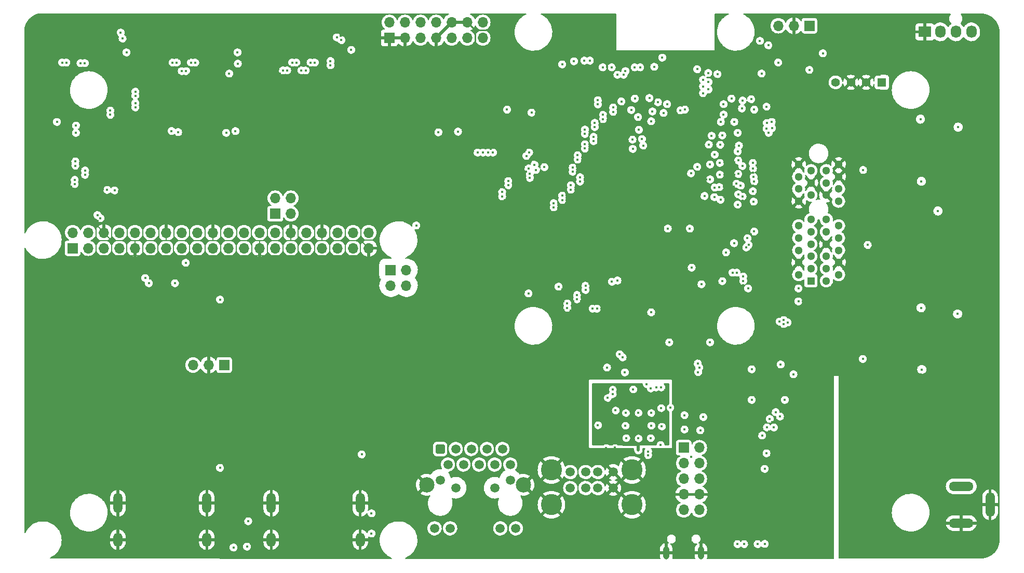
<source format=gbr>
G04 #@! TF.GenerationSoftware,KiCad,Pcbnew,(6.0.7)*
G04 #@! TF.CreationDate,2022-08-11T17:03:55+02:00*
G04 #@! TF.ProjectId,CM4IOv5,434d3449-4f76-4352-9e6b-696361645f70,rev?*
G04 #@! TF.SameCoordinates,Original*
G04 #@! TF.FileFunction,Copper,L3,Inr*
G04 #@! TF.FilePolarity,Positive*
%FSLAX46Y46*%
G04 Gerber Fmt 4.6, Leading zero omitted, Abs format (unit mm)*
G04 Created by KiCad (PCBNEW (6.0.7)) date 2022-08-11 17:03:55*
%MOMM*%
%LPD*%
G01*
G04 APERTURE LIST*
G04 Aperture macros list*
%AMRoundRect*
0 Rectangle with rounded corners*
0 $1 Rounding radius*
0 $2 $3 $4 $5 $6 $7 $8 $9 X,Y pos of 4 corners*
0 Add a 4 corners polygon primitive as box body*
4,1,4,$2,$3,$4,$5,$6,$7,$8,$9,$2,$3,0*
0 Add four circle primitives for the rounded corners*
1,1,$1+$1,$2,$3*
1,1,$1+$1,$4,$5*
1,1,$1+$1,$6,$7*
1,1,$1+$1,$8,$9*
0 Add four rect primitives between the rounded corners*
20,1,$1+$1,$2,$3,$4,$5,0*
20,1,$1+$1,$4,$5,$6,$7,0*
20,1,$1+$1,$6,$7,$8,$9,0*
20,1,$1+$1,$8,$9,$2,$3,0*%
G04 Aperture macros list end*
G04 #@! TA.AperFunction,ComponentPad*
%ADD10R,1.700000X1.700000*%
G04 #@! TD*
G04 #@! TA.AperFunction,ComponentPad*
%ADD11O,1.700000X1.700000*%
G04 #@! TD*
G04 #@! TA.AperFunction,ComponentPad*
%ADD12O,1.000000X2.150000*%
G04 #@! TD*
G04 #@! TA.AperFunction,ComponentPad*
%ADD13O,4.000000X1.500000*%
G04 #@! TD*
G04 #@! TA.AperFunction,ComponentPad*
%ADD14O,1.500000X4.000000*%
G04 #@! TD*
G04 #@! TA.AperFunction,ComponentPad*
%ADD15RoundRect,0.250500X-0.499500X-0.499500X0.499500X-0.499500X0.499500X0.499500X-0.499500X0.499500X0*%
G04 #@! TD*
G04 #@! TA.AperFunction,ComponentPad*
%ADD16C,1.500000*%
G04 #@! TD*
G04 #@! TA.AperFunction,ComponentPad*
%ADD17C,2.500000*%
G04 #@! TD*
G04 #@! TA.AperFunction,ComponentPad*
%ADD18O,1.500000X3.300000*%
G04 #@! TD*
G04 #@! TA.AperFunction,ComponentPad*
%ADD19O,1.500000X2.300000*%
G04 #@! TD*
G04 #@! TA.AperFunction,ComponentPad*
%ADD20C,3.450000*%
G04 #@! TD*
G04 #@! TA.AperFunction,ComponentPad*
%ADD21R,2.030000X1.730000*%
G04 #@! TD*
G04 #@! TA.AperFunction,ComponentPad*
%ADD22O,1.730000X2.030000*%
G04 #@! TD*
G04 #@! TA.AperFunction,ComponentPad*
%ADD23C,0.500000*%
G04 #@! TD*
G04 #@! TA.AperFunction,ComponentPad*
%ADD24R,1.408000X1.408000*%
G04 #@! TD*
G04 #@! TA.AperFunction,ComponentPad*
%ADD25C,1.408000*%
G04 #@! TD*
G04 #@! TA.AperFunction,ComponentPad*
%ADD26R,1.300000X1.300000*%
G04 #@! TD*
G04 #@! TA.AperFunction,ComponentPad*
%ADD27C,1.300000*%
G04 #@! TD*
G04 #@! TA.AperFunction,ViaPad*
%ADD28C,0.450000*%
G04 #@! TD*
G04 #@! TA.AperFunction,Conductor*
%ADD29C,0.130000*%
G04 #@! TD*
G04 #@! TA.AperFunction,Conductor*
%ADD30C,0.230000*%
G04 #@! TD*
G04 #@! TA.AperFunction,Conductor*
%ADD31C,0.500000*%
G04 #@! TD*
G04 #@! TA.AperFunction,Conductor*
%ADD32C,0.200000*%
G04 #@! TD*
G04 #@! TA.AperFunction,Conductor*
%ADD33C,0.254000*%
G04 #@! TD*
G04 APERTURE END LIST*
D10*
X112075000Y-127900000D03*
D11*
X109535000Y-127900000D03*
X106995000Y-127900000D03*
D10*
X87370000Y-108820000D03*
D11*
X87370000Y-106280000D03*
X89910000Y-108820000D03*
X89910000Y-106280000D03*
X92450000Y-108820000D03*
X92450000Y-106280000D03*
X94990000Y-108820000D03*
X94990000Y-106280000D03*
X97530000Y-108820000D03*
X97530000Y-106280000D03*
X100070000Y-108820000D03*
X100070000Y-106280000D03*
X102610000Y-108820000D03*
X102610000Y-106280000D03*
X105150000Y-108820000D03*
X105150000Y-106280000D03*
X107690000Y-108820000D03*
X107690000Y-106280000D03*
X110230000Y-108820000D03*
X110230000Y-106280000D03*
X112770000Y-108820000D03*
X112770000Y-106280000D03*
X115310000Y-108820000D03*
X115310000Y-106280000D03*
X117850000Y-108820000D03*
X117850000Y-106280000D03*
X120390000Y-108820000D03*
X120390000Y-106280000D03*
X122930000Y-108820000D03*
X122930000Y-106280000D03*
X125470000Y-108820000D03*
X125470000Y-106280000D03*
X128010000Y-108820000D03*
X128010000Y-106280000D03*
X130550000Y-108820000D03*
X130550000Y-106280000D03*
X133090000Y-108820000D03*
X133090000Y-106280000D03*
X135630000Y-108820000D03*
X135630000Y-106280000D03*
D10*
X187000000Y-141400000D03*
D11*
X189540000Y-141400000D03*
X187000000Y-143940000D03*
X189540000Y-143940000D03*
X187000000Y-146480000D03*
X189540000Y-146480000D03*
X187000000Y-149020000D03*
X189540000Y-149020000D03*
X187000000Y-151560000D03*
X189540000Y-151560000D03*
D10*
X139230000Y-112370000D03*
D11*
X141770000Y-112370000D03*
X139230000Y-114910000D03*
X141770000Y-114910000D03*
D12*
X184175000Y-158550000D03*
X189825000Y-158550000D03*
D13*
X232250000Y-147700000D03*
X232250000Y-153700000D03*
D14*
X236950000Y-150700000D03*
D15*
X147285000Y-141610000D03*
D16*
X148555000Y-144150000D03*
X149825000Y-141610000D03*
X151095000Y-144150000D03*
X152365000Y-141610000D03*
X153635000Y-144150000D03*
X154905000Y-141610000D03*
X156175000Y-144150000D03*
X157445000Y-141610000D03*
X158715000Y-144150000D03*
X147285000Y-146670000D03*
X149825000Y-147940000D03*
X156175000Y-147940000D03*
X158715000Y-146670000D03*
X146370000Y-154560000D03*
X148910000Y-154560000D03*
X157090000Y-154560000D03*
X159630000Y-154560000D03*
D17*
X145125000Y-147450000D03*
X160875000Y-147450000D03*
D18*
X134250000Y-150450000D03*
X119750000Y-150450000D03*
D19*
X119750000Y-156410000D03*
X134250000Y-156410000D03*
D18*
X109250000Y-150450000D03*
X94750000Y-150450000D03*
D19*
X94750000Y-156410000D03*
X109250000Y-156410000D03*
D16*
X168500000Y-145370000D03*
X171000000Y-145370000D03*
X173000000Y-145370000D03*
X175500000Y-145370000D03*
X168500000Y-147990000D03*
X171000000Y-147990000D03*
X173000000Y-147990000D03*
X175500000Y-147990000D03*
D20*
X165430000Y-150700000D03*
X178570000Y-150700000D03*
X165430000Y-145020000D03*
X178570000Y-145020000D03*
D21*
X226300000Y-73500000D03*
D22*
X228840000Y-73500000D03*
X231380000Y-73500000D03*
X233920000Y-73500000D03*
D23*
X227750000Y-94700000D03*
X227750000Y-96000000D03*
X229050000Y-94700000D03*
X229050000Y-96000000D03*
D24*
X219250000Y-81750000D03*
D25*
X216750000Y-81750000D03*
X214250000Y-81750000D03*
X211750000Y-81750000D03*
D10*
X120400000Y-103200000D03*
D11*
X120400000Y-100660000D03*
X122940000Y-103200000D03*
X122940000Y-100660000D03*
D10*
X139000000Y-74500000D03*
D11*
X139000000Y-71960000D03*
X141540000Y-74500000D03*
X141540000Y-71960000D03*
X144080000Y-74500000D03*
X144080000Y-71960000D03*
X146620000Y-74500000D03*
X146620000Y-71960000D03*
X149160000Y-74500000D03*
X149160000Y-71960000D03*
X151700000Y-74500000D03*
X151700000Y-71960000D03*
X154240000Y-74500000D03*
X154240000Y-71960000D03*
D10*
X207500000Y-72500000D03*
D11*
X204960000Y-72500000D03*
X202420000Y-72500000D03*
D23*
X229000000Y-126712500D03*
X229000000Y-125412500D03*
X227700000Y-125412500D03*
X227700000Y-126712500D03*
D26*
X207750000Y-114150000D03*
D27*
X205750000Y-113150000D03*
X207750000Y-112150000D03*
X205750000Y-111150000D03*
X207750000Y-110150000D03*
X205750000Y-109150000D03*
X207750000Y-108150000D03*
X205750000Y-107150000D03*
X207750000Y-106150000D03*
X205750000Y-105150000D03*
X207750000Y-104150000D03*
X205750000Y-101150000D03*
X207750000Y-100150000D03*
X205750000Y-99150000D03*
X207750000Y-98150000D03*
X205750000Y-97150000D03*
X207750000Y-96150000D03*
X205750000Y-95150000D03*
X210250000Y-114150000D03*
X212250000Y-113150000D03*
X210250000Y-112150000D03*
X212250000Y-111150000D03*
X210250000Y-110150000D03*
X212250000Y-109150000D03*
X210250000Y-108150000D03*
X212250000Y-107150000D03*
X210250000Y-106150000D03*
X212250000Y-105150000D03*
X210250000Y-104150000D03*
X212250000Y-101150000D03*
X210250000Y-100150000D03*
X212250000Y-99150000D03*
X210250000Y-98150000D03*
X212250000Y-97150000D03*
X210250000Y-96150000D03*
X212250000Y-95150000D03*
D28*
X117450000Y-72900000D03*
X224400000Y-124762500D03*
X232800000Y-126762500D03*
X233600000Y-127762500D03*
X232800000Y-125862500D03*
X232800000Y-127762500D03*
X233600000Y-128762500D03*
X232800000Y-128762500D03*
X223000000Y-127162500D03*
X233600000Y-125862500D03*
X232800000Y-124762500D03*
X231900000Y-125962500D03*
X231100000Y-125962500D03*
X233600000Y-124762500D03*
X233600000Y-123562500D03*
X232800000Y-123562500D03*
X223000000Y-125062500D03*
X223900000Y-127462500D03*
X225500000Y-124762500D03*
X225500000Y-127262500D03*
X222950000Y-126112500D03*
X231085000Y-127177500D03*
X224450000Y-126012500D03*
X231115000Y-124947500D03*
X233600000Y-126862500D03*
X204900000Y-138400000D03*
X213150000Y-134200000D03*
X193680000Y-157550000D03*
X224400000Y-95350000D03*
X230250000Y-132162500D03*
X226500000Y-132912500D03*
X226500000Y-131062500D03*
X230250000Y-131112500D03*
X230250000Y-130312500D03*
X226500000Y-132212500D03*
X230250000Y-132962500D03*
X226500000Y-130312500D03*
X223000000Y-128412500D03*
X167400000Y-118900000D03*
X169600000Y-95500000D03*
X175200000Y-115200000D03*
X193516744Y-98774022D03*
X207350000Y-156400000D03*
X175400000Y-131875000D03*
X124250000Y-80500000D03*
X161200000Y-90400000D03*
X107750000Y-77844990D03*
X158900000Y-89100000D03*
X96250000Y-74900000D03*
X169600000Y-96400000D03*
X170300000Y-114600000D03*
X141150000Y-134912500D03*
X159700000Y-94000000D03*
X193250000Y-133850000D03*
X93000000Y-122500000D03*
X129500000Y-151350000D03*
X224400000Y-94000000D03*
X106000000Y-151450000D03*
X88250000Y-77800000D03*
X169950000Y-78200000D03*
X122750000Y-80500000D03*
X130250000Y-77800000D03*
X187200000Y-105600000D03*
X192450000Y-71000000D03*
X171700000Y-116100000D03*
X232600000Y-95500000D03*
X125750000Y-77800000D03*
X110350000Y-133912500D03*
X221300000Y-94300000D03*
X156450000Y-132812500D03*
X178200000Y-79200000D03*
X220800000Y-112850000D03*
X103000000Y-148100000D03*
X193750000Y-146800000D03*
X198194979Y-103600000D03*
X208450000Y-158050000D03*
X236500000Y-122500000D03*
X171650000Y-90250000D03*
X208850000Y-146800000D03*
X101500000Y-148100000D03*
X209850000Y-85200000D03*
X182500000Y-131525000D03*
X225450000Y-125912500D03*
X98450000Y-147812500D03*
X106000000Y-148100000D03*
X106300000Y-79200000D03*
X192750000Y-79700000D03*
X194680000Y-155700000D03*
X169400000Y-98400000D03*
X91400000Y-104400000D03*
X121200000Y-80344990D03*
X112250000Y-79800000D03*
X123500000Y-151400000D03*
X223050000Y-98850000D03*
X177475000Y-137775000D03*
X179550000Y-92000000D03*
X162938528Y-86815411D03*
X172415000Y-126685000D03*
X101500000Y-157500000D03*
X97050000Y-84500000D03*
X94000000Y-72500000D03*
X169000000Y-117500000D03*
X179604000Y-139846000D03*
X191400000Y-158600000D03*
X204950000Y-115100000D03*
X176300000Y-125400000D03*
X190300000Y-95159958D03*
X224400000Y-98860010D03*
X171750000Y-89450000D03*
X226650000Y-101400000D03*
X144650000Y-131312500D03*
X178200000Y-126549990D03*
X195200000Y-96800000D03*
X166500000Y-101400000D03*
X85150000Y-79500000D03*
X159800000Y-103630010D03*
X121500000Y-72500000D03*
X86500000Y-157500000D03*
X86500000Y-72500000D03*
X168000000Y-78820010D03*
X173000000Y-137700000D03*
X164300655Y-102410010D03*
X226650000Y-99600000D03*
X103250000Y-77850000D03*
X181600000Y-143300000D03*
X167350000Y-117500000D03*
X180950000Y-131000000D03*
X198300000Y-98600000D03*
X183500000Y-85700000D03*
X173750000Y-84400000D03*
X168950000Y-116100000D03*
X126150000Y-79900000D03*
X159700000Y-91600000D03*
X178200000Y-88400000D03*
X175883000Y-135283000D03*
X225600000Y-96600000D03*
X171100000Y-97100000D03*
X213150000Y-139800000D03*
X131000000Y-148050000D03*
X231235000Y-96765000D03*
X175400000Y-132625000D03*
X193600000Y-100500000D03*
X223000000Y-96600000D03*
X236500000Y-132500000D03*
X167250000Y-115500000D03*
X98250000Y-86300000D03*
X226650000Y-100400000D03*
X232600000Y-94000000D03*
X236500000Y-77500000D03*
X190150000Y-79800000D03*
X81500000Y-72500000D03*
X94150000Y-87500000D03*
X214000000Y-155000000D03*
X131950000Y-143912500D03*
X123450000Y-143412500D03*
X152750000Y-157250000D03*
X167900000Y-100210010D03*
X171400000Y-118710010D03*
X181300000Y-79200000D03*
X209000000Y-72500000D03*
X198550000Y-142550000D03*
X225600000Y-95350000D03*
X128000000Y-151400000D03*
X81500000Y-152500000D03*
X123500000Y-148000000D03*
X225600000Y-94000000D03*
X197250000Y-105300000D03*
X109250000Y-77800000D03*
X156900000Y-99000000D03*
X114900000Y-151600000D03*
X112250000Y-77760009D03*
X161200000Y-100000000D03*
X149400000Y-137200000D03*
X164300000Y-88010010D03*
X87100000Y-89800000D03*
X233500000Y-94000000D03*
X161200000Y-98800000D03*
X162900000Y-98800000D03*
X121750000Y-146612500D03*
X94150000Y-85900000D03*
X195100000Y-90420010D03*
X161200000Y-97610010D03*
X206450000Y-117500000D03*
X197950000Y-106600000D03*
X196450000Y-112700000D03*
X174559486Y-133245488D03*
X88350000Y-90800000D03*
X110750000Y-77800000D03*
X233500000Y-98000000D03*
X114800000Y-148300000D03*
X126600000Y-119700000D03*
X210900000Y-158750000D03*
X115600000Y-138800000D03*
X98500000Y-151400000D03*
X196825453Y-91936823D03*
X199700000Y-75800000D03*
X200900000Y-138700000D03*
X175350000Y-71100000D03*
X236500000Y-112500000D03*
X161200000Y-102500000D03*
X87050000Y-97250000D03*
X180900000Y-87800000D03*
X203900000Y-127600000D03*
X174600000Y-87850000D03*
X107285000Y-123415000D03*
X198219139Y-100361721D03*
X194350000Y-113300000D03*
X171650000Y-114600000D03*
X166000000Y-71150000D03*
X196700000Y-96400000D03*
X178400000Y-125530032D03*
X112350000Y-142112500D03*
X220800000Y-113650000D03*
X173350000Y-89200000D03*
X174600000Y-87150000D03*
X209000000Y-132500000D03*
X90050000Y-97200000D03*
X131000000Y-151350000D03*
X90050000Y-95700000D03*
X162901867Y-93992530D03*
X124250000Y-77800000D03*
X193950000Y-108300000D03*
X182800000Y-86500000D03*
X89750000Y-77800000D03*
X223900000Y-128410010D03*
X94250000Y-77800000D03*
X92250000Y-99200000D03*
X191950000Y-76800000D03*
X225600000Y-98860010D03*
X173600000Y-118700000D03*
X125750000Y-79100000D03*
X164300000Y-90410010D03*
X81500000Y-130000000D03*
X129500000Y-148050000D03*
X104000000Y-72500000D03*
X173200000Y-88150000D03*
X232600000Y-98000000D03*
X151600000Y-137800000D03*
X173100000Y-91400000D03*
X183400000Y-137900000D03*
X237000000Y-142000000D03*
X106450000Y-137512500D03*
X196700000Y-102200000D03*
X154650000Y-121312500D03*
X200650000Y-80300000D03*
X162900000Y-103569990D03*
X224400000Y-96600000D03*
X175350000Y-72500000D03*
X161200000Y-95200000D03*
X162900000Y-91600000D03*
X176500000Y-157500000D03*
X185800000Y-136300000D03*
X233500000Y-99000000D03*
X208950000Y-139800000D03*
X174360000Y-141410000D03*
X231215000Y-93885000D03*
X112950000Y-131412500D03*
X214000000Y-157500000D03*
X193250000Y-135750000D03*
X161650000Y-127712500D03*
X127250000Y-77800000D03*
X106350000Y-80500000D03*
X104750000Y-79200000D03*
X161150000Y-115600000D03*
X196732552Y-94390137D03*
X85250000Y-77800000D03*
X173800000Y-85250000D03*
X236500000Y-157500000D03*
X81500000Y-102500000D03*
X92900000Y-87500000D03*
X169300000Y-99300000D03*
X183650000Y-105600000D03*
X88500000Y-97200000D03*
X127150000Y-139912500D03*
X234050000Y-145550000D03*
X87100000Y-98750000D03*
X193644988Y-92800000D03*
X104750000Y-80600000D03*
X94950000Y-99500000D03*
X233500000Y-95500000D03*
X99350000Y-145012500D03*
X176300000Y-127500000D03*
X159100000Y-124962500D03*
X122750000Y-77800000D03*
X129950000Y-128612500D03*
X161300000Y-96300000D03*
X183325000Y-131525000D03*
X173050000Y-90500000D03*
X88450000Y-94100000D03*
X222850000Y-136400000D03*
X179450000Y-86100000D03*
X114000000Y-72500000D03*
X175350000Y-73900000D03*
X154050000Y-130112500D03*
X157500000Y-85600000D03*
X134950000Y-141012500D03*
X230250000Y-99500000D03*
X121250000Y-77800000D03*
X193600000Y-105000000D03*
X171600000Y-92600000D03*
X183200000Y-140900000D03*
X154850000Y-115312500D03*
X187500000Y-131400000D03*
X88450000Y-98800000D03*
X181600000Y-131700000D03*
X172500000Y-78200000D03*
X81500000Y-95000000D03*
X112150000Y-116710010D03*
X195350000Y-112100000D03*
X81500000Y-142500000D03*
X146200000Y-89800000D03*
X232600000Y-99000000D03*
X213750000Y-85200000D03*
X104800000Y-90800000D03*
X225600000Y-129460010D03*
X117750000Y-128712500D03*
X224000000Y-157500000D03*
X107050000Y-147312500D03*
X182000000Y-142500000D03*
X87500000Y-88100000D03*
X171600000Y-91800000D03*
X236850000Y-94100000D03*
X200200000Y-140100000D03*
X182100000Y-84900000D03*
X195900000Y-131900000D03*
X196800000Y-93200000D03*
X195200000Y-94800000D03*
X104750000Y-77844990D03*
X179200000Y-90300000D03*
X126500000Y-151350000D03*
X197950000Y-157150000D03*
X149250000Y-126612500D03*
X199700000Y-142500000D03*
X131550000Y-135612500D03*
X162900000Y-101210010D03*
X155658314Y-75744990D03*
X187500000Y-129237500D03*
X182700000Y-119000000D03*
X223050000Y-97660010D03*
X178745999Y-131845999D03*
X155467559Y-137292894D03*
X122750000Y-79100000D03*
X177600000Y-139800000D03*
X206050000Y-158050000D03*
X124750000Y-128612500D03*
X155400000Y-139400000D03*
X166500000Y-102210010D03*
X170450000Y-94450000D03*
X184950000Y-76800000D03*
X167900000Y-101000000D03*
X114750000Y-89500000D03*
X131050000Y-74100000D03*
X230250000Y-101500000D03*
X118750000Y-135812500D03*
X195100000Y-103600000D03*
X170300000Y-93100000D03*
X182300000Y-158600000D03*
X103000000Y-90700000D03*
X198326926Y-96450546D03*
X164300000Y-85589990D03*
X230250000Y-102300000D03*
X192133781Y-95193358D03*
X187250000Y-76800000D03*
X154700000Y-92550000D03*
X230250000Y-100400000D03*
X174450000Y-85350000D03*
X148600000Y-89910010D03*
X88300000Y-79400000D03*
X213250000Y-146200000D03*
X221300000Y-96500000D03*
X207560000Y-144350000D03*
X154850000Y-116912500D03*
X103150000Y-79100000D03*
X149400000Y-139400000D03*
X86750000Y-77800000D03*
X201150000Y-156800000D03*
X174500000Y-79200000D03*
X103000000Y-151450000D03*
X170300000Y-116100000D03*
X162900000Y-99989990D03*
X226650000Y-102300000D03*
X114250000Y-77900000D03*
X175800000Y-87350000D03*
X189299680Y-96599671D03*
X96950000Y-82800000D03*
X181693000Y-137768000D03*
X236500000Y-72500000D03*
X231200000Y-95400000D03*
X201400000Y-137200000D03*
X161200000Y-88000000D03*
X166100000Y-74462500D03*
X159000000Y-97310010D03*
X181672000Y-135700000D03*
X162900000Y-89200000D03*
X128750000Y-77800000D03*
X195100000Y-85584990D03*
X233500000Y-92400000D03*
X221300000Y-95300000D03*
X87050000Y-91250000D03*
X134550000Y-123812500D03*
X94150000Y-74500000D03*
X81500000Y-82500000D03*
X104500000Y-148100000D03*
X110250000Y-144112500D03*
X223050000Y-95350000D03*
X99450000Y-115250000D03*
X159800000Y-86700000D03*
X87100000Y-94300000D03*
X205200000Y-77000000D03*
X92850000Y-85900000D03*
X101500000Y-151450000D03*
X109855000Y-118345000D03*
X125050000Y-135712500D03*
X233500000Y-96700000D03*
X192000000Y-92000000D03*
X232700000Y-92400000D03*
X161200000Y-85589990D03*
X108150000Y-78800000D03*
X223000000Y-129360010D03*
X171100000Y-98000000D03*
X196650000Y-114900000D03*
X103250000Y-140100000D03*
X177536000Y-135700000D03*
X175119153Y-92754991D03*
X170581263Y-143918737D03*
X162900000Y-97600000D03*
X232600000Y-96700000D03*
X81500000Y-115000000D03*
X193600000Y-96800000D03*
X92750000Y-77800000D03*
X128000000Y-148050000D03*
X155500000Y-92600000D03*
X234100000Y-144050000D03*
X220800000Y-112050000D03*
X163600000Y-157150000D03*
X86750000Y-79500000D03*
X161200000Y-92800000D03*
X126500000Y-148050000D03*
X128050000Y-72550000D03*
X164300000Y-92810010D03*
X191700000Y-136400000D03*
X98250000Y-82800000D03*
X87100000Y-95700000D03*
X157800000Y-101000000D03*
X189350000Y-76800000D03*
X124250000Y-79150000D03*
X91250000Y-77900000D03*
X198879990Y-95313931D03*
X170300000Y-117500000D03*
X191200000Y-100400000D03*
X175350000Y-75500000D03*
X153850000Y-92550000D03*
X195226569Y-101006627D03*
X175775000Y-141400000D03*
X202500000Y-77000000D03*
X104500000Y-151450000D03*
X88450000Y-95800000D03*
X143450000Y-105850000D03*
X98150000Y-84500000D03*
X193600000Y-94800000D03*
X174000000Y-127500000D03*
X159774984Y-101300004D03*
X196800000Y-90800000D03*
X209000000Y-122500000D03*
X223000000Y-94200000D03*
X179604000Y-135679000D03*
X190650063Y-97600882D03*
X168601867Y-118979990D03*
X195100000Y-92000000D03*
X121150000Y-79100000D03*
X220400000Y-135600000D03*
X198550000Y-144850000D03*
X195180800Y-98796776D03*
X189100000Y-111400000D03*
X224200000Y-129360010D03*
X153000000Y-137800000D03*
X105500000Y-85400000D03*
X196600000Y-101100000D03*
X192350000Y-75900000D03*
X157750000Y-98960010D03*
X87100000Y-92700000D03*
X106300000Y-77844990D03*
X96950000Y-86300000D03*
X127600000Y-79000000D03*
X195150000Y-102400000D03*
X181600000Y-139800000D03*
X195900000Y-130510010D03*
X104050000Y-114550000D03*
X99800000Y-114550000D03*
X225700000Y-118562500D03*
X225812500Y-128625000D03*
X216200000Y-126900000D03*
X217000000Y-108300000D03*
X231650000Y-119550000D03*
X228450000Y-102750000D03*
X157400000Y-100350000D03*
X87700000Y-98350000D03*
X87700000Y-97650000D03*
X157400000Y-99650000D03*
X89400000Y-96850000D03*
X158400000Y-98550000D03*
X158400000Y-97850000D03*
X89400000Y-96150000D03*
X161900000Y-97350000D03*
X87800000Y-95350000D03*
X87800000Y-94650000D03*
X161900000Y-96650000D03*
X161700000Y-116200000D03*
X182200000Y-79200000D03*
X196600000Y-84720010D03*
X143400000Y-105100000D03*
X178650000Y-91100000D03*
X170800000Y-78200000D03*
X176850000Y-84850000D03*
X168900000Y-95650000D03*
X97600000Y-83250000D03*
X168900000Y-96350000D03*
X97600000Y-83950000D03*
X170100000Y-97250000D03*
X97600000Y-85150000D03*
X97600000Y-85850000D03*
X170100000Y-97950000D03*
X89350000Y-78600000D03*
X168600000Y-98550000D03*
X88650000Y-78600000D03*
X168600000Y-99250000D03*
X167200000Y-100250000D03*
X93500000Y-86350000D03*
X167200000Y-100950000D03*
X93500000Y-87050000D03*
X165800000Y-101450000D03*
X86350000Y-78500000D03*
X165800000Y-102150000D03*
X85650000Y-78500000D03*
X103650000Y-78500000D03*
X169700000Y-94350000D03*
X169700000Y-93650000D03*
X104350000Y-78500000D03*
X105150000Y-79900000D03*
X170900000Y-92550000D03*
X170900000Y-91850000D03*
X105850000Y-79900000D03*
X106650000Y-78500000D03*
X172300000Y-91350000D03*
X107350000Y-78500000D03*
X172300000Y-90650000D03*
X173000000Y-84650000D03*
X129400000Y-78250000D03*
X173000000Y-85350000D03*
X129400000Y-78950000D03*
X126850000Y-78500000D03*
X175500000Y-85850000D03*
X175500000Y-86550000D03*
X126150000Y-78500000D03*
X125350000Y-79800000D03*
X173850000Y-87050000D03*
X124650000Y-79800000D03*
X173850000Y-87750000D03*
X123850000Y-78500000D03*
X172500000Y-88350000D03*
X123150000Y-78500000D03*
X172500000Y-89050000D03*
X170900000Y-89450000D03*
X122350000Y-79800000D03*
X170900000Y-90150000D03*
X121650000Y-79800000D03*
X201020010Y-136700000D03*
X195760000Y-157150000D03*
X202000000Y-135600000D03*
X201700000Y-138100000D03*
X200570010Y-138100000D03*
X196850000Y-157150000D03*
X199050000Y-157150000D03*
X199800000Y-139400000D03*
X196001924Y-92079994D03*
X198500000Y-106100000D03*
X200500000Y-142300000D03*
X202700000Y-136300000D03*
X192950000Y-91950000D03*
X191100000Y-91900000D03*
X192060347Y-93553326D03*
X195801924Y-93020006D03*
X195900000Y-94500000D03*
X192900000Y-94900000D03*
X198275038Y-94900000D03*
X191300000Y-95159967D03*
X189200000Y-95519989D03*
X196571159Y-95412331D03*
X198300000Y-95800000D03*
X188200000Y-96600000D03*
X192900000Y-96800000D03*
X195900000Y-96700000D03*
X191300000Y-97590984D03*
X198400000Y-97200000D03*
X198500000Y-97900000D03*
X192814650Y-98829922D03*
X190400000Y-100300000D03*
X196300000Y-98600000D03*
X192000000Y-100500000D03*
X198275018Y-99500000D03*
X195800000Y-101700000D03*
X195900000Y-100009990D03*
X196600000Y-100400000D03*
X155899999Y-93200001D03*
X162663238Y-95179940D03*
X155100000Y-93200000D03*
X164269990Y-95596020D03*
X154300000Y-93200000D03*
X162903625Y-96029406D03*
X153400000Y-93200000D03*
X161700000Y-95800000D03*
X174500000Y-128300000D03*
X188200000Y-142900000D03*
X194800000Y-84400000D03*
X181400000Y-84300000D03*
X198000000Y-84500000D03*
X175254910Y-79300000D03*
X181200000Y-142000000D03*
X181200000Y-142600000D03*
X209700000Y-77000000D03*
X161800000Y-93200000D03*
X147000000Y-89900000D03*
X158200000Y-86200000D03*
X162200000Y-86700000D03*
X93000000Y-99300000D03*
X91400000Y-103400000D03*
X191000000Y-80200000D03*
X177200000Y-80500000D03*
X95200000Y-73600000D03*
X200800000Y-75700000D03*
X181900000Y-86500000D03*
X130450000Y-74400000D03*
X150200000Y-89800000D03*
X161353008Y-93746992D03*
X195200000Y-108000000D03*
X193900000Y-109500000D03*
X177500000Y-79900000D03*
X189200000Y-79600000D03*
X94200000Y-99400000D03*
X95500000Y-74600000D03*
X199425000Y-74975000D03*
X131189949Y-74850000D03*
X183718779Y-86740611D03*
X91900000Y-103900000D03*
X195600000Y-98300000D03*
X192046881Y-98904712D03*
X180400000Y-92050000D03*
X196500000Y-86000000D03*
X181700000Y-119300000D03*
X177400000Y-129100000D03*
X193500000Y-85305009D03*
X188300000Y-112000000D03*
X184400000Y-105600000D03*
X180200000Y-91000000D03*
X197500000Y-115400000D03*
X193300000Y-114200000D03*
X176200000Y-114100000D03*
X196700000Y-114150000D03*
X169600000Y-116450000D03*
X194950000Y-112800000D03*
X115800000Y-157562500D03*
X113600000Y-157700000D03*
X196700000Y-113450000D03*
X169600000Y-117150000D03*
X195650000Y-112800000D03*
X183300000Y-134900000D03*
X184800000Y-134850000D03*
X171000000Y-114950000D03*
X171000000Y-115650000D03*
X205700000Y-117500000D03*
X166600000Y-115100000D03*
X205700000Y-115400000D03*
X207500000Y-79700000D03*
X193000000Y-100904756D03*
X176986750Y-134213250D03*
X191300000Y-124200000D03*
X96150000Y-76850000D03*
X179604000Y-141796000D03*
X176515500Y-131109500D03*
X184650000Y-124200000D03*
X202800000Y-127800000D03*
X105800000Y-111200000D03*
X179604000Y-133996000D03*
X183400000Y-137200000D03*
X195250000Y-88200000D03*
X197600000Y-108300000D03*
X193050000Y-88200000D03*
X132795001Y-76445001D03*
X176515500Y-133340500D03*
X198100000Y-128600000D03*
X184012500Y-132000000D03*
X114250000Y-76850000D03*
X187200000Y-86200000D03*
X186450000Y-86300000D03*
X183236290Y-139963710D03*
X84800000Y-88200000D03*
X197200000Y-108700000D03*
X116000000Y-153400000D03*
X183500000Y-77700000D03*
X181912500Y-132537500D03*
X175868000Y-136268000D03*
X176600000Y-140300000D03*
X200200000Y-144850000D03*
X200200000Y-157100000D03*
X204898661Y-129398661D03*
X168000000Y-118550000D03*
X168000000Y-117850000D03*
X198400000Y-101200000D03*
X136100000Y-155400000D03*
X188000000Y-105600000D03*
X136100000Y-152100000D03*
X225600000Y-87750000D03*
X225750000Y-97900000D03*
X190200000Y-136400000D03*
X189700000Y-138550000D03*
X187125000Y-138425000D03*
X187125000Y-136075000D03*
X112400000Y-90000000D03*
X104575000Y-89875000D03*
X87900000Y-90000000D03*
X112900000Y-80300000D03*
X87900000Y-88800000D03*
X113900000Y-89700000D03*
X103498133Y-89679990D03*
X114300000Y-78700000D03*
X178450000Y-86250000D03*
X169100000Y-78300000D03*
X171700000Y-78200000D03*
X179700000Y-89500000D03*
X182800000Y-85000000D03*
X179000000Y-79300000D03*
X179900000Y-79300000D03*
X184300000Y-85300000D03*
X193500000Y-87000000D03*
X198500000Y-86200000D03*
X178700000Y-92600000D03*
X134500000Y-142500000D03*
X199700000Y-80300000D03*
X192500000Y-80400000D03*
X167200000Y-78820010D03*
X179550000Y-87400000D03*
X191050000Y-81700000D03*
X189300000Y-127650000D03*
X190150000Y-81300000D03*
X203300000Y-121200000D03*
X191050000Y-82900000D03*
X200550000Y-88400000D03*
X216250000Y-96050000D03*
X111400000Y-117200000D03*
X202650000Y-120800000D03*
X203950000Y-120950000D03*
X231750000Y-89050000D03*
X201400000Y-89200000D03*
X200500000Y-89300000D03*
X189350000Y-129050000D03*
X201350000Y-88200000D03*
X99200000Y-113700000D03*
X190150000Y-82400000D03*
X190150000Y-83500000D03*
X200500000Y-85700000D03*
X189550000Y-128300000D03*
X111400000Y-144700000D03*
X203300000Y-120550000D03*
X200850000Y-90000000D03*
X179050000Y-84400000D03*
X176200000Y-80500000D03*
X173800000Y-79300000D03*
X181700000Y-88100000D03*
X195800000Y-90000000D03*
X191550000Y-90450000D03*
X189900000Y-114700000D03*
X175300000Y-114300000D03*
X177047488Y-126647488D03*
X172850000Y-118700000D03*
X172150000Y-118700000D03*
X176552512Y-126152512D03*
X202400000Y-78500000D03*
X193300000Y-90400000D03*
X198100000Y-133600000D03*
X197400000Y-107200000D03*
X203479990Y-133600000D03*
D29*
X117800000Y-107617919D02*
X117800000Y-107600000D01*
D30*
X153000000Y-73300000D02*
X153000000Y-75400000D01*
D29*
X91250000Y-104900000D02*
X91200000Y-104950000D01*
X124150000Y-107600000D02*
X124150000Y-109950000D01*
X114100000Y-107600000D02*
X114050000Y-107650000D01*
X110230000Y-107470000D02*
X110200000Y-107500000D01*
X103800000Y-110000000D02*
X101300000Y-110000000D01*
X96300000Y-104900000D02*
X93700000Y-104900000D01*
X119100000Y-107600000D02*
X119100000Y-105250000D01*
X113950000Y-107600000D02*
X114100000Y-107600000D01*
X106400000Y-107600000D02*
X106450000Y-107550000D01*
X121650000Y-107600000D02*
X134900000Y-107600000D01*
X110200000Y-107500000D02*
X110200000Y-107600000D01*
X113950000Y-107600000D02*
X113950000Y-107250000D01*
X106450000Y-105200000D02*
X106450000Y-104950000D01*
X98800000Y-104900000D02*
X96300000Y-104900000D01*
X114100000Y-107600000D02*
X116500000Y-107600000D01*
X124200000Y-104900000D02*
X121700000Y-104900000D01*
X109000000Y-109900000D02*
X109100000Y-110000000D01*
X124150000Y-104950000D02*
X124200000Y-104900000D01*
X121650000Y-107600000D02*
X121650000Y-105500000D01*
X93700000Y-107600000D02*
X94200000Y-107600000D01*
X98800000Y-107600000D02*
X98800000Y-109600000D01*
X137000000Y-107100000D02*
X137000000Y-106103398D01*
X119000000Y-104900000D02*
X116500000Y-104900000D01*
X102610000Y-107532081D02*
X102677919Y-107600000D01*
X106400000Y-107650000D02*
X106400000Y-109700000D01*
X114100000Y-107100000D02*
X114100000Y-105600000D01*
X93700000Y-110000000D02*
X91200000Y-110000000D01*
X98800000Y-109600000D02*
X98800000Y-110000000D01*
X129300000Y-105500000D02*
X129300000Y-104900000D01*
X96250000Y-104950000D02*
X96300000Y-104900000D01*
X111500000Y-107600000D02*
X111500000Y-104900000D01*
X114100000Y-104900000D02*
X111500000Y-104900000D01*
X91150000Y-107580000D02*
X93720000Y-107580000D01*
X106450000Y-107550000D02*
X106450000Y-107000000D01*
X131900000Y-110000000D02*
X129300000Y-110000000D01*
X102610000Y-106330000D02*
X102610000Y-107532081D01*
D30*
X152795001Y-73055001D02*
X152795001Y-73095001D01*
D29*
X96300000Y-110000000D02*
X93700000Y-110000000D01*
X93720000Y-107580000D02*
X93720000Y-109320000D01*
X111500000Y-107600000D02*
X111500000Y-109450000D01*
X101400000Y-107600000D02*
X101400000Y-105350000D01*
X109000000Y-107600000D02*
X110200000Y-107600000D01*
X103900000Y-107600000D02*
X106300000Y-107600000D01*
X92450000Y-106330000D02*
X93299999Y-107179999D01*
X103900000Y-107600000D02*
X103900000Y-105450000D01*
X134300000Y-109600000D02*
X134300000Y-110000000D01*
X93720000Y-107580000D02*
X94180000Y-107580000D01*
X92450000Y-106200000D02*
X91200000Y-104950000D01*
X122900000Y-107562081D02*
X122900000Y-107600000D01*
X129300000Y-104900000D02*
X126800000Y-104900000D01*
X116500000Y-104900000D02*
X114100000Y-104900000D01*
X101400000Y-104900000D02*
X98800000Y-104900000D01*
X106350000Y-107600000D02*
X106400000Y-107650000D01*
X134300000Y-107600000D02*
X134300000Y-107450000D01*
X91150000Y-107580000D02*
X91150000Y-109950000D01*
X126800000Y-107600000D02*
X126800000Y-104900000D01*
X116500000Y-107700000D02*
X116550000Y-107750000D01*
X96250000Y-107350000D02*
X96250000Y-105400000D01*
X111600000Y-110000000D02*
X109100000Y-110000000D01*
X101300000Y-107600000D02*
X101300000Y-110000000D01*
X94200000Y-107600000D02*
X98800000Y-107600000D01*
X96200000Y-107600000D02*
X96200000Y-109650000D01*
X96200000Y-109900000D02*
X96300000Y-110000000D01*
X98800000Y-107600000D02*
X101300000Y-107600000D01*
X134360000Y-107600000D02*
X135630000Y-108870000D01*
X136550000Y-107500000D02*
X136600000Y-107500000D01*
X136600000Y-107500000D02*
X137000000Y-107100000D01*
X121650000Y-109950000D02*
X121700000Y-110000000D01*
X97530000Y-108870000D02*
X97530000Y-107667919D01*
X131800000Y-104900000D02*
X129300000Y-104900000D01*
X131850000Y-105250000D02*
X131850000Y-104950000D01*
X136400000Y-104900000D02*
X134300000Y-104900000D01*
X93299999Y-107179999D02*
X93299999Y-107199999D01*
X119200000Y-110000000D02*
X116700000Y-110000000D01*
X128010000Y-107490000D02*
X127900000Y-107600000D01*
X106500000Y-104900000D02*
X103900000Y-104900000D01*
X106450000Y-104950000D02*
X106500000Y-104900000D01*
X131850000Y-109950000D02*
X131900000Y-110000000D01*
X118950000Y-107600000D02*
X121650000Y-107600000D01*
D30*
X152795001Y-73095001D02*
X153000000Y-73300000D01*
D29*
X124150000Y-107600000D02*
X124150000Y-104950000D01*
X110200000Y-107600000D02*
X111500000Y-107600000D01*
X94180000Y-107580000D02*
X94200000Y-107600000D01*
X114050000Y-107650000D02*
X114050000Y-109400000D01*
D30*
X153300000Y-73200000D02*
X154900000Y-73200000D01*
D29*
X121650000Y-104950000D02*
X121700000Y-104900000D01*
X106450000Y-107000000D02*
X106450000Y-105200000D01*
X113950000Y-107250000D02*
X114100000Y-107100000D01*
X116700000Y-110000000D02*
X114200000Y-110000000D01*
X109000000Y-107600000D02*
X109000000Y-104900000D01*
X109100000Y-110000000D02*
X106500000Y-110000000D01*
X119100000Y-105000000D02*
X119000000Y-104900000D01*
X109000000Y-109650000D02*
X109000000Y-109900000D01*
X134300000Y-107450000D02*
X134350000Y-107400000D01*
X103900000Y-105450000D02*
X103900000Y-104900000D01*
X119100000Y-107600000D02*
X119100000Y-109800000D01*
X131850000Y-104950000D02*
X131800000Y-104900000D01*
X103900000Y-104900000D02*
X101400000Y-104900000D01*
X116500000Y-107600000D02*
X116500000Y-107700000D01*
X119100000Y-105250000D02*
X119100000Y-105000000D01*
X126800000Y-104900000D02*
X124200000Y-104900000D01*
X91200000Y-104950000D02*
X91200000Y-107530000D01*
X117850000Y-107667919D02*
X117800000Y-107617919D01*
X111500000Y-104900000D02*
X109000000Y-104900000D01*
X117850000Y-107650000D02*
X117900000Y-107600000D01*
X126800000Y-107600000D02*
X126800000Y-110000000D01*
X119100000Y-109800000D02*
X119200000Y-109900000D01*
X101300000Y-110000000D02*
X98800000Y-110000000D01*
X98800000Y-105000000D02*
X98800000Y-104900000D01*
X93700000Y-104900000D02*
X91250000Y-104900000D01*
X93720000Y-109980000D02*
X93700000Y-110000000D01*
X101300000Y-107600000D02*
X103800000Y-107600000D01*
X121700000Y-104900000D02*
X119000000Y-104900000D01*
X137000000Y-106103398D02*
X137000000Y-105500000D01*
X116500000Y-105200000D02*
X116500000Y-104900000D01*
X116550000Y-107750000D02*
X116550000Y-109550000D01*
X111500000Y-107600000D02*
X113950000Y-107600000D01*
X137000000Y-105500000D02*
X136400000Y-104900000D01*
X109000000Y-104900000D02*
X106500000Y-104900000D01*
X121650000Y-107600000D02*
X121650000Y-109750000D01*
X97530000Y-107667919D02*
X97597919Y-107600000D01*
X103800000Y-107600000D02*
X103800000Y-109800000D01*
X134300000Y-110000000D02*
X131900000Y-110000000D01*
X110230000Y-106330000D02*
X110230000Y-107470000D01*
X114050000Y-109400000D02*
X114050000Y-109850000D01*
X93299999Y-107199999D02*
X93700000Y-107600000D01*
X116500000Y-107600000D02*
X116500000Y-105200000D01*
X93720000Y-107580000D02*
X93720000Y-104920000D01*
X96200000Y-109650000D02*
X96200000Y-109900000D01*
X93720000Y-109320000D02*
X93720000Y-109980000D01*
X106400000Y-109900000D02*
X106500000Y-110000000D01*
X121650000Y-109750000D02*
X121650000Y-109950000D01*
X103800000Y-107600000D02*
X103900000Y-107600000D01*
X98800000Y-107600000D02*
X98800000Y-105150000D01*
X114050000Y-109850000D02*
X114200000Y-110000000D01*
X98800000Y-105150000D02*
X98800000Y-105000000D01*
X91200000Y-110000000D02*
X91150000Y-109950000D01*
D30*
X153200000Y-73300000D02*
X153300000Y-73200000D01*
D29*
X135000000Y-107500000D02*
X136550000Y-107500000D01*
X134300000Y-107600000D02*
X134300000Y-109600000D01*
X106500000Y-110000000D02*
X103800000Y-110000000D01*
X129300000Y-107600000D02*
X129300000Y-105500000D01*
X116550000Y-109850000D02*
X116700000Y-110000000D01*
X122930000Y-107532081D02*
X122900000Y-107562081D01*
X134350000Y-105700000D02*
X134350000Y-104950000D01*
X131850000Y-107600000D02*
X131850000Y-109950000D01*
D31*
X149160000Y-71960000D02*
X146620000Y-74500000D01*
D29*
X111500000Y-109450000D02*
X111500000Y-109900000D01*
X126800000Y-110000000D02*
X121700000Y-110000000D01*
X113950000Y-107600000D02*
X114000000Y-107650000D01*
D30*
X153000000Y-73300000D02*
X153200000Y-73300000D01*
D29*
X106400000Y-109700000D02*
X106400000Y-109900000D01*
X129300000Y-107600000D02*
X129300000Y-109800000D01*
X119200000Y-109900000D02*
X119200000Y-110000000D01*
X109000000Y-107600000D02*
X109000000Y-109650000D01*
X116550000Y-109550000D02*
X116550000Y-109850000D01*
X129300000Y-109800000D02*
X129300000Y-110000000D01*
X91200000Y-107530000D02*
X91150000Y-107580000D01*
X131850000Y-107600000D02*
X131850000Y-105250000D01*
X121700000Y-110000000D02*
X119200000Y-110000000D01*
X121650000Y-105500000D02*
X121650000Y-104950000D01*
X134350000Y-107400000D02*
X134350000Y-105700000D01*
X98800000Y-110000000D02*
X96300000Y-110000000D01*
X128010000Y-106330000D02*
X128010000Y-107490000D01*
X103800000Y-109800000D02*
X103800000Y-110000000D01*
X114200000Y-110000000D02*
X111600000Y-110000000D01*
X114100000Y-105600000D02*
X114100000Y-104900000D01*
X122930000Y-106330000D02*
X122930000Y-107532081D01*
X129300000Y-110000000D02*
X126800000Y-110000000D01*
X117800000Y-107600000D02*
X117900000Y-107600000D01*
X116500000Y-107600000D02*
X117800000Y-107600000D01*
X96200000Y-107400000D02*
X96250000Y-107350000D01*
X93720000Y-104920000D02*
X93700000Y-104900000D01*
X101400000Y-105350000D02*
X101400000Y-104900000D01*
X117900000Y-107600000D02*
X118950000Y-107600000D01*
X134350000Y-104950000D02*
X134300000Y-104900000D01*
X96200000Y-107600000D02*
X96200000Y-107400000D01*
X134300000Y-104900000D02*
X131800000Y-104900000D01*
D30*
X151700000Y-71960000D02*
X152795001Y-73055001D01*
D29*
X111500000Y-109900000D02*
X111600000Y-110000000D01*
X117850000Y-108870000D02*
X117850000Y-107650000D01*
X96250000Y-105400000D02*
X96250000Y-104950000D01*
X106300000Y-107600000D02*
X109000000Y-107600000D01*
X134900000Y-107600000D02*
X135000000Y-107500000D01*
D31*
X177125000Y-140825000D02*
X176600000Y-140300000D01*
X179604000Y-141004000D02*
X179425000Y-140825000D01*
X179425000Y-140825000D02*
X177125000Y-140825000D01*
X179604000Y-141796000D02*
X179604000Y-141004000D01*
D32*
X230428601Y-70686620D02*
X230417797Y-70702638D01*
X230319812Y-70883858D01*
X230312324Y-70901670D01*
X230251404Y-71098471D01*
X230247519Y-71117398D01*
X230225985Y-71322283D01*
X230225850Y-71341603D01*
X230244521Y-71546769D01*
X230248142Y-71565749D01*
X230306308Y-71763380D01*
X230313546Y-71781295D01*
X230408992Y-71963865D01*
X230419571Y-71980032D01*
X230548660Y-72140587D01*
X230549155Y-72141092D01*
X230521185Y-72158065D01*
X230507660Y-72167928D01*
X230332635Y-72319806D01*
X230320963Y-72331808D01*
X230174031Y-72511005D01*
X230164550Y-72524801D01*
X230112045Y-72617038D01*
X229990157Y-72435991D01*
X229979667Y-72422944D01*
X229819712Y-72255268D01*
X229807174Y-72244176D01*
X229621255Y-72105849D01*
X229607028Y-72097027D01*
X229400460Y-71992002D01*
X229384950Y-71985704D01*
X229163639Y-71916985D01*
X229147289Y-71913390D01*
X228917564Y-71882942D01*
X228900842Y-71882154D01*
X228669272Y-71890848D01*
X228652656Y-71892888D01*
X228425861Y-71940475D01*
X228409827Y-71945285D01*
X228194291Y-72030403D01*
X228179296Y-72037847D01*
X227981185Y-72158065D01*
X227967660Y-72167928D01*
X227819746Y-72296280D01*
X227757125Y-72212724D01*
X227737276Y-72192875D01*
X227620834Y-72105607D01*
X227596214Y-72092128D01*
X227459959Y-72041048D01*
X227435899Y-72035327D01*
X227373781Y-72028579D01*
X227363089Y-72028000D01*
X226554000Y-72028000D01*
X226495809Y-72046907D01*
X226459845Y-72096407D01*
X226455000Y-72127000D01*
X226455000Y-74872999D01*
X226473907Y-74931190D01*
X226523407Y-74967154D01*
X226554000Y-74971999D01*
X227363088Y-74971999D01*
X227373778Y-74971420D01*
X227435897Y-74964673D01*
X227459959Y-74958952D01*
X227596214Y-74907872D01*
X227620834Y-74894393D01*
X227737276Y-74807125D01*
X227757125Y-74787276D01*
X227820370Y-74702887D01*
X227860288Y-74744732D01*
X227872826Y-74755824D01*
X228058745Y-74894151D01*
X228072972Y-74902973D01*
X228279540Y-75007998D01*
X228295050Y-75014296D01*
X228516361Y-75083015D01*
X228532711Y-75086610D01*
X228762436Y-75117058D01*
X228779158Y-75117846D01*
X229010728Y-75109152D01*
X229027344Y-75107112D01*
X229254139Y-75059525D01*
X229270173Y-75054715D01*
X229485709Y-74969597D01*
X229500704Y-74962153D01*
X229698815Y-74841935D01*
X229712340Y-74832072D01*
X229887365Y-74680194D01*
X229899037Y-74668192D01*
X230045969Y-74488995D01*
X230055450Y-74475199D01*
X230107955Y-74382962D01*
X230229843Y-74564009D01*
X230240333Y-74577056D01*
X230400288Y-74744732D01*
X230412826Y-74755824D01*
X230598745Y-74894151D01*
X230612972Y-74902973D01*
X230819540Y-75007998D01*
X230835050Y-75014296D01*
X231056361Y-75083015D01*
X231072711Y-75086610D01*
X231302436Y-75117058D01*
X231319158Y-75117846D01*
X231550728Y-75109152D01*
X231567344Y-75107112D01*
X231794139Y-75059525D01*
X231810173Y-75054715D01*
X232025709Y-74969597D01*
X232040704Y-74962153D01*
X232238815Y-74841935D01*
X232252340Y-74832072D01*
X232427365Y-74680194D01*
X232439037Y-74668192D01*
X232585969Y-74488995D01*
X232595450Y-74475199D01*
X232647955Y-74382962D01*
X232769843Y-74564009D01*
X232780333Y-74577056D01*
X232940288Y-74744732D01*
X232952826Y-74755824D01*
X233138745Y-74894151D01*
X233152972Y-74902973D01*
X233359540Y-75007998D01*
X233375050Y-75014296D01*
X233596361Y-75083015D01*
X233612711Y-75086610D01*
X233842436Y-75117058D01*
X233859158Y-75117846D01*
X234090728Y-75109152D01*
X234107344Y-75107112D01*
X234334139Y-75059525D01*
X234350173Y-75054715D01*
X234565709Y-74969597D01*
X234580704Y-74962153D01*
X234778815Y-74841935D01*
X234792340Y-74832072D01*
X234967365Y-74680194D01*
X234979037Y-74668192D01*
X235125969Y-74488995D01*
X235135450Y-74475199D01*
X235250089Y-74273808D01*
X235257111Y-74258612D01*
X235336178Y-74040784D01*
X235340539Y-74024622D01*
X235381775Y-73796587D01*
X235383245Y-73783633D01*
X235384390Y-73759353D01*
X235384500Y-73754690D01*
X235384500Y-73291814D01*
X235384146Y-73283444D01*
X235369491Y-73110726D01*
X235366670Y-73094224D01*
X235308452Y-72869922D01*
X235302892Y-72854133D01*
X235207715Y-72642847D01*
X235199573Y-72628220D01*
X235070157Y-72435991D01*
X235059667Y-72422944D01*
X234899712Y-72255268D01*
X234887174Y-72244176D01*
X234701255Y-72105849D01*
X234687028Y-72097027D01*
X234480460Y-71992002D01*
X234464950Y-71985704D01*
X234243639Y-71916985D01*
X234227289Y-71913390D01*
X233997564Y-71882942D01*
X233980842Y-71882154D01*
X233749272Y-71890848D01*
X233732656Y-71892888D01*
X233505861Y-71940475D01*
X233489827Y-71945285D01*
X233274291Y-72030403D01*
X233259296Y-72037847D01*
X233061185Y-72158065D01*
X233047660Y-72167928D01*
X232872635Y-72319806D01*
X232860963Y-72331808D01*
X232714031Y-72511005D01*
X232704550Y-72524801D01*
X232652045Y-72617038D01*
X232530157Y-72435991D01*
X232519667Y-72422944D01*
X232359712Y-72255268D01*
X232347174Y-72244176D01*
X232208981Y-72141358D01*
X232331399Y-71993380D01*
X232342203Y-71977362D01*
X232440188Y-71796142D01*
X232447676Y-71778330D01*
X232508596Y-71581529D01*
X232512481Y-71562602D01*
X232534015Y-71357717D01*
X232534150Y-71338397D01*
X232515479Y-71133231D01*
X232511858Y-71114251D01*
X232453692Y-70916620D01*
X232446454Y-70898705D01*
X232351008Y-70716135D01*
X232340429Y-70699968D01*
X232259651Y-70599500D01*
X235453351Y-70599500D01*
X235478593Y-70603430D01*
X235506658Y-70603773D01*
X235527340Y-70601069D01*
X235803169Y-70615524D01*
X236103015Y-70663015D01*
X236396261Y-70741590D01*
X236679685Y-70850386D01*
X236950188Y-70988215D01*
X237204789Y-71153555D01*
X237440717Y-71344605D01*
X237655395Y-71559283D01*
X237846445Y-71795211D01*
X238011785Y-72049812D01*
X238149614Y-72320315D01*
X238258410Y-72603739D01*
X238336985Y-72896985D01*
X238384476Y-73196831D01*
X238398569Y-73465751D01*
X238396570Y-73478593D01*
X238396227Y-73506659D01*
X238400500Y-73539336D01*
X238400500Y-156453351D01*
X238396570Y-156478593D01*
X238396227Y-156506658D01*
X238398931Y-156527340D01*
X238384476Y-156803169D01*
X238336985Y-157103015D01*
X238258410Y-157396261D01*
X238149614Y-157679685D01*
X238011785Y-157950188D01*
X237846445Y-158204789D01*
X237655395Y-158440717D01*
X237440717Y-158655395D01*
X237204789Y-158846445D01*
X236950188Y-159011785D01*
X236679685Y-159149614D01*
X236396261Y-159258410D01*
X236103015Y-159336985D01*
X235803169Y-159384476D01*
X235534249Y-159398569D01*
X235521407Y-159396570D01*
X235493341Y-159396227D01*
X235460664Y-159400500D01*
X212349000Y-159400500D01*
X212349000Y-152049439D01*
X220846058Y-152049439D01*
X220846254Y-152060663D01*
X220871929Y-152406158D01*
X220873394Y-152417287D01*
X220938015Y-152757654D01*
X220940731Y-152768546D01*
X221043467Y-153099411D01*
X221047398Y-153109925D01*
X221186929Y-153427032D01*
X221192025Y-153437034D01*
X221366556Y-153736308D01*
X221372752Y-153745668D01*
X221580040Y-154023261D01*
X221587255Y-154031860D01*
X221824635Y-154284202D01*
X221832778Y-154291929D01*
X222097198Y-154515777D01*
X222106163Y-154522533D01*
X222394224Y-154715009D01*
X222403895Y-154720706D01*
X222711893Y-154879336D01*
X222722148Y-154883901D01*
X223046124Y-155006644D01*
X223056830Y-155010020D01*
X223392617Y-155095299D01*
X223403636Y-155097441D01*
X223746920Y-155144160D01*
X223756383Y-155144988D01*
X223869287Y-155149424D01*
X223873174Y-155149500D01*
X224087754Y-155149500D01*
X224093367Y-155149341D01*
X224351503Y-155134683D01*
X224362656Y-155133412D01*
X224704100Y-155074741D01*
X224715037Y-155072216D01*
X225047644Y-154975270D01*
X225058225Y-154971523D01*
X225377720Y-154837548D01*
X225387810Y-154832627D01*
X225690084Y-154663345D01*
X225699551Y-154657314D01*
X225980719Y-154454902D01*
X225989442Y-154447838D01*
X226245889Y-154214898D01*
X226253757Y-154206891D01*
X226465105Y-153965894D01*
X229665191Y-153965894D01*
X229666233Y-153974504D01*
X229669893Y-153991720D01*
X229735924Y-154206355D01*
X229742574Y-154222651D01*
X229845569Y-154422201D01*
X229855000Y-154437062D01*
X229991705Y-154615219D01*
X230003619Y-154628175D01*
X230169712Y-154779308D01*
X230183731Y-154789950D01*
X230373962Y-154909282D01*
X230389645Y-154917273D01*
X230598002Y-155001032D01*
X230614852Y-155006119D01*
X230834749Y-155051657D01*
X230849126Y-155053550D01*
X230906114Y-155056836D01*
X230911813Y-155057000D01*
X231996000Y-155057000D01*
X232054191Y-155038093D01*
X232090155Y-154988593D01*
X232095000Y-154958000D01*
X232405000Y-154958000D01*
X232423907Y-155016191D01*
X232473407Y-155052155D01*
X232504000Y-155057000D01*
X233556977Y-155057000D01*
X233565777Y-155056608D01*
X233732473Y-155041731D01*
X233749796Y-155038614D01*
X233966399Y-154979358D01*
X233982897Y-154973223D01*
X234185584Y-154876546D01*
X234200734Y-154867586D01*
X234383097Y-154736545D01*
X234396421Y-154725044D01*
X234552696Y-154563780D01*
X234563772Y-154550102D01*
X234689021Y-154363713D01*
X234697501Y-154348289D01*
X234787763Y-154142666D01*
X234793377Y-154125984D01*
X234829118Y-153977111D01*
X234824317Y-153916114D01*
X234784580Y-153869589D01*
X234732853Y-153855000D01*
X232504000Y-153855000D01*
X232445809Y-153873907D01*
X232409845Y-153923407D01*
X232405000Y-153954000D01*
X232405000Y-154958000D01*
X232095000Y-154958000D01*
X232095000Y-153954000D01*
X232076093Y-153895809D01*
X232026593Y-153859845D01*
X231996000Y-153855000D01*
X229763474Y-153855000D01*
X229705283Y-153873907D01*
X229669319Y-153923407D01*
X229665191Y-153965894D01*
X226465105Y-153965894D01*
X226482185Y-153946418D01*
X226489096Y-153937573D01*
X226686571Y-153652915D01*
X226692436Y-153643344D01*
X226810891Y-153422889D01*
X229670882Y-153422889D01*
X229675683Y-153483886D01*
X229715420Y-153530411D01*
X229767147Y-153545000D01*
X231996000Y-153545000D01*
X232054191Y-153526093D01*
X232090155Y-153476593D01*
X232095000Y-153446000D01*
X232405000Y-153446000D01*
X232423907Y-153504191D01*
X232473407Y-153540155D01*
X232504000Y-153545000D01*
X234736526Y-153545000D01*
X234794717Y-153526093D01*
X234830681Y-153476593D01*
X234834809Y-153434106D01*
X234833767Y-153425496D01*
X234830107Y-153408280D01*
X234764076Y-153193645D01*
X234757426Y-153177349D01*
X234654431Y-152977799D01*
X234645000Y-152962938D01*
X234508295Y-152784781D01*
X234496381Y-152771825D01*
X234330288Y-152620692D01*
X234316269Y-152610050D01*
X234126038Y-152490718D01*
X234110355Y-152482727D01*
X233901998Y-152398968D01*
X233885148Y-152393881D01*
X233665251Y-152348343D01*
X233650874Y-152346450D01*
X233593886Y-152343164D01*
X233588187Y-152343000D01*
X232504000Y-152343000D01*
X232445809Y-152361907D01*
X232409845Y-152411407D01*
X232405000Y-152442000D01*
X232405000Y-153446000D01*
X232095000Y-153446000D01*
X232095000Y-152442000D01*
X232076093Y-152383809D01*
X232026593Y-152347845D01*
X231996000Y-152343000D01*
X230943023Y-152343000D01*
X230934223Y-152343392D01*
X230767527Y-152358269D01*
X230750204Y-152361386D01*
X230533601Y-152420642D01*
X230517103Y-152426777D01*
X230314416Y-152523454D01*
X230299266Y-152532414D01*
X230116903Y-152663455D01*
X230103579Y-152674956D01*
X229947304Y-152836220D01*
X229936228Y-152849898D01*
X229810979Y-153036287D01*
X229802499Y-153051711D01*
X229712237Y-153257334D01*
X229706623Y-153274016D01*
X229670882Y-153422889D01*
X226810891Y-153422889D01*
X226856416Y-153338162D01*
X226861160Y-153327988D01*
X226989539Y-153006204D01*
X226993101Y-152995559D01*
X227084227Y-152661311D01*
X227086561Y-152650331D01*
X227139264Y-152307915D01*
X227140340Y-152296742D01*
X227151725Y-152006977D01*
X235593000Y-152006977D01*
X235593392Y-152015777D01*
X235608269Y-152182473D01*
X235611386Y-152199796D01*
X235670642Y-152416399D01*
X235676777Y-152432897D01*
X235773454Y-152635584D01*
X235782414Y-152650734D01*
X235913455Y-152833097D01*
X235924956Y-152846421D01*
X236086220Y-153002696D01*
X236099898Y-153013772D01*
X236286287Y-153139021D01*
X236301711Y-153147501D01*
X236507334Y-153237763D01*
X236524016Y-153243377D01*
X236672889Y-153279118D01*
X236733886Y-153274317D01*
X236780411Y-153234580D01*
X236793964Y-153186526D01*
X237105000Y-153186526D01*
X237123907Y-153244717D01*
X237173407Y-153280681D01*
X237215894Y-153284809D01*
X237224504Y-153283767D01*
X237241720Y-153280107D01*
X237456355Y-153214076D01*
X237472651Y-153207426D01*
X237672201Y-153104431D01*
X237687062Y-153095000D01*
X237865219Y-152958295D01*
X237878175Y-152946381D01*
X238029308Y-152780288D01*
X238039950Y-152766269D01*
X238159282Y-152576038D01*
X238167273Y-152560355D01*
X238251032Y-152351998D01*
X238256119Y-152335148D01*
X238301657Y-152115251D01*
X238303550Y-152100874D01*
X238306836Y-152043886D01*
X238307000Y-152038187D01*
X238307000Y-150954000D01*
X238288093Y-150895809D01*
X238238593Y-150859845D01*
X238208000Y-150855000D01*
X237204000Y-150855000D01*
X237145809Y-150873907D01*
X237109845Y-150923407D01*
X237105000Y-150954000D01*
X237105000Y-153186526D01*
X236793964Y-153186526D01*
X236795000Y-153182853D01*
X236795000Y-150954000D01*
X236776093Y-150895809D01*
X236726593Y-150859845D01*
X236696000Y-150855000D01*
X235692000Y-150855000D01*
X235633809Y-150873907D01*
X235597845Y-150923407D01*
X235593000Y-150954000D01*
X235593000Y-152006977D01*
X227151725Y-152006977D01*
X227153942Y-151950561D01*
X227153746Y-151939337D01*
X227128071Y-151593842D01*
X227126606Y-151582713D01*
X227061985Y-151242346D01*
X227059269Y-151231454D01*
X226956533Y-150900589D01*
X226952602Y-150890075D01*
X226813071Y-150572968D01*
X226807975Y-150562966D01*
X226739763Y-150446000D01*
X235593000Y-150446000D01*
X235611907Y-150504191D01*
X235661407Y-150540155D01*
X235692000Y-150545000D01*
X236696000Y-150545000D01*
X236754191Y-150526093D01*
X236790155Y-150476593D01*
X236795000Y-150446000D01*
X237105000Y-150446000D01*
X237123907Y-150504191D01*
X237173407Y-150540155D01*
X237204000Y-150545000D01*
X238208000Y-150545000D01*
X238266191Y-150526093D01*
X238302155Y-150476593D01*
X238307000Y-150446000D01*
X238307000Y-149393023D01*
X238306608Y-149384223D01*
X238291731Y-149217527D01*
X238288614Y-149200204D01*
X238229358Y-148983601D01*
X238223223Y-148967103D01*
X238126546Y-148764416D01*
X238117586Y-148749266D01*
X237986545Y-148566903D01*
X237975044Y-148553579D01*
X237813780Y-148397304D01*
X237800102Y-148386228D01*
X237613713Y-148260979D01*
X237598289Y-148252499D01*
X237392666Y-148162237D01*
X237375984Y-148156623D01*
X237227111Y-148120882D01*
X237166114Y-148125683D01*
X237119589Y-148165420D01*
X237105000Y-148217147D01*
X237105000Y-150446000D01*
X236795000Y-150446000D01*
X236795000Y-148213474D01*
X236776093Y-148155283D01*
X236726593Y-148119319D01*
X236684106Y-148115191D01*
X236675496Y-148116233D01*
X236658280Y-148119893D01*
X236443645Y-148185924D01*
X236427349Y-148192574D01*
X236227799Y-148295569D01*
X236212938Y-148305000D01*
X236034781Y-148441705D01*
X236021825Y-148453619D01*
X235870692Y-148619712D01*
X235860050Y-148633731D01*
X235740718Y-148823962D01*
X235732727Y-148839645D01*
X235648968Y-149048002D01*
X235643881Y-149064852D01*
X235598343Y-149284749D01*
X235596450Y-149299126D01*
X235593164Y-149356114D01*
X235593000Y-149361813D01*
X235593000Y-150446000D01*
X226739763Y-150446000D01*
X226633444Y-150263692D01*
X226627248Y-150254332D01*
X226419960Y-149976739D01*
X226412745Y-149968140D01*
X226175365Y-149715798D01*
X226167222Y-149708071D01*
X225902802Y-149484223D01*
X225893837Y-149477467D01*
X225605776Y-149284991D01*
X225596105Y-149279294D01*
X225288107Y-149120664D01*
X225277852Y-149116099D01*
X224953876Y-148993356D01*
X224943170Y-148989980D01*
X224607383Y-148904701D01*
X224596364Y-148902559D01*
X224253080Y-148855840D01*
X224243617Y-148855012D01*
X224130713Y-148850576D01*
X224126826Y-148850500D01*
X223912246Y-148850500D01*
X223906633Y-148850659D01*
X223648497Y-148865317D01*
X223637344Y-148866588D01*
X223295900Y-148925259D01*
X223284963Y-148927784D01*
X222952356Y-149024730D01*
X222941775Y-149028477D01*
X222622280Y-149162452D01*
X222612190Y-149167373D01*
X222309916Y-149336655D01*
X222300449Y-149342686D01*
X222019281Y-149545098D01*
X222010558Y-149552162D01*
X221754111Y-149785102D01*
X221746243Y-149793109D01*
X221517815Y-150053582D01*
X221510904Y-150062427D01*
X221313429Y-150347085D01*
X221307564Y-150356656D01*
X221143584Y-150661838D01*
X221138840Y-150672012D01*
X221010461Y-150993796D01*
X221006899Y-151004441D01*
X220915773Y-151338689D01*
X220913439Y-151349669D01*
X220860736Y-151692085D01*
X220859660Y-151703258D01*
X220846058Y-152049439D01*
X212349000Y-152049439D01*
X212349000Y-147733739D01*
X229646230Y-147733739D01*
X229646783Y-147751331D01*
X229673600Y-147972937D01*
X229677259Y-147990154D01*
X229742895Y-148203510D01*
X229749546Y-148219807D01*
X229851928Y-148418166D01*
X229861359Y-148433026D01*
X229997248Y-148610121D01*
X230009162Y-148623078D01*
X230174265Y-148773310D01*
X230188284Y-148783951D01*
X230377381Y-148902572D01*
X230393064Y-148910563D01*
X230600179Y-148993822D01*
X230617029Y-148998909D01*
X230835614Y-149044176D01*
X230849991Y-149046069D01*
X230906650Y-149049336D01*
X230912349Y-149049500D01*
X233556630Y-149049500D01*
X233565430Y-149049108D01*
X233731139Y-149034319D01*
X233748463Y-149031202D01*
X233963775Y-148972299D01*
X233980272Y-148966164D01*
X234181750Y-148870064D01*
X234196900Y-148861104D01*
X234378176Y-148730844D01*
X234391499Y-148719343D01*
X234546843Y-148559041D01*
X234557920Y-148545363D01*
X234682421Y-148360085D01*
X234690901Y-148344661D01*
X234780625Y-148140264D01*
X234786239Y-148123582D01*
X234838350Y-147906526D01*
X234840921Y-147889114D01*
X234853770Y-147666261D01*
X234853217Y-147648669D01*
X234826400Y-147427063D01*
X234822741Y-147409846D01*
X234757105Y-147196490D01*
X234750454Y-147180193D01*
X234648072Y-146981834D01*
X234638641Y-146966974D01*
X234502752Y-146789879D01*
X234490838Y-146776922D01*
X234325735Y-146626690D01*
X234311716Y-146616049D01*
X234122619Y-146497428D01*
X234106936Y-146489437D01*
X233899821Y-146406178D01*
X233882971Y-146401091D01*
X233664386Y-146355824D01*
X233650009Y-146353931D01*
X233593350Y-146350664D01*
X233587651Y-146350500D01*
X230943370Y-146350500D01*
X230934570Y-146350892D01*
X230768861Y-146365681D01*
X230751537Y-146368798D01*
X230536225Y-146427701D01*
X230519728Y-146433836D01*
X230318250Y-146529936D01*
X230303100Y-146538896D01*
X230121824Y-146669156D01*
X230108501Y-146680657D01*
X229953157Y-146840959D01*
X229942080Y-146854637D01*
X229817579Y-147039915D01*
X229809099Y-147055339D01*
X229719375Y-147259736D01*
X229713761Y-147276418D01*
X229661650Y-147493474D01*
X229659079Y-147510886D01*
X229646230Y-147733739D01*
X212349000Y-147733739D01*
X212349000Y-129700000D01*
X212332972Y-129650669D01*
X218450000Y-129700000D01*
X218450000Y-128624467D01*
X224983952Y-128624467D01*
X224999835Y-128786455D01*
X225004424Y-128808043D01*
X225055801Y-128962487D01*
X225065059Y-128982522D01*
X225149375Y-129121745D01*
X225162841Y-129139232D01*
X225275907Y-129256316D01*
X225292913Y-129270385D01*
X225429109Y-129359509D01*
X225448810Y-129369460D01*
X225601367Y-129426195D01*
X225622781Y-129431534D01*
X225784116Y-129453061D01*
X225806183Y-129453524D01*
X225968278Y-129438772D01*
X225989898Y-129434334D01*
X226144697Y-129384037D01*
X226164797Y-129374919D01*
X226304605Y-129291576D01*
X226322184Y-129278232D01*
X226440054Y-129165986D01*
X226454241Y-129149079D01*
X226544314Y-129013509D01*
X226554403Y-128993879D01*
X226612202Y-128841722D01*
X226617691Y-128820344D01*
X226640343Y-128659163D01*
X226641296Y-128646769D01*
X226641581Y-128626384D01*
X226640974Y-128613965D01*
X226622831Y-128452214D01*
X226617941Y-128430691D01*
X226564413Y-128276980D01*
X226554877Y-128257076D01*
X226468625Y-128119044D01*
X226454916Y-128101747D01*
X226340226Y-127986253D01*
X226323024Y-127972423D01*
X226185597Y-127885210D01*
X226165761Y-127875535D01*
X226012427Y-127820935D01*
X225990939Y-127815895D01*
X225829319Y-127796623D01*
X225807249Y-127796469D01*
X225645376Y-127813482D01*
X225623820Y-127818222D01*
X225469738Y-127870676D01*
X225449768Y-127880073D01*
X225311137Y-127965359D01*
X225293744Y-127978947D01*
X225177453Y-128092828D01*
X225163504Y-128109932D01*
X225075333Y-128246747D01*
X225065519Y-128266516D01*
X225009850Y-128419465D01*
X225004661Y-128440917D01*
X224984261Y-128602398D01*
X224983952Y-128624467D01*
X218450000Y-128624467D01*
X218450000Y-127650000D01*
X225260450Y-127650000D01*
X231560450Y-127650000D01*
X231560450Y-124450000D01*
X225260450Y-124450000D01*
X225260450Y-127650000D01*
X218450000Y-127650000D01*
X218450000Y-119549467D01*
X230821452Y-119549467D01*
X230837335Y-119711455D01*
X230841924Y-119733043D01*
X230893301Y-119887487D01*
X230902559Y-119907522D01*
X230986875Y-120046745D01*
X231000341Y-120064232D01*
X231113407Y-120181316D01*
X231130413Y-120195385D01*
X231266609Y-120284509D01*
X231286310Y-120294460D01*
X231438867Y-120351195D01*
X231460281Y-120356534D01*
X231621616Y-120378061D01*
X231643683Y-120378524D01*
X231805778Y-120363772D01*
X231827398Y-120359334D01*
X231982197Y-120309037D01*
X232002297Y-120299919D01*
X232142105Y-120216576D01*
X232159684Y-120203232D01*
X232277554Y-120090986D01*
X232291741Y-120074079D01*
X232381814Y-119938509D01*
X232391903Y-119918879D01*
X232449702Y-119766722D01*
X232455191Y-119745344D01*
X232477843Y-119584163D01*
X232478796Y-119571769D01*
X232479081Y-119551384D01*
X232478474Y-119538965D01*
X232460331Y-119377214D01*
X232455441Y-119355691D01*
X232401913Y-119201980D01*
X232392377Y-119182076D01*
X232306125Y-119044044D01*
X232292416Y-119026747D01*
X232177726Y-118911253D01*
X232160524Y-118897423D01*
X232023097Y-118810210D01*
X232003261Y-118800535D01*
X231849927Y-118745935D01*
X231828439Y-118740895D01*
X231666819Y-118721623D01*
X231644749Y-118721469D01*
X231482876Y-118738482D01*
X231461320Y-118743222D01*
X231307238Y-118795676D01*
X231287268Y-118805073D01*
X231148637Y-118890359D01*
X231131244Y-118903947D01*
X231014953Y-119017828D01*
X231001004Y-119034932D01*
X230912833Y-119171747D01*
X230903019Y-119191516D01*
X230847350Y-119344465D01*
X230842161Y-119365917D01*
X230821761Y-119527398D01*
X230821452Y-119549467D01*
X218450000Y-119549467D01*
X218450000Y-118561967D01*
X224871452Y-118561967D01*
X224887335Y-118723955D01*
X224891924Y-118745543D01*
X224943301Y-118899987D01*
X224952559Y-118920022D01*
X225036875Y-119059245D01*
X225050341Y-119076732D01*
X225163407Y-119193816D01*
X225180413Y-119207885D01*
X225316609Y-119297009D01*
X225336310Y-119306960D01*
X225488867Y-119363695D01*
X225510281Y-119369034D01*
X225671616Y-119390561D01*
X225693683Y-119391024D01*
X225855778Y-119376272D01*
X225877398Y-119371834D01*
X226032197Y-119321537D01*
X226052297Y-119312419D01*
X226192105Y-119229076D01*
X226209684Y-119215732D01*
X226327554Y-119103486D01*
X226341741Y-119086579D01*
X226431814Y-118951009D01*
X226441903Y-118931379D01*
X226499702Y-118779222D01*
X226505191Y-118757844D01*
X226527843Y-118596663D01*
X226528796Y-118584269D01*
X226529081Y-118563884D01*
X226528474Y-118551465D01*
X226510331Y-118389714D01*
X226505441Y-118368191D01*
X226451913Y-118214480D01*
X226442377Y-118194576D01*
X226356125Y-118056544D01*
X226342416Y-118039247D01*
X226227726Y-117923753D01*
X226210524Y-117909923D01*
X226073097Y-117822710D01*
X226053261Y-117813035D01*
X225899927Y-117758435D01*
X225878439Y-117753395D01*
X225716819Y-117734123D01*
X225694749Y-117733969D01*
X225532876Y-117750982D01*
X225511320Y-117755722D01*
X225357238Y-117808176D01*
X225337268Y-117817573D01*
X225198637Y-117902859D01*
X225181244Y-117916447D01*
X225064953Y-118030328D01*
X225051004Y-118047432D01*
X224962833Y-118184247D01*
X224953019Y-118204016D01*
X224897350Y-118356965D01*
X224892161Y-118378417D01*
X224871761Y-118539898D01*
X224871452Y-118561967D01*
X218450000Y-118561967D01*
X218450000Y-104500000D01*
X218452574Y-102749467D01*
X227621452Y-102749467D01*
X227637335Y-102911455D01*
X227641924Y-102933043D01*
X227693301Y-103087487D01*
X227702559Y-103107522D01*
X227786875Y-103246745D01*
X227800341Y-103264232D01*
X227913407Y-103381316D01*
X227930413Y-103395385D01*
X228066609Y-103484509D01*
X228086310Y-103494460D01*
X228238867Y-103551195D01*
X228260281Y-103556534D01*
X228421616Y-103578061D01*
X228443683Y-103578524D01*
X228605778Y-103563772D01*
X228627398Y-103559334D01*
X228782197Y-103509037D01*
X228802297Y-103499919D01*
X228942105Y-103416576D01*
X228959684Y-103403232D01*
X229077554Y-103290986D01*
X229091741Y-103274079D01*
X229181814Y-103138509D01*
X229191903Y-103118879D01*
X229249702Y-102966722D01*
X229255191Y-102945344D01*
X229277843Y-102784163D01*
X229278796Y-102771769D01*
X229279081Y-102751384D01*
X229278474Y-102738965D01*
X229260331Y-102577214D01*
X229255441Y-102555691D01*
X229201913Y-102401980D01*
X229192377Y-102382076D01*
X229106125Y-102244044D01*
X229092416Y-102226747D01*
X228977726Y-102111253D01*
X228960524Y-102097423D01*
X228823097Y-102010210D01*
X228803261Y-102000535D01*
X228649927Y-101945935D01*
X228628439Y-101940895D01*
X228466819Y-101921623D01*
X228444749Y-101921469D01*
X228282876Y-101938482D01*
X228261320Y-101943222D01*
X228107238Y-101995676D01*
X228087268Y-102005073D01*
X227948637Y-102090359D01*
X227931244Y-102103947D01*
X227814953Y-102217828D01*
X227801004Y-102234932D01*
X227712833Y-102371747D01*
X227703019Y-102391516D01*
X227647350Y-102544465D01*
X227642161Y-102565917D01*
X227621761Y-102727398D01*
X227621452Y-102749467D01*
X218452574Y-102749467D01*
X218459707Y-97899467D01*
X224921452Y-97899467D01*
X224937335Y-98061455D01*
X224941924Y-98083043D01*
X224993301Y-98237487D01*
X225002559Y-98257522D01*
X225086875Y-98396745D01*
X225100341Y-98414232D01*
X225213407Y-98531316D01*
X225230413Y-98545385D01*
X225366609Y-98634509D01*
X225386310Y-98644460D01*
X225538867Y-98701195D01*
X225560281Y-98706534D01*
X225721616Y-98728061D01*
X225743683Y-98728524D01*
X225905778Y-98713772D01*
X225927398Y-98709334D01*
X226082197Y-98659037D01*
X226102297Y-98649919D01*
X226242105Y-98566576D01*
X226259684Y-98553232D01*
X226377554Y-98440986D01*
X226391741Y-98424079D01*
X226481814Y-98288509D01*
X226491903Y-98268879D01*
X226549702Y-98116722D01*
X226555191Y-98095344D01*
X226577843Y-97934163D01*
X226578796Y-97921769D01*
X226579081Y-97901384D01*
X226578474Y-97888965D01*
X226560331Y-97727214D01*
X226555441Y-97705691D01*
X226501913Y-97551980D01*
X226492377Y-97532076D01*
X226406125Y-97394044D01*
X226392416Y-97376747D01*
X226277726Y-97261253D01*
X226260524Y-97247423D01*
X226123097Y-97160210D01*
X226103261Y-97150535D01*
X225949927Y-97095935D01*
X225928439Y-97090895D01*
X225766819Y-97071623D01*
X225744749Y-97071469D01*
X225582876Y-97088482D01*
X225561320Y-97093222D01*
X225407238Y-97145676D01*
X225387268Y-97155073D01*
X225248637Y-97240359D01*
X225231244Y-97253947D01*
X225114953Y-97367828D01*
X225101004Y-97384932D01*
X225012833Y-97521747D01*
X225003019Y-97541516D01*
X224947350Y-97694465D01*
X224942161Y-97715917D01*
X224921761Y-97877398D01*
X224921452Y-97899467D01*
X218459707Y-97899467D01*
X218461324Y-96800000D01*
X225600000Y-96800000D01*
X227442411Y-96800000D01*
X227530954Y-96832929D01*
X227552370Y-96838268D01*
X227720932Y-96860759D01*
X227742998Y-96861222D01*
X227912354Y-96845809D01*
X227933974Y-96841371D01*
X228061301Y-96800000D01*
X228742411Y-96800000D01*
X228830954Y-96832929D01*
X228852370Y-96838268D01*
X229020932Y-96860759D01*
X229042998Y-96861222D01*
X229212354Y-96845809D01*
X229233974Y-96841371D01*
X229361301Y-96800000D01*
X231400000Y-96800000D01*
X231400000Y-93600000D01*
X225600000Y-93600000D01*
X225600000Y-96800000D01*
X218461324Y-96800000D01*
X218472721Y-89049467D01*
X230921452Y-89049467D01*
X230937335Y-89211455D01*
X230941924Y-89233043D01*
X230993301Y-89387487D01*
X231002559Y-89407522D01*
X231086875Y-89546745D01*
X231100341Y-89564232D01*
X231213407Y-89681316D01*
X231230413Y-89695385D01*
X231366609Y-89784509D01*
X231386310Y-89794460D01*
X231538867Y-89851195D01*
X231560281Y-89856534D01*
X231721616Y-89878061D01*
X231743683Y-89878524D01*
X231905778Y-89863772D01*
X231927398Y-89859334D01*
X232082197Y-89809037D01*
X232102297Y-89799919D01*
X232242105Y-89716576D01*
X232259684Y-89703232D01*
X232377554Y-89590986D01*
X232391741Y-89574079D01*
X232481814Y-89438509D01*
X232491903Y-89418879D01*
X232549702Y-89266722D01*
X232555191Y-89245344D01*
X232577843Y-89084163D01*
X232578796Y-89071769D01*
X232579081Y-89051384D01*
X232578474Y-89038965D01*
X232560331Y-88877214D01*
X232555441Y-88855691D01*
X232501913Y-88701980D01*
X232492377Y-88682076D01*
X232406125Y-88544044D01*
X232392416Y-88526747D01*
X232277726Y-88411253D01*
X232260524Y-88397423D01*
X232123097Y-88310210D01*
X232103261Y-88300535D01*
X231949927Y-88245935D01*
X231928439Y-88240895D01*
X231766819Y-88221623D01*
X231744749Y-88221469D01*
X231582876Y-88238482D01*
X231561320Y-88243222D01*
X231407238Y-88295676D01*
X231387268Y-88305073D01*
X231248637Y-88390359D01*
X231231244Y-88403947D01*
X231114953Y-88517828D01*
X231101004Y-88534932D01*
X231012833Y-88671747D01*
X231003019Y-88691516D01*
X230947350Y-88844465D01*
X230942161Y-88865917D01*
X230921761Y-89027398D01*
X230921452Y-89049467D01*
X218472721Y-89049467D01*
X218474633Y-87749467D01*
X224771452Y-87749467D01*
X224787335Y-87911455D01*
X224791924Y-87933043D01*
X224843301Y-88087487D01*
X224852559Y-88107522D01*
X224936875Y-88246745D01*
X224950341Y-88264232D01*
X225063407Y-88381316D01*
X225080413Y-88395385D01*
X225216609Y-88484509D01*
X225236310Y-88494460D01*
X225388867Y-88551195D01*
X225410281Y-88556534D01*
X225571616Y-88578061D01*
X225593683Y-88578524D01*
X225755778Y-88563772D01*
X225777398Y-88559334D01*
X225932197Y-88509037D01*
X225952297Y-88499919D01*
X226092105Y-88416576D01*
X226109684Y-88403232D01*
X226227554Y-88290986D01*
X226241741Y-88274079D01*
X226331814Y-88138509D01*
X226341903Y-88118879D01*
X226399702Y-87966722D01*
X226405191Y-87945344D01*
X226427843Y-87784163D01*
X226428796Y-87771769D01*
X226429081Y-87751384D01*
X226428474Y-87738965D01*
X226410331Y-87577214D01*
X226405441Y-87555691D01*
X226351913Y-87401980D01*
X226342377Y-87382076D01*
X226256125Y-87244044D01*
X226242416Y-87226747D01*
X226127726Y-87111253D01*
X226110524Y-87097423D01*
X225973097Y-87010210D01*
X225953261Y-87000535D01*
X225799927Y-86945935D01*
X225778439Y-86940895D01*
X225616819Y-86921623D01*
X225594749Y-86921469D01*
X225432876Y-86938482D01*
X225411320Y-86943222D01*
X225257238Y-86995676D01*
X225237268Y-87005073D01*
X225098637Y-87090359D01*
X225081244Y-87103947D01*
X224964953Y-87217828D01*
X224951004Y-87234932D01*
X224862833Y-87371747D01*
X224853019Y-87391516D01*
X224797350Y-87544465D01*
X224792161Y-87565917D01*
X224771761Y-87727398D01*
X224771452Y-87749467D01*
X218474633Y-87749467D01*
X218481541Y-83052227D01*
X218487931Y-83052921D01*
X218498623Y-83053500D01*
X220001376Y-83053499D01*
X220012067Y-83052920D01*
X220044114Y-83049439D01*
X220846058Y-83049439D01*
X220846254Y-83060663D01*
X220871929Y-83406158D01*
X220873394Y-83417287D01*
X220938015Y-83757654D01*
X220940731Y-83768546D01*
X221043467Y-84099411D01*
X221047398Y-84109925D01*
X221186929Y-84427032D01*
X221192025Y-84437034D01*
X221366556Y-84736308D01*
X221372752Y-84745668D01*
X221580040Y-85023261D01*
X221587255Y-85031860D01*
X221824635Y-85284202D01*
X221832778Y-85291929D01*
X222097198Y-85515777D01*
X222106163Y-85522533D01*
X222394224Y-85715009D01*
X222403895Y-85720706D01*
X222711893Y-85879336D01*
X222722148Y-85883901D01*
X223046124Y-86006644D01*
X223056830Y-86010020D01*
X223392617Y-86095299D01*
X223403636Y-86097441D01*
X223746920Y-86144160D01*
X223756383Y-86144988D01*
X223869287Y-86149424D01*
X223873174Y-86149500D01*
X224087754Y-86149500D01*
X224093367Y-86149341D01*
X224351503Y-86134683D01*
X224362656Y-86133412D01*
X224704100Y-86074741D01*
X224715037Y-86072216D01*
X225047644Y-85975270D01*
X225058225Y-85971523D01*
X225377720Y-85837548D01*
X225387810Y-85832627D01*
X225690084Y-85663345D01*
X225699551Y-85657314D01*
X225980719Y-85454902D01*
X225989442Y-85447838D01*
X226245889Y-85214898D01*
X226253757Y-85206891D01*
X226482185Y-84946418D01*
X226489096Y-84937573D01*
X226686571Y-84652915D01*
X226692436Y-84643344D01*
X226856416Y-84338162D01*
X226861160Y-84327988D01*
X226989539Y-84006204D01*
X226993101Y-83995559D01*
X227084227Y-83661311D01*
X227086561Y-83650331D01*
X227139264Y-83307915D01*
X227140340Y-83296742D01*
X227153942Y-82950561D01*
X227153746Y-82939337D01*
X227128071Y-82593842D01*
X227126606Y-82582713D01*
X227061985Y-82242346D01*
X227059269Y-82231454D01*
X226956533Y-81900589D01*
X226952602Y-81890075D01*
X226813071Y-81572968D01*
X226807975Y-81562966D01*
X226633444Y-81263692D01*
X226627248Y-81254332D01*
X226419960Y-80976739D01*
X226412745Y-80968140D01*
X226175365Y-80715798D01*
X226167222Y-80708071D01*
X225902802Y-80484223D01*
X225893837Y-80477467D01*
X225605776Y-80284991D01*
X225596105Y-80279294D01*
X225288107Y-80120664D01*
X225277852Y-80116099D01*
X224953876Y-79993356D01*
X224943170Y-79989980D01*
X224607383Y-79904701D01*
X224596364Y-79902559D01*
X224253080Y-79855840D01*
X224243617Y-79855012D01*
X224130713Y-79850576D01*
X224126826Y-79850500D01*
X223912246Y-79850500D01*
X223906633Y-79850659D01*
X223648497Y-79865317D01*
X223637344Y-79866588D01*
X223295900Y-79925259D01*
X223284963Y-79927784D01*
X222952356Y-80024730D01*
X222941775Y-80028477D01*
X222622280Y-80162452D01*
X222612190Y-80167373D01*
X222309916Y-80336655D01*
X222300449Y-80342686D01*
X222019281Y-80545098D01*
X222010558Y-80552162D01*
X221754111Y-80785102D01*
X221746243Y-80793109D01*
X221517815Y-81053582D01*
X221510904Y-81062427D01*
X221313429Y-81347085D01*
X221307564Y-81356656D01*
X221143584Y-81661838D01*
X221138840Y-81672012D01*
X221010461Y-81993796D01*
X221006899Y-82004441D01*
X220915773Y-82338689D01*
X220913439Y-82349669D01*
X220860736Y-82692085D01*
X220859660Y-82703258D01*
X220846058Y-83049439D01*
X220044114Y-83049439D01*
X220073271Y-83046272D01*
X220097331Y-83040551D01*
X220231575Y-82990226D01*
X220256197Y-82976746D01*
X220370919Y-82890766D01*
X220390766Y-82870919D01*
X220476746Y-82756197D01*
X220490226Y-82731575D01*
X220540551Y-82597331D01*
X220546272Y-82573272D01*
X220552921Y-82512069D01*
X220553500Y-82501377D01*
X220553499Y-80998624D01*
X220552920Y-80987933D01*
X220546272Y-80926729D01*
X220540551Y-80902669D01*
X220490226Y-80768425D01*
X220476746Y-80743803D01*
X220390766Y-80629081D01*
X220370919Y-80609234D01*
X220256197Y-80523254D01*
X220231575Y-80509774D01*
X220097331Y-80459449D01*
X220073272Y-80453728D01*
X220012069Y-80447079D01*
X220001377Y-80446500D01*
X218498624Y-80446501D01*
X218487933Y-80447080D01*
X218485372Y-80447358D01*
X218494246Y-74413088D01*
X224678001Y-74413088D01*
X224678580Y-74423778D01*
X224685327Y-74485897D01*
X224691048Y-74509959D01*
X224742128Y-74646214D01*
X224755607Y-74670834D01*
X224842875Y-74787276D01*
X224862724Y-74807125D01*
X224979166Y-74894393D01*
X225003786Y-74907872D01*
X225140041Y-74958952D01*
X225164101Y-74964673D01*
X225226219Y-74971421D01*
X225236911Y-74972000D01*
X226046000Y-74972000D01*
X226104191Y-74953093D01*
X226140155Y-74903593D01*
X226145000Y-74873000D01*
X226145000Y-73754000D01*
X226126093Y-73695809D01*
X226076593Y-73659845D01*
X226046000Y-73655000D01*
X224777001Y-73655000D01*
X224718810Y-73673907D01*
X224682846Y-73723407D01*
X224678001Y-73754000D01*
X224678001Y-74413088D01*
X218494246Y-74413088D01*
X218495962Y-73246000D01*
X224678000Y-73246000D01*
X224696907Y-73304191D01*
X224746407Y-73340155D01*
X224777000Y-73345000D01*
X226046000Y-73345000D01*
X226104191Y-73326093D01*
X226140155Y-73276593D01*
X226145000Y-73246000D01*
X226145000Y-72127001D01*
X226126093Y-72068810D01*
X226076593Y-72032846D01*
X226046000Y-72028001D01*
X225236912Y-72028001D01*
X225226222Y-72028580D01*
X225164103Y-72035327D01*
X225140041Y-72041048D01*
X225003786Y-72092128D01*
X224979166Y-72105607D01*
X224862724Y-72192875D01*
X224842875Y-72212724D01*
X224755607Y-72329166D01*
X224742128Y-72353786D01*
X224691048Y-72490041D01*
X224685327Y-72514101D01*
X224678579Y-72576219D01*
X224678000Y-72586911D01*
X224678000Y-73246000D01*
X218495962Y-73246000D01*
X218499854Y-70599500D01*
X230500673Y-70599500D01*
X230428601Y-70686620D01*
X230428601Y-70686620D02*
X230500673Y-70599500D01*
G04 #@! TA.AperFunction,Conductor*
G36*
X230428601Y-70686620D02*
G01*
X230417797Y-70702638D01*
X230319812Y-70883858D01*
X230312324Y-70901670D01*
X230251404Y-71098471D01*
X230247519Y-71117398D01*
X230225985Y-71322283D01*
X230225850Y-71341603D01*
X230244521Y-71546769D01*
X230248142Y-71565749D01*
X230306308Y-71763380D01*
X230313546Y-71781295D01*
X230408992Y-71963865D01*
X230419571Y-71980032D01*
X230548660Y-72140587D01*
X230549155Y-72141092D01*
X230521185Y-72158065D01*
X230507660Y-72167928D01*
X230332635Y-72319806D01*
X230320963Y-72331808D01*
X230174031Y-72511005D01*
X230164550Y-72524801D01*
X230112045Y-72617038D01*
X229990157Y-72435991D01*
X229979667Y-72422944D01*
X229819712Y-72255268D01*
X229807174Y-72244176D01*
X229621255Y-72105849D01*
X229607028Y-72097027D01*
X229400460Y-71992002D01*
X229384950Y-71985704D01*
X229163639Y-71916985D01*
X229147289Y-71913390D01*
X228917564Y-71882942D01*
X228900842Y-71882154D01*
X228669272Y-71890848D01*
X228652656Y-71892888D01*
X228425861Y-71940475D01*
X228409827Y-71945285D01*
X228194291Y-72030403D01*
X228179296Y-72037847D01*
X227981185Y-72158065D01*
X227967660Y-72167928D01*
X227819746Y-72296280D01*
X227757125Y-72212724D01*
X227737276Y-72192875D01*
X227620834Y-72105607D01*
X227596214Y-72092128D01*
X227459959Y-72041048D01*
X227435899Y-72035327D01*
X227373781Y-72028579D01*
X227363089Y-72028000D01*
X226554000Y-72028000D01*
X226495809Y-72046907D01*
X226459845Y-72096407D01*
X226455000Y-72127000D01*
X226455000Y-74872999D01*
X226473907Y-74931190D01*
X226523407Y-74967154D01*
X226554000Y-74971999D01*
X227363088Y-74971999D01*
X227373778Y-74971420D01*
X227435897Y-74964673D01*
X227459959Y-74958952D01*
X227596214Y-74907872D01*
X227620834Y-74894393D01*
X227737276Y-74807125D01*
X227757125Y-74787276D01*
X227820370Y-74702887D01*
X227860288Y-74744732D01*
X227872826Y-74755824D01*
X228058745Y-74894151D01*
X228072972Y-74902973D01*
X228279540Y-75007998D01*
X228295050Y-75014296D01*
X228516361Y-75083015D01*
X228532711Y-75086610D01*
X228762436Y-75117058D01*
X228779158Y-75117846D01*
X229010728Y-75109152D01*
X229027344Y-75107112D01*
X229254139Y-75059525D01*
X229270173Y-75054715D01*
X229485709Y-74969597D01*
X229500704Y-74962153D01*
X229698815Y-74841935D01*
X229712340Y-74832072D01*
X229887365Y-74680194D01*
X229899037Y-74668192D01*
X230045969Y-74488995D01*
X230055450Y-74475199D01*
X230107955Y-74382962D01*
X230229843Y-74564009D01*
X230240333Y-74577056D01*
X230400288Y-74744732D01*
X230412826Y-74755824D01*
X230598745Y-74894151D01*
X230612972Y-74902973D01*
X230819540Y-75007998D01*
X230835050Y-75014296D01*
X231056361Y-75083015D01*
X231072711Y-75086610D01*
X231302436Y-75117058D01*
X231319158Y-75117846D01*
X231550728Y-75109152D01*
X231567344Y-75107112D01*
X231794139Y-75059525D01*
X231810173Y-75054715D01*
X232025709Y-74969597D01*
X232040704Y-74962153D01*
X232238815Y-74841935D01*
X232252340Y-74832072D01*
X232427365Y-74680194D01*
X232439037Y-74668192D01*
X232585969Y-74488995D01*
X232595450Y-74475199D01*
X232647955Y-74382962D01*
X232769843Y-74564009D01*
X232780333Y-74577056D01*
X232940288Y-74744732D01*
X232952826Y-74755824D01*
X233138745Y-74894151D01*
X233152972Y-74902973D01*
X233359540Y-75007998D01*
X233375050Y-75014296D01*
X233596361Y-75083015D01*
X233612711Y-75086610D01*
X233842436Y-75117058D01*
X233859158Y-75117846D01*
X234090728Y-75109152D01*
X234107344Y-75107112D01*
X234334139Y-75059525D01*
X234350173Y-75054715D01*
X234565709Y-74969597D01*
X234580704Y-74962153D01*
X234778815Y-74841935D01*
X234792340Y-74832072D01*
X234967365Y-74680194D01*
X234979037Y-74668192D01*
X235125969Y-74488995D01*
X235135450Y-74475199D01*
X235250089Y-74273808D01*
X235257111Y-74258612D01*
X235336178Y-74040784D01*
X235340539Y-74024622D01*
X235381775Y-73796587D01*
X235383245Y-73783633D01*
X235384390Y-73759353D01*
X235384500Y-73754690D01*
X235384500Y-73291814D01*
X235384146Y-73283444D01*
X235369491Y-73110726D01*
X235366670Y-73094224D01*
X235308452Y-72869922D01*
X235302892Y-72854133D01*
X235207715Y-72642847D01*
X235199573Y-72628220D01*
X235070157Y-72435991D01*
X235059667Y-72422944D01*
X234899712Y-72255268D01*
X234887174Y-72244176D01*
X234701255Y-72105849D01*
X234687028Y-72097027D01*
X234480460Y-71992002D01*
X234464950Y-71985704D01*
X234243639Y-71916985D01*
X234227289Y-71913390D01*
X233997564Y-71882942D01*
X233980842Y-71882154D01*
X233749272Y-71890848D01*
X233732656Y-71892888D01*
X233505861Y-71940475D01*
X233489827Y-71945285D01*
X233274291Y-72030403D01*
X233259296Y-72037847D01*
X233061185Y-72158065D01*
X233047660Y-72167928D01*
X232872635Y-72319806D01*
X232860963Y-72331808D01*
X232714031Y-72511005D01*
X232704550Y-72524801D01*
X232652045Y-72617038D01*
X232530157Y-72435991D01*
X232519667Y-72422944D01*
X232359712Y-72255268D01*
X232347174Y-72244176D01*
X232208981Y-72141358D01*
X232331399Y-71993380D01*
X232342203Y-71977362D01*
X232440188Y-71796142D01*
X232447676Y-71778330D01*
X232508596Y-71581529D01*
X232512481Y-71562602D01*
X232534015Y-71357717D01*
X232534150Y-71338397D01*
X232515479Y-71133231D01*
X232511858Y-71114251D01*
X232453692Y-70916620D01*
X232446454Y-70898705D01*
X232351008Y-70716135D01*
X232340429Y-70699968D01*
X232259651Y-70599500D01*
X235453351Y-70599500D01*
X235478593Y-70603430D01*
X235506658Y-70603773D01*
X235527340Y-70601069D01*
X235803169Y-70615524D01*
X236103015Y-70663015D01*
X236396261Y-70741590D01*
X236679685Y-70850386D01*
X236950188Y-70988215D01*
X237204789Y-71153555D01*
X237440717Y-71344605D01*
X237655395Y-71559283D01*
X237846445Y-71795211D01*
X238011785Y-72049812D01*
X238149614Y-72320315D01*
X238258410Y-72603739D01*
X238336985Y-72896985D01*
X238384476Y-73196831D01*
X238398569Y-73465751D01*
X238396570Y-73478593D01*
X238396227Y-73506659D01*
X238400500Y-73539336D01*
X238400500Y-156453351D01*
X238396570Y-156478593D01*
X238396227Y-156506658D01*
X238398931Y-156527340D01*
X238384476Y-156803169D01*
X238336985Y-157103015D01*
X238258410Y-157396261D01*
X238149614Y-157679685D01*
X238011785Y-157950188D01*
X237846445Y-158204789D01*
X237655395Y-158440717D01*
X237440717Y-158655395D01*
X237204789Y-158846445D01*
X236950188Y-159011785D01*
X236679685Y-159149614D01*
X236396261Y-159258410D01*
X236103015Y-159336985D01*
X235803169Y-159384476D01*
X235534249Y-159398569D01*
X235521407Y-159396570D01*
X235493341Y-159396227D01*
X235460664Y-159400500D01*
X212349000Y-159400500D01*
X212349000Y-152049439D01*
X220846058Y-152049439D01*
X220846254Y-152060663D01*
X220871929Y-152406158D01*
X220873394Y-152417287D01*
X220938015Y-152757654D01*
X220940731Y-152768546D01*
X221043467Y-153099411D01*
X221047398Y-153109925D01*
X221186929Y-153427032D01*
X221192025Y-153437034D01*
X221366556Y-153736308D01*
X221372752Y-153745668D01*
X221580040Y-154023261D01*
X221587255Y-154031860D01*
X221824635Y-154284202D01*
X221832778Y-154291929D01*
X222097198Y-154515777D01*
X222106163Y-154522533D01*
X222394224Y-154715009D01*
X222403895Y-154720706D01*
X222711893Y-154879336D01*
X222722148Y-154883901D01*
X223046124Y-155006644D01*
X223056830Y-155010020D01*
X223392617Y-155095299D01*
X223403636Y-155097441D01*
X223746920Y-155144160D01*
X223756383Y-155144988D01*
X223869287Y-155149424D01*
X223873174Y-155149500D01*
X224087754Y-155149500D01*
X224093367Y-155149341D01*
X224351503Y-155134683D01*
X224362656Y-155133412D01*
X224704100Y-155074741D01*
X224715037Y-155072216D01*
X225047644Y-154975270D01*
X225058225Y-154971523D01*
X225377720Y-154837548D01*
X225387810Y-154832627D01*
X225690084Y-154663345D01*
X225699551Y-154657314D01*
X225980719Y-154454902D01*
X225989442Y-154447838D01*
X226245889Y-154214898D01*
X226253757Y-154206891D01*
X226465105Y-153965894D01*
X229665191Y-153965894D01*
X229666233Y-153974504D01*
X229669893Y-153991720D01*
X229735924Y-154206355D01*
X229742574Y-154222651D01*
X229845569Y-154422201D01*
X229855000Y-154437062D01*
X229991705Y-154615219D01*
X230003619Y-154628175D01*
X230169712Y-154779308D01*
X230183731Y-154789950D01*
X230373962Y-154909282D01*
X230389645Y-154917273D01*
X230598002Y-155001032D01*
X230614852Y-155006119D01*
X230834749Y-155051657D01*
X230849126Y-155053550D01*
X230906114Y-155056836D01*
X230911813Y-155057000D01*
X231996000Y-155057000D01*
X232054191Y-155038093D01*
X232090155Y-154988593D01*
X232095000Y-154958000D01*
X232405000Y-154958000D01*
X232423907Y-155016191D01*
X232473407Y-155052155D01*
X232504000Y-155057000D01*
X233556977Y-155057000D01*
X233565777Y-155056608D01*
X233732473Y-155041731D01*
X233749796Y-155038614D01*
X233966399Y-154979358D01*
X233982897Y-154973223D01*
X234185584Y-154876546D01*
X234200734Y-154867586D01*
X234383097Y-154736545D01*
X234396421Y-154725044D01*
X234552696Y-154563780D01*
X234563772Y-154550102D01*
X234689021Y-154363713D01*
X234697501Y-154348289D01*
X234787763Y-154142666D01*
X234793377Y-154125984D01*
X234829118Y-153977111D01*
X234824317Y-153916114D01*
X234784580Y-153869589D01*
X234732853Y-153855000D01*
X232504000Y-153855000D01*
X232445809Y-153873907D01*
X232409845Y-153923407D01*
X232405000Y-153954000D01*
X232405000Y-154958000D01*
X232095000Y-154958000D01*
X232095000Y-153954000D01*
X232076093Y-153895809D01*
X232026593Y-153859845D01*
X231996000Y-153855000D01*
X229763474Y-153855000D01*
X229705283Y-153873907D01*
X229669319Y-153923407D01*
X229665191Y-153965894D01*
X226465105Y-153965894D01*
X226482185Y-153946418D01*
X226489096Y-153937573D01*
X226686571Y-153652915D01*
X226692436Y-153643344D01*
X226810891Y-153422889D01*
X229670882Y-153422889D01*
X229675683Y-153483886D01*
X229715420Y-153530411D01*
X229767147Y-153545000D01*
X231996000Y-153545000D01*
X232054191Y-153526093D01*
X232090155Y-153476593D01*
X232095000Y-153446000D01*
X232405000Y-153446000D01*
X232423907Y-153504191D01*
X232473407Y-153540155D01*
X232504000Y-153545000D01*
X234736526Y-153545000D01*
X234794717Y-153526093D01*
X234830681Y-153476593D01*
X234834809Y-153434106D01*
X234833767Y-153425496D01*
X234830107Y-153408280D01*
X234764076Y-153193645D01*
X234757426Y-153177349D01*
X234654431Y-152977799D01*
X234645000Y-152962938D01*
X234508295Y-152784781D01*
X234496381Y-152771825D01*
X234330288Y-152620692D01*
X234316269Y-152610050D01*
X234126038Y-152490718D01*
X234110355Y-152482727D01*
X233901998Y-152398968D01*
X233885148Y-152393881D01*
X233665251Y-152348343D01*
X233650874Y-152346450D01*
X233593886Y-152343164D01*
X233588187Y-152343000D01*
X232504000Y-152343000D01*
X232445809Y-152361907D01*
X232409845Y-152411407D01*
X232405000Y-152442000D01*
X232405000Y-153446000D01*
X232095000Y-153446000D01*
X232095000Y-152442000D01*
X232076093Y-152383809D01*
X232026593Y-152347845D01*
X231996000Y-152343000D01*
X230943023Y-152343000D01*
X230934223Y-152343392D01*
X230767527Y-152358269D01*
X230750204Y-152361386D01*
X230533601Y-152420642D01*
X230517103Y-152426777D01*
X230314416Y-152523454D01*
X230299266Y-152532414D01*
X230116903Y-152663455D01*
X230103579Y-152674956D01*
X229947304Y-152836220D01*
X229936228Y-152849898D01*
X229810979Y-153036287D01*
X229802499Y-153051711D01*
X229712237Y-153257334D01*
X229706623Y-153274016D01*
X229670882Y-153422889D01*
X226810891Y-153422889D01*
X226856416Y-153338162D01*
X226861160Y-153327988D01*
X226989539Y-153006204D01*
X226993101Y-152995559D01*
X227084227Y-152661311D01*
X227086561Y-152650331D01*
X227139264Y-152307915D01*
X227140340Y-152296742D01*
X227151725Y-152006977D01*
X235593000Y-152006977D01*
X235593392Y-152015777D01*
X235608269Y-152182473D01*
X235611386Y-152199796D01*
X235670642Y-152416399D01*
X235676777Y-152432897D01*
X235773454Y-152635584D01*
X235782414Y-152650734D01*
X235913455Y-152833097D01*
X235924956Y-152846421D01*
X236086220Y-153002696D01*
X236099898Y-153013772D01*
X236286287Y-153139021D01*
X236301711Y-153147501D01*
X236507334Y-153237763D01*
X236524016Y-153243377D01*
X236672889Y-153279118D01*
X236733886Y-153274317D01*
X236780411Y-153234580D01*
X236793964Y-153186526D01*
X237105000Y-153186526D01*
X237123907Y-153244717D01*
X237173407Y-153280681D01*
X237215894Y-153284809D01*
X237224504Y-153283767D01*
X237241720Y-153280107D01*
X237456355Y-153214076D01*
X237472651Y-153207426D01*
X237672201Y-153104431D01*
X237687062Y-153095000D01*
X237865219Y-152958295D01*
X237878175Y-152946381D01*
X238029308Y-152780288D01*
X238039950Y-152766269D01*
X238159282Y-152576038D01*
X238167273Y-152560355D01*
X238251032Y-152351998D01*
X238256119Y-152335148D01*
X238301657Y-152115251D01*
X238303550Y-152100874D01*
X238306836Y-152043886D01*
X238307000Y-152038187D01*
X238307000Y-150954000D01*
X238288093Y-150895809D01*
X238238593Y-150859845D01*
X238208000Y-150855000D01*
X237204000Y-150855000D01*
X237145809Y-150873907D01*
X237109845Y-150923407D01*
X237105000Y-150954000D01*
X237105000Y-153186526D01*
X236793964Y-153186526D01*
X236795000Y-153182853D01*
X236795000Y-150954000D01*
X236776093Y-150895809D01*
X236726593Y-150859845D01*
X236696000Y-150855000D01*
X235692000Y-150855000D01*
X235633809Y-150873907D01*
X235597845Y-150923407D01*
X235593000Y-150954000D01*
X235593000Y-152006977D01*
X227151725Y-152006977D01*
X227153942Y-151950561D01*
X227153746Y-151939337D01*
X227128071Y-151593842D01*
X227126606Y-151582713D01*
X227061985Y-151242346D01*
X227059269Y-151231454D01*
X226956533Y-150900589D01*
X226952602Y-150890075D01*
X226813071Y-150572968D01*
X226807975Y-150562966D01*
X226739763Y-150446000D01*
X235593000Y-150446000D01*
X235611907Y-150504191D01*
X235661407Y-150540155D01*
X235692000Y-150545000D01*
X236696000Y-150545000D01*
X236754191Y-150526093D01*
X236790155Y-150476593D01*
X236795000Y-150446000D01*
X237105000Y-150446000D01*
X237123907Y-150504191D01*
X237173407Y-150540155D01*
X237204000Y-150545000D01*
X238208000Y-150545000D01*
X238266191Y-150526093D01*
X238302155Y-150476593D01*
X238307000Y-150446000D01*
X238307000Y-149393023D01*
X238306608Y-149384223D01*
X238291731Y-149217527D01*
X238288614Y-149200204D01*
X238229358Y-148983601D01*
X238223223Y-148967103D01*
X238126546Y-148764416D01*
X238117586Y-148749266D01*
X237986545Y-148566903D01*
X237975044Y-148553579D01*
X237813780Y-148397304D01*
X237800102Y-148386228D01*
X237613713Y-148260979D01*
X237598289Y-148252499D01*
X237392666Y-148162237D01*
X237375984Y-148156623D01*
X237227111Y-148120882D01*
X237166114Y-148125683D01*
X237119589Y-148165420D01*
X237105000Y-148217147D01*
X237105000Y-150446000D01*
X236795000Y-150446000D01*
X236795000Y-148213474D01*
X236776093Y-148155283D01*
X236726593Y-148119319D01*
X236684106Y-148115191D01*
X236675496Y-148116233D01*
X236658280Y-148119893D01*
X236443645Y-148185924D01*
X236427349Y-148192574D01*
X236227799Y-148295569D01*
X236212938Y-148305000D01*
X236034781Y-148441705D01*
X236021825Y-148453619D01*
X235870692Y-148619712D01*
X235860050Y-148633731D01*
X235740718Y-148823962D01*
X235732727Y-148839645D01*
X235648968Y-149048002D01*
X235643881Y-149064852D01*
X235598343Y-149284749D01*
X235596450Y-149299126D01*
X235593164Y-149356114D01*
X235593000Y-149361813D01*
X235593000Y-150446000D01*
X226739763Y-150446000D01*
X226633444Y-150263692D01*
X226627248Y-150254332D01*
X226419960Y-149976739D01*
X226412745Y-149968140D01*
X226175365Y-149715798D01*
X226167222Y-149708071D01*
X225902802Y-149484223D01*
X225893837Y-149477467D01*
X225605776Y-149284991D01*
X225596105Y-149279294D01*
X225288107Y-149120664D01*
X225277852Y-149116099D01*
X224953876Y-148993356D01*
X224943170Y-148989980D01*
X224607383Y-148904701D01*
X224596364Y-148902559D01*
X224253080Y-148855840D01*
X224243617Y-148855012D01*
X224130713Y-148850576D01*
X224126826Y-148850500D01*
X223912246Y-148850500D01*
X223906633Y-148850659D01*
X223648497Y-148865317D01*
X223637344Y-148866588D01*
X223295900Y-148925259D01*
X223284963Y-148927784D01*
X222952356Y-149024730D01*
X222941775Y-149028477D01*
X222622280Y-149162452D01*
X222612190Y-149167373D01*
X222309916Y-149336655D01*
X222300449Y-149342686D01*
X222019281Y-149545098D01*
X222010558Y-149552162D01*
X221754111Y-149785102D01*
X221746243Y-149793109D01*
X221517815Y-150053582D01*
X221510904Y-150062427D01*
X221313429Y-150347085D01*
X221307564Y-150356656D01*
X221143584Y-150661838D01*
X221138840Y-150672012D01*
X221010461Y-150993796D01*
X221006899Y-151004441D01*
X220915773Y-151338689D01*
X220913439Y-151349669D01*
X220860736Y-151692085D01*
X220859660Y-151703258D01*
X220846058Y-152049439D01*
X212349000Y-152049439D01*
X212349000Y-147733739D01*
X229646230Y-147733739D01*
X229646783Y-147751331D01*
X229673600Y-147972937D01*
X229677259Y-147990154D01*
X229742895Y-148203510D01*
X229749546Y-148219807D01*
X229851928Y-148418166D01*
X229861359Y-148433026D01*
X229997248Y-148610121D01*
X230009162Y-148623078D01*
X230174265Y-148773310D01*
X230188284Y-148783951D01*
X230377381Y-148902572D01*
X230393064Y-148910563D01*
X230600179Y-148993822D01*
X230617029Y-148998909D01*
X230835614Y-149044176D01*
X230849991Y-149046069D01*
X230906650Y-149049336D01*
X230912349Y-149049500D01*
X233556630Y-149049500D01*
X233565430Y-149049108D01*
X233731139Y-149034319D01*
X233748463Y-149031202D01*
X233963775Y-148972299D01*
X233980272Y-148966164D01*
X234181750Y-148870064D01*
X234196900Y-148861104D01*
X234378176Y-148730844D01*
X234391499Y-148719343D01*
X234546843Y-148559041D01*
X234557920Y-148545363D01*
X234682421Y-148360085D01*
X234690901Y-148344661D01*
X234780625Y-148140264D01*
X234786239Y-148123582D01*
X234838350Y-147906526D01*
X234840921Y-147889114D01*
X234853770Y-147666261D01*
X234853217Y-147648669D01*
X234826400Y-147427063D01*
X234822741Y-147409846D01*
X234757105Y-147196490D01*
X234750454Y-147180193D01*
X234648072Y-146981834D01*
X234638641Y-146966974D01*
X234502752Y-146789879D01*
X234490838Y-146776922D01*
X234325735Y-146626690D01*
X234311716Y-146616049D01*
X234122619Y-146497428D01*
X234106936Y-146489437D01*
X233899821Y-146406178D01*
X233882971Y-146401091D01*
X233664386Y-146355824D01*
X233650009Y-146353931D01*
X233593350Y-146350664D01*
X233587651Y-146350500D01*
X230943370Y-146350500D01*
X230934570Y-146350892D01*
X230768861Y-146365681D01*
X230751537Y-146368798D01*
X230536225Y-146427701D01*
X230519728Y-146433836D01*
X230318250Y-146529936D01*
X230303100Y-146538896D01*
X230121824Y-146669156D01*
X230108501Y-146680657D01*
X229953157Y-146840959D01*
X229942080Y-146854637D01*
X229817579Y-147039915D01*
X229809099Y-147055339D01*
X229719375Y-147259736D01*
X229713761Y-147276418D01*
X229661650Y-147493474D01*
X229659079Y-147510886D01*
X229646230Y-147733739D01*
X212349000Y-147733739D01*
X212349000Y-129700000D01*
X212332972Y-129650669D01*
X218450000Y-129700000D01*
X218450000Y-128624467D01*
X224983952Y-128624467D01*
X224999835Y-128786455D01*
X225004424Y-128808043D01*
X225055801Y-128962487D01*
X225065059Y-128982522D01*
X225149375Y-129121745D01*
X225162841Y-129139232D01*
X225275907Y-129256316D01*
X225292913Y-129270385D01*
X225429109Y-129359509D01*
X225448810Y-129369460D01*
X225601367Y-129426195D01*
X225622781Y-129431534D01*
X225784116Y-129453061D01*
X225806183Y-129453524D01*
X225968278Y-129438772D01*
X225989898Y-129434334D01*
X226144697Y-129384037D01*
X226164797Y-129374919D01*
X226304605Y-129291576D01*
X226322184Y-129278232D01*
X226440054Y-129165986D01*
X226454241Y-129149079D01*
X226544314Y-129013509D01*
X226554403Y-128993879D01*
X226612202Y-128841722D01*
X226617691Y-128820344D01*
X226640343Y-128659163D01*
X226641296Y-128646769D01*
X226641581Y-128626384D01*
X226640974Y-128613965D01*
X226622831Y-128452214D01*
X226617941Y-128430691D01*
X226564413Y-128276980D01*
X226554877Y-128257076D01*
X226468625Y-128119044D01*
X226454916Y-128101747D01*
X226340226Y-127986253D01*
X226323024Y-127972423D01*
X226185597Y-127885210D01*
X226165761Y-127875535D01*
X226012427Y-127820935D01*
X225990939Y-127815895D01*
X225829319Y-127796623D01*
X225807249Y-127796469D01*
X225645376Y-127813482D01*
X225623820Y-127818222D01*
X225469738Y-127870676D01*
X225449768Y-127880073D01*
X225311137Y-127965359D01*
X225293744Y-127978947D01*
X225177453Y-128092828D01*
X225163504Y-128109932D01*
X225075333Y-128246747D01*
X225065519Y-128266516D01*
X225009850Y-128419465D01*
X225004661Y-128440917D01*
X224984261Y-128602398D01*
X224983952Y-128624467D01*
X218450000Y-128624467D01*
X218450000Y-127650000D01*
X225260450Y-127650000D01*
X231560450Y-127650000D01*
X231560450Y-124450000D01*
X225260450Y-124450000D01*
X225260450Y-127650000D01*
X218450000Y-127650000D01*
X218450000Y-119549467D01*
X230821452Y-119549467D01*
X230837335Y-119711455D01*
X230841924Y-119733043D01*
X230893301Y-119887487D01*
X230902559Y-119907522D01*
X230986875Y-120046745D01*
X231000341Y-120064232D01*
X231113407Y-120181316D01*
X231130413Y-120195385D01*
X231266609Y-120284509D01*
X231286310Y-120294460D01*
X231438867Y-120351195D01*
X231460281Y-120356534D01*
X231621616Y-120378061D01*
X231643683Y-120378524D01*
X231805778Y-120363772D01*
X231827398Y-120359334D01*
X231982197Y-120309037D01*
X232002297Y-120299919D01*
X232142105Y-120216576D01*
X232159684Y-120203232D01*
X232277554Y-120090986D01*
X232291741Y-120074079D01*
X232381814Y-119938509D01*
X232391903Y-119918879D01*
X232449702Y-119766722D01*
X232455191Y-119745344D01*
X232477843Y-119584163D01*
X232478796Y-119571769D01*
X232479081Y-119551384D01*
X232478474Y-119538965D01*
X232460331Y-119377214D01*
X232455441Y-119355691D01*
X232401913Y-119201980D01*
X232392377Y-119182076D01*
X232306125Y-119044044D01*
X232292416Y-119026747D01*
X232177726Y-118911253D01*
X232160524Y-118897423D01*
X232023097Y-118810210D01*
X232003261Y-118800535D01*
X231849927Y-118745935D01*
X231828439Y-118740895D01*
X231666819Y-118721623D01*
X231644749Y-118721469D01*
X231482876Y-118738482D01*
X231461320Y-118743222D01*
X231307238Y-118795676D01*
X231287268Y-118805073D01*
X231148637Y-118890359D01*
X231131244Y-118903947D01*
X231014953Y-119017828D01*
X231001004Y-119034932D01*
X230912833Y-119171747D01*
X230903019Y-119191516D01*
X230847350Y-119344465D01*
X230842161Y-119365917D01*
X230821761Y-119527398D01*
X230821452Y-119549467D01*
X218450000Y-119549467D01*
X218450000Y-118561967D01*
X224871452Y-118561967D01*
X224887335Y-118723955D01*
X224891924Y-118745543D01*
X224943301Y-118899987D01*
X224952559Y-118920022D01*
X225036875Y-119059245D01*
X225050341Y-119076732D01*
X225163407Y-119193816D01*
X225180413Y-119207885D01*
X225316609Y-119297009D01*
X225336310Y-119306960D01*
X225488867Y-119363695D01*
X225510281Y-119369034D01*
X225671616Y-119390561D01*
X225693683Y-119391024D01*
X225855778Y-119376272D01*
X225877398Y-119371834D01*
X226032197Y-119321537D01*
X226052297Y-119312419D01*
X226192105Y-119229076D01*
X226209684Y-119215732D01*
X226327554Y-119103486D01*
X226341741Y-119086579D01*
X226431814Y-118951009D01*
X226441903Y-118931379D01*
X226499702Y-118779222D01*
X226505191Y-118757844D01*
X226527843Y-118596663D01*
X226528796Y-118584269D01*
X226529081Y-118563884D01*
X226528474Y-118551465D01*
X226510331Y-118389714D01*
X226505441Y-118368191D01*
X226451913Y-118214480D01*
X226442377Y-118194576D01*
X226356125Y-118056544D01*
X226342416Y-118039247D01*
X226227726Y-117923753D01*
X226210524Y-117909923D01*
X226073097Y-117822710D01*
X226053261Y-117813035D01*
X225899927Y-117758435D01*
X225878439Y-117753395D01*
X225716819Y-117734123D01*
X225694749Y-117733969D01*
X225532876Y-117750982D01*
X225511320Y-117755722D01*
X225357238Y-117808176D01*
X225337268Y-117817573D01*
X225198637Y-117902859D01*
X225181244Y-117916447D01*
X225064953Y-118030328D01*
X225051004Y-118047432D01*
X224962833Y-118184247D01*
X224953019Y-118204016D01*
X224897350Y-118356965D01*
X224892161Y-118378417D01*
X224871761Y-118539898D01*
X224871452Y-118561967D01*
X218450000Y-118561967D01*
X218450000Y-104500000D01*
X218452574Y-102749467D01*
X227621452Y-102749467D01*
X227637335Y-102911455D01*
X227641924Y-102933043D01*
X227693301Y-103087487D01*
X227702559Y-103107522D01*
X227786875Y-103246745D01*
X227800341Y-103264232D01*
X227913407Y-103381316D01*
X227930413Y-103395385D01*
X228066609Y-103484509D01*
X228086310Y-103494460D01*
X228238867Y-103551195D01*
X228260281Y-103556534D01*
X228421616Y-103578061D01*
X228443683Y-103578524D01*
X228605778Y-103563772D01*
X228627398Y-103559334D01*
X228782197Y-103509037D01*
X228802297Y-103499919D01*
X228942105Y-103416576D01*
X228959684Y-103403232D01*
X229077554Y-103290986D01*
X229091741Y-103274079D01*
X229181814Y-103138509D01*
X229191903Y-103118879D01*
X229249702Y-102966722D01*
X229255191Y-102945344D01*
X229277843Y-102784163D01*
X229278796Y-102771769D01*
X229279081Y-102751384D01*
X229278474Y-102738965D01*
X229260331Y-102577214D01*
X229255441Y-102555691D01*
X229201913Y-102401980D01*
X229192377Y-102382076D01*
X229106125Y-102244044D01*
X229092416Y-102226747D01*
X228977726Y-102111253D01*
X228960524Y-102097423D01*
X228823097Y-102010210D01*
X228803261Y-102000535D01*
X228649927Y-101945935D01*
X228628439Y-101940895D01*
X228466819Y-101921623D01*
X228444749Y-101921469D01*
X228282876Y-101938482D01*
X228261320Y-101943222D01*
X228107238Y-101995676D01*
X228087268Y-102005073D01*
X227948637Y-102090359D01*
X227931244Y-102103947D01*
X227814953Y-102217828D01*
X227801004Y-102234932D01*
X227712833Y-102371747D01*
X227703019Y-102391516D01*
X227647350Y-102544465D01*
X227642161Y-102565917D01*
X227621761Y-102727398D01*
X227621452Y-102749467D01*
X218452574Y-102749467D01*
X218459707Y-97899467D01*
X224921452Y-97899467D01*
X224937335Y-98061455D01*
X224941924Y-98083043D01*
X224993301Y-98237487D01*
X225002559Y-98257522D01*
X225086875Y-98396745D01*
X225100341Y-98414232D01*
X225213407Y-98531316D01*
X225230413Y-98545385D01*
X225366609Y-98634509D01*
X225386310Y-98644460D01*
X225538867Y-98701195D01*
X225560281Y-98706534D01*
X225721616Y-98728061D01*
X225743683Y-98728524D01*
X225905778Y-98713772D01*
X225927398Y-98709334D01*
X226082197Y-98659037D01*
X226102297Y-98649919D01*
X226242105Y-98566576D01*
X226259684Y-98553232D01*
X226377554Y-98440986D01*
X226391741Y-98424079D01*
X226481814Y-98288509D01*
X226491903Y-98268879D01*
X226549702Y-98116722D01*
X226555191Y-98095344D01*
X226577843Y-97934163D01*
X226578796Y-97921769D01*
X226579081Y-97901384D01*
X226578474Y-97888965D01*
X226560331Y-97727214D01*
X226555441Y-97705691D01*
X226501913Y-97551980D01*
X226492377Y-97532076D01*
X226406125Y-97394044D01*
X226392416Y-97376747D01*
X226277726Y-97261253D01*
X226260524Y-97247423D01*
X226123097Y-97160210D01*
X226103261Y-97150535D01*
X225949927Y-97095935D01*
X225928439Y-97090895D01*
X225766819Y-97071623D01*
X225744749Y-97071469D01*
X225582876Y-97088482D01*
X225561320Y-97093222D01*
X225407238Y-97145676D01*
X225387268Y-97155073D01*
X225248637Y-97240359D01*
X225231244Y-97253947D01*
X225114953Y-97367828D01*
X225101004Y-97384932D01*
X225012833Y-97521747D01*
X225003019Y-97541516D01*
X224947350Y-97694465D01*
X224942161Y-97715917D01*
X224921761Y-97877398D01*
X224921452Y-97899467D01*
X218459707Y-97899467D01*
X218461324Y-96800000D01*
X225600000Y-96800000D01*
X227442411Y-96800000D01*
X227530954Y-96832929D01*
X227552370Y-96838268D01*
X227720932Y-96860759D01*
X227742998Y-96861222D01*
X227912354Y-96845809D01*
X227933974Y-96841371D01*
X228061301Y-96800000D01*
X228742411Y-96800000D01*
X228830954Y-96832929D01*
X228852370Y-96838268D01*
X229020932Y-96860759D01*
X229042998Y-96861222D01*
X229212354Y-96845809D01*
X229233974Y-96841371D01*
X229361301Y-96800000D01*
X231400000Y-96800000D01*
X231400000Y-93600000D01*
X225600000Y-93600000D01*
X225600000Y-96800000D01*
X218461324Y-96800000D01*
X218472721Y-89049467D01*
X230921452Y-89049467D01*
X230937335Y-89211455D01*
X230941924Y-89233043D01*
X230993301Y-89387487D01*
X231002559Y-89407522D01*
X231086875Y-89546745D01*
X231100341Y-89564232D01*
X231213407Y-89681316D01*
X231230413Y-89695385D01*
X231366609Y-89784509D01*
X231386310Y-89794460D01*
X231538867Y-89851195D01*
X231560281Y-89856534D01*
X231721616Y-89878061D01*
X231743683Y-89878524D01*
X231905778Y-89863772D01*
X231927398Y-89859334D01*
X232082197Y-89809037D01*
X232102297Y-89799919D01*
X232242105Y-89716576D01*
X232259684Y-89703232D01*
X232377554Y-89590986D01*
X232391741Y-89574079D01*
X232481814Y-89438509D01*
X232491903Y-89418879D01*
X232549702Y-89266722D01*
X232555191Y-89245344D01*
X232577843Y-89084163D01*
X232578796Y-89071769D01*
X232579081Y-89051384D01*
X232578474Y-89038965D01*
X232560331Y-88877214D01*
X232555441Y-88855691D01*
X232501913Y-88701980D01*
X232492377Y-88682076D01*
X232406125Y-88544044D01*
X232392416Y-88526747D01*
X232277726Y-88411253D01*
X232260524Y-88397423D01*
X232123097Y-88310210D01*
X232103261Y-88300535D01*
X231949927Y-88245935D01*
X231928439Y-88240895D01*
X231766819Y-88221623D01*
X231744749Y-88221469D01*
X231582876Y-88238482D01*
X231561320Y-88243222D01*
X231407238Y-88295676D01*
X231387268Y-88305073D01*
X231248637Y-88390359D01*
X231231244Y-88403947D01*
X231114953Y-88517828D01*
X231101004Y-88534932D01*
X231012833Y-88671747D01*
X231003019Y-88691516D01*
X230947350Y-88844465D01*
X230942161Y-88865917D01*
X230921761Y-89027398D01*
X230921452Y-89049467D01*
X218472721Y-89049467D01*
X218474633Y-87749467D01*
X224771452Y-87749467D01*
X224787335Y-87911455D01*
X224791924Y-87933043D01*
X224843301Y-88087487D01*
X224852559Y-88107522D01*
X224936875Y-88246745D01*
X224950341Y-88264232D01*
X225063407Y-88381316D01*
X225080413Y-88395385D01*
X225216609Y-88484509D01*
X225236310Y-88494460D01*
X225388867Y-88551195D01*
X225410281Y-88556534D01*
X225571616Y-88578061D01*
X225593683Y-88578524D01*
X225755778Y-88563772D01*
X225777398Y-88559334D01*
X225932197Y-88509037D01*
X225952297Y-88499919D01*
X226092105Y-88416576D01*
X226109684Y-88403232D01*
X226227554Y-88290986D01*
X226241741Y-88274079D01*
X226331814Y-88138509D01*
X226341903Y-88118879D01*
X226399702Y-87966722D01*
X226405191Y-87945344D01*
X226427843Y-87784163D01*
X226428796Y-87771769D01*
X226429081Y-87751384D01*
X226428474Y-87738965D01*
X226410331Y-87577214D01*
X226405441Y-87555691D01*
X226351913Y-87401980D01*
X226342377Y-87382076D01*
X226256125Y-87244044D01*
X226242416Y-87226747D01*
X226127726Y-87111253D01*
X226110524Y-87097423D01*
X225973097Y-87010210D01*
X225953261Y-87000535D01*
X225799927Y-86945935D01*
X225778439Y-86940895D01*
X225616819Y-86921623D01*
X225594749Y-86921469D01*
X225432876Y-86938482D01*
X225411320Y-86943222D01*
X225257238Y-86995676D01*
X225237268Y-87005073D01*
X225098637Y-87090359D01*
X225081244Y-87103947D01*
X224964953Y-87217828D01*
X224951004Y-87234932D01*
X224862833Y-87371747D01*
X224853019Y-87391516D01*
X224797350Y-87544465D01*
X224792161Y-87565917D01*
X224771761Y-87727398D01*
X224771452Y-87749467D01*
X218474633Y-87749467D01*
X218481541Y-83052227D01*
X218487931Y-83052921D01*
X218498623Y-83053500D01*
X220001376Y-83053499D01*
X220012067Y-83052920D01*
X220044114Y-83049439D01*
X220846058Y-83049439D01*
X220846254Y-83060663D01*
X220871929Y-83406158D01*
X220873394Y-83417287D01*
X220938015Y-83757654D01*
X220940731Y-83768546D01*
X221043467Y-84099411D01*
X221047398Y-84109925D01*
X221186929Y-84427032D01*
X221192025Y-84437034D01*
X221366556Y-84736308D01*
X221372752Y-84745668D01*
X221580040Y-85023261D01*
X221587255Y-85031860D01*
X221824635Y-85284202D01*
X221832778Y-85291929D01*
X222097198Y-85515777D01*
X222106163Y-85522533D01*
X222394224Y-85715009D01*
X222403895Y-85720706D01*
X222711893Y-85879336D01*
X222722148Y-85883901D01*
X223046124Y-86006644D01*
X223056830Y-86010020D01*
X223392617Y-86095299D01*
X223403636Y-86097441D01*
X223746920Y-86144160D01*
X223756383Y-86144988D01*
X223869287Y-86149424D01*
X223873174Y-86149500D01*
X224087754Y-86149500D01*
X224093367Y-86149341D01*
X224351503Y-86134683D01*
X224362656Y-86133412D01*
X224704100Y-86074741D01*
X224715037Y-86072216D01*
X225047644Y-85975270D01*
X225058225Y-85971523D01*
X225377720Y-85837548D01*
X225387810Y-85832627D01*
X225690084Y-85663345D01*
X225699551Y-85657314D01*
X225980719Y-85454902D01*
X225989442Y-85447838D01*
X226245889Y-85214898D01*
X226253757Y-85206891D01*
X226482185Y-84946418D01*
X226489096Y-84937573D01*
X226686571Y-84652915D01*
X226692436Y-84643344D01*
X226856416Y-84338162D01*
X226861160Y-84327988D01*
X226989539Y-84006204D01*
X226993101Y-83995559D01*
X227084227Y-83661311D01*
X227086561Y-83650331D01*
X227139264Y-83307915D01*
X227140340Y-83296742D01*
X227153942Y-82950561D01*
X227153746Y-82939337D01*
X227128071Y-82593842D01*
X227126606Y-82582713D01*
X227061985Y-82242346D01*
X227059269Y-82231454D01*
X226956533Y-81900589D01*
X226952602Y-81890075D01*
X226813071Y-81572968D01*
X226807975Y-81562966D01*
X226633444Y-81263692D01*
X226627248Y-81254332D01*
X226419960Y-80976739D01*
X226412745Y-80968140D01*
X226175365Y-80715798D01*
X226167222Y-80708071D01*
X225902802Y-80484223D01*
X225893837Y-80477467D01*
X225605776Y-80284991D01*
X225596105Y-80279294D01*
X225288107Y-80120664D01*
X225277852Y-80116099D01*
X224953876Y-79993356D01*
X224943170Y-79989980D01*
X224607383Y-79904701D01*
X224596364Y-79902559D01*
X224253080Y-79855840D01*
X224243617Y-79855012D01*
X224130713Y-79850576D01*
X224126826Y-79850500D01*
X223912246Y-79850500D01*
X223906633Y-79850659D01*
X223648497Y-79865317D01*
X223637344Y-79866588D01*
X223295900Y-79925259D01*
X223284963Y-79927784D01*
X222952356Y-80024730D01*
X222941775Y-80028477D01*
X222622280Y-80162452D01*
X222612190Y-80167373D01*
X222309916Y-80336655D01*
X222300449Y-80342686D01*
X222019281Y-80545098D01*
X222010558Y-80552162D01*
X221754111Y-80785102D01*
X221746243Y-80793109D01*
X221517815Y-81053582D01*
X221510904Y-81062427D01*
X221313429Y-81347085D01*
X221307564Y-81356656D01*
X221143584Y-81661838D01*
X221138840Y-81672012D01*
X221010461Y-81993796D01*
X221006899Y-82004441D01*
X220915773Y-82338689D01*
X220913439Y-82349669D01*
X220860736Y-82692085D01*
X220859660Y-82703258D01*
X220846058Y-83049439D01*
X220044114Y-83049439D01*
X220073271Y-83046272D01*
X220097331Y-83040551D01*
X220231575Y-82990226D01*
X220256197Y-82976746D01*
X220370919Y-82890766D01*
X220390766Y-82870919D01*
X220476746Y-82756197D01*
X220490226Y-82731575D01*
X220540551Y-82597331D01*
X220546272Y-82573272D01*
X220552921Y-82512069D01*
X220553500Y-82501377D01*
X220553499Y-80998624D01*
X220552920Y-80987933D01*
X220546272Y-80926729D01*
X220540551Y-80902669D01*
X220490226Y-80768425D01*
X220476746Y-80743803D01*
X220390766Y-80629081D01*
X220370919Y-80609234D01*
X220256197Y-80523254D01*
X220231575Y-80509774D01*
X220097331Y-80459449D01*
X220073272Y-80453728D01*
X220012069Y-80447079D01*
X220001377Y-80446500D01*
X218498624Y-80446501D01*
X218487933Y-80447080D01*
X218485372Y-80447358D01*
X218494246Y-74413088D01*
X224678001Y-74413088D01*
X224678580Y-74423778D01*
X224685327Y-74485897D01*
X224691048Y-74509959D01*
X224742128Y-74646214D01*
X224755607Y-74670834D01*
X224842875Y-74787276D01*
X224862724Y-74807125D01*
X224979166Y-74894393D01*
X225003786Y-74907872D01*
X225140041Y-74958952D01*
X225164101Y-74964673D01*
X225226219Y-74971421D01*
X225236911Y-74972000D01*
X226046000Y-74972000D01*
X226104191Y-74953093D01*
X226140155Y-74903593D01*
X226145000Y-74873000D01*
X226145000Y-73754000D01*
X226126093Y-73695809D01*
X226076593Y-73659845D01*
X226046000Y-73655000D01*
X224777001Y-73655000D01*
X224718810Y-73673907D01*
X224682846Y-73723407D01*
X224678001Y-73754000D01*
X224678001Y-74413088D01*
X218494246Y-74413088D01*
X218495962Y-73246000D01*
X224678000Y-73246000D01*
X224696907Y-73304191D01*
X224746407Y-73340155D01*
X224777000Y-73345000D01*
X226046000Y-73345000D01*
X226104191Y-73326093D01*
X226140155Y-73276593D01*
X226145000Y-73246000D01*
X226145000Y-72127001D01*
X226126093Y-72068810D01*
X226076593Y-72032846D01*
X226046000Y-72028001D01*
X225236912Y-72028001D01*
X225226222Y-72028580D01*
X225164103Y-72035327D01*
X225140041Y-72041048D01*
X225003786Y-72092128D01*
X224979166Y-72105607D01*
X224862724Y-72192875D01*
X224842875Y-72212724D01*
X224755607Y-72329166D01*
X224742128Y-72353786D01*
X224691048Y-72490041D01*
X224685327Y-72514101D01*
X224678579Y-72576219D01*
X224678000Y-72586911D01*
X224678000Y-73246000D01*
X218495962Y-73246000D01*
X218499854Y-70599500D01*
X230500673Y-70599500D01*
X230428601Y-70686620D01*
G37*
G04 #@! TD.AperFunction*
X148601193Y-70609718D02*
X148586237Y-70616005D01*
X148388161Y-70719117D01*
X148374432Y-70727762D01*
X148195856Y-70861841D01*
X148183724Y-70872613D01*
X148029445Y-71034057D01*
X148019235Y-71046665D01*
X147893395Y-71231139D01*
X147885382Y-71245246D01*
X147830673Y-71363107D01*
X147796826Y-71290523D01*
X147788198Y-71275578D01*
X147662694Y-71096339D01*
X147651602Y-71083119D01*
X147496881Y-70928398D01*
X147483661Y-70917306D01*
X147304423Y-70791802D01*
X147289478Y-70783174D01*
X147091169Y-70690701D01*
X147074953Y-70684798D01*
X146863600Y-70628166D01*
X146846605Y-70625170D01*
X146628628Y-70606100D01*
X146611372Y-70606100D01*
X146393395Y-70625170D01*
X146376400Y-70628166D01*
X146165047Y-70684798D01*
X146148831Y-70690701D01*
X145950523Y-70783174D01*
X145935578Y-70791802D01*
X145756339Y-70917306D01*
X145743119Y-70928398D01*
X145588398Y-71083119D01*
X145577306Y-71096339D01*
X145451802Y-71275578D01*
X145443174Y-71290523D01*
X145350701Y-71488831D01*
X145350000Y-71490757D01*
X145349299Y-71488831D01*
X145256826Y-71290523D01*
X145248198Y-71275578D01*
X145122694Y-71096339D01*
X145111602Y-71083119D01*
X144956881Y-70928398D01*
X144943661Y-70917306D01*
X144764423Y-70791802D01*
X144749478Y-70783174D01*
X144551169Y-70690701D01*
X144534953Y-70684798D01*
X144323600Y-70628166D01*
X144306605Y-70625170D01*
X144088628Y-70606100D01*
X144071372Y-70606100D01*
X143853395Y-70625170D01*
X143836400Y-70628166D01*
X143625047Y-70684798D01*
X143608831Y-70690701D01*
X143410523Y-70783174D01*
X143395578Y-70791802D01*
X143216339Y-70917306D01*
X143203119Y-70928398D01*
X143048398Y-71083119D01*
X143037306Y-71096339D01*
X142911802Y-71275578D01*
X142903174Y-71290523D01*
X142810701Y-71488831D01*
X142810000Y-71490757D01*
X142809299Y-71488831D01*
X142716826Y-71290523D01*
X142708198Y-71275578D01*
X142582694Y-71096339D01*
X142571602Y-71083119D01*
X142416881Y-70928398D01*
X142403661Y-70917306D01*
X142224423Y-70791802D01*
X142209478Y-70783174D01*
X142011169Y-70690701D01*
X141994953Y-70684798D01*
X141783600Y-70628166D01*
X141766605Y-70625170D01*
X141548628Y-70606100D01*
X141531372Y-70606100D01*
X141313395Y-70625170D01*
X141296400Y-70628166D01*
X141085047Y-70684798D01*
X141068831Y-70690701D01*
X140870523Y-70783174D01*
X140855578Y-70791802D01*
X140676339Y-70917306D01*
X140663119Y-70928398D01*
X140508398Y-71083119D01*
X140497306Y-71096339D01*
X140371802Y-71275578D01*
X140363174Y-71290523D01*
X140270701Y-71488831D01*
X140270000Y-71490757D01*
X140269299Y-71488831D01*
X140176826Y-71290523D01*
X140168198Y-71275578D01*
X140042694Y-71096339D01*
X140031602Y-71083119D01*
X139876881Y-70928398D01*
X139863661Y-70917306D01*
X139684423Y-70791802D01*
X139669478Y-70783174D01*
X139471169Y-70690701D01*
X139454953Y-70684798D01*
X139243600Y-70628166D01*
X139226605Y-70625170D01*
X139008628Y-70606100D01*
X138991372Y-70606100D01*
X138773395Y-70625170D01*
X138756400Y-70628166D01*
X138545047Y-70684798D01*
X138528831Y-70690701D01*
X138330523Y-70783174D01*
X138315578Y-70791802D01*
X138136339Y-70917306D01*
X138123119Y-70928398D01*
X137968398Y-71083119D01*
X137957306Y-71096339D01*
X137831802Y-71275578D01*
X137823174Y-71290523D01*
X137730701Y-71488831D01*
X137724798Y-71505047D01*
X137668166Y-71716400D01*
X137665170Y-71733395D01*
X137646100Y-71951372D01*
X137646100Y-71968628D01*
X137665170Y-72186605D01*
X137668166Y-72203600D01*
X137724798Y-72414953D01*
X137730701Y-72431169D01*
X137823174Y-72629477D01*
X137831802Y-72644422D01*
X137957306Y-72823661D01*
X137968398Y-72836881D01*
X138123119Y-72991602D01*
X138136339Y-73002694D01*
X138193903Y-73043001D01*
X138101912Y-73043001D01*
X138091222Y-73043580D01*
X138029103Y-73050327D01*
X138005041Y-73056048D01*
X137868786Y-73107128D01*
X137844166Y-73120607D01*
X137727724Y-73207875D01*
X137707875Y-73227724D01*
X137620607Y-73344166D01*
X137607128Y-73368786D01*
X137556048Y-73505041D01*
X137550327Y-73529101D01*
X137543579Y-73591219D01*
X137543000Y-73601911D01*
X137543000Y-74246000D01*
X137561907Y-74304191D01*
X137611407Y-74340155D01*
X137642000Y-74345000D01*
X141695000Y-74345000D01*
X141695000Y-75836632D01*
X141713907Y-75894823D01*
X141763407Y-75930787D01*
X141806580Y-75934830D01*
X141835892Y-75931075D01*
X141851761Y-75927701D01*
X142065650Y-75863531D01*
X142080755Y-75857612D01*
X142281291Y-75759370D01*
X142295226Y-75751063D01*
X142477025Y-75621388D01*
X142489418Y-75610915D01*
X142647595Y-75453288D01*
X142658109Y-75440934D01*
X142788418Y-75259590D01*
X142796774Y-75245683D01*
X142869805Y-75097917D01*
X142903174Y-75169477D01*
X142911802Y-75184422D01*
X143037306Y-75363661D01*
X143048398Y-75376881D01*
X143203119Y-75531602D01*
X143216339Y-75542694D01*
X143395577Y-75668198D01*
X143410522Y-75676826D01*
X143608831Y-75769299D01*
X143625047Y-75775202D01*
X143836400Y-75831834D01*
X143853395Y-75834830D01*
X144071372Y-75853900D01*
X144088628Y-75853900D01*
X144306605Y-75834830D01*
X144323600Y-75831834D01*
X144534953Y-75775202D01*
X144551169Y-75769299D01*
X144749478Y-75676826D01*
X144764423Y-75668198D01*
X144943661Y-75542694D01*
X144956881Y-75531602D01*
X145111602Y-75376881D01*
X145122694Y-75363661D01*
X145248198Y-75184422D01*
X145256826Y-75169477D01*
X145290184Y-75097940D01*
X145311988Y-75151636D01*
X145319303Y-75166117D01*
X145435981Y-75356518D01*
X145445563Y-75369610D01*
X145591772Y-75538398D01*
X145603363Y-75549750D01*
X145775176Y-75692392D01*
X145788466Y-75701697D01*
X145981269Y-75814362D01*
X145995900Y-75821372D01*
X146204515Y-75901034D01*
X146220095Y-75905561D01*
X146346263Y-75931230D01*
X146407055Y-75924303D01*
X146452165Y-75882967D01*
X146465000Y-75834217D01*
X146465000Y-74345000D01*
X146775000Y-74345000D01*
X146775000Y-75836632D01*
X146793907Y-75894823D01*
X146843407Y-75930787D01*
X146886580Y-75934830D01*
X146915892Y-75931075D01*
X146931761Y-75927701D01*
X147145650Y-75863531D01*
X147160755Y-75857612D01*
X147361291Y-75759370D01*
X147375226Y-75751063D01*
X147557025Y-75621388D01*
X147569418Y-75610915D01*
X147727595Y-75453288D01*
X147738109Y-75440934D01*
X147868418Y-75259590D01*
X147876774Y-75245683D01*
X147949805Y-75097917D01*
X147983174Y-75169477D01*
X147991802Y-75184422D01*
X148117306Y-75363661D01*
X148128398Y-75376881D01*
X148283119Y-75531602D01*
X148296339Y-75542694D01*
X148475577Y-75668198D01*
X148490522Y-75676826D01*
X148688831Y-75769299D01*
X148705047Y-75775202D01*
X148916400Y-75831834D01*
X148933395Y-75834830D01*
X149151372Y-75853900D01*
X149168628Y-75853900D01*
X149386605Y-75834830D01*
X149403600Y-75831834D01*
X149614953Y-75775202D01*
X149631169Y-75769299D01*
X149829478Y-75676826D01*
X149844423Y-75668198D01*
X150023661Y-75542694D01*
X150036881Y-75531602D01*
X150191602Y-75376881D01*
X150202694Y-75363661D01*
X150328198Y-75184422D01*
X150336826Y-75169477D01*
X150429299Y-74971169D01*
X150430000Y-74969243D01*
X150430701Y-74971169D01*
X150523174Y-75169477D01*
X150531802Y-75184422D01*
X150657306Y-75363661D01*
X150668398Y-75376881D01*
X150823119Y-75531602D01*
X150836339Y-75542694D01*
X151015577Y-75668198D01*
X151030522Y-75676826D01*
X151228831Y-75769299D01*
X151245047Y-75775202D01*
X151456400Y-75831834D01*
X151473395Y-75834830D01*
X151691372Y-75853900D01*
X151708628Y-75853900D01*
X151926605Y-75834830D01*
X151943600Y-75831834D01*
X152154953Y-75775202D01*
X152171169Y-75769299D01*
X152369478Y-75676826D01*
X152384423Y-75668198D01*
X152563661Y-75542694D01*
X152576881Y-75531602D01*
X152731602Y-75376881D01*
X152742694Y-75363661D01*
X152868198Y-75184422D01*
X152876826Y-75169477D01*
X152969299Y-74971169D01*
X152970000Y-74969243D01*
X152970701Y-74971169D01*
X153063174Y-75169477D01*
X153071802Y-75184422D01*
X153197306Y-75363661D01*
X153208398Y-75376881D01*
X153363119Y-75531602D01*
X153376339Y-75542694D01*
X153555577Y-75668198D01*
X153570522Y-75676826D01*
X153768831Y-75769299D01*
X153785047Y-75775202D01*
X153996400Y-75831834D01*
X154013395Y-75834830D01*
X154231372Y-75853900D01*
X154248628Y-75853900D01*
X154466605Y-75834830D01*
X154483600Y-75831834D01*
X154694953Y-75775202D01*
X154711169Y-75769299D01*
X154909478Y-75676826D01*
X154924423Y-75668198D01*
X155103661Y-75542694D01*
X155116881Y-75531602D01*
X155271602Y-75376881D01*
X155282694Y-75363661D01*
X155408198Y-75184422D01*
X155416826Y-75169477D01*
X155509299Y-74971169D01*
X155515202Y-74954953D01*
X155571834Y-74743600D01*
X155574830Y-74726605D01*
X155593900Y-74508628D01*
X155593900Y-74491372D01*
X155574830Y-74273395D01*
X155571834Y-74256400D01*
X155515202Y-74045047D01*
X155509299Y-74028831D01*
X155416826Y-73830523D01*
X155408198Y-73815578D01*
X155282694Y-73636339D01*
X155271602Y-73623119D01*
X155116881Y-73468398D01*
X155103661Y-73457306D01*
X154924423Y-73331802D01*
X154909478Y-73323174D01*
X154711169Y-73230701D01*
X154709243Y-73230000D01*
X154711169Y-73229299D01*
X154909478Y-73136826D01*
X154924423Y-73128198D01*
X155103661Y-73002694D01*
X155116881Y-72991602D01*
X155271602Y-72836881D01*
X155282694Y-72823661D01*
X155408198Y-72644422D01*
X155416826Y-72629477D01*
X155509299Y-72431169D01*
X155515202Y-72414953D01*
X155571834Y-72203600D01*
X155574830Y-72186605D01*
X155593900Y-71968628D01*
X155593900Y-71951372D01*
X155574830Y-71733395D01*
X155571834Y-71716400D01*
X155515202Y-71505047D01*
X155509299Y-71488831D01*
X155416826Y-71290523D01*
X155408198Y-71275578D01*
X155282694Y-71096339D01*
X155271602Y-71083119D01*
X155116881Y-70928398D01*
X155103661Y-70917306D01*
X154924423Y-70791802D01*
X154909478Y-70783174D01*
X154711169Y-70690701D01*
X154694953Y-70684798D01*
X154483600Y-70628166D01*
X154466605Y-70625170D01*
X154248628Y-70606100D01*
X154231372Y-70606100D01*
X154013395Y-70625170D01*
X153996400Y-70628166D01*
X153785047Y-70684798D01*
X153768831Y-70690701D01*
X153570523Y-70783174D01*
X153555578Y-70791802D01*
X153376339Y-70917306D01*
X153363119Y-70928398D01*
X153208398Y-71083119D01*
X153197306Y-71096339D01*
X153071802Y-71275578D01*
X153063174Y-71290523D01*
X153029321Y-71363121D01*
X152991701Y-71276601D01*
X152984034Y-71262303D01*
X152862739Y-71074809D01*
X152852840Y-71061955D01*
X152702551Y-70896790D01*
X152690686Y-70885725D01*
X152515439Y-70747324D01*
X152501926Y-70738346D01*
X152306428Y-70630425D01*
X152291630Y-70623775D01*
X152221668Y-70599000D01*
X161273596Y-70599000D01*
X161122280Y-70662452D01*
X161112190Y-70667373D01*
X160809916Y-70836655D01*
X160800449Y-70842686D01*
X160519281Y-71045098D01*
X160510558Y-71052162D01*
X160254111Y-71285102D01*
X160246243Y-71293109D01*
X160017815Y-71553582D01*
X160010904Y-71562427D01*
X159813429Y-71847085D01*
X159807564Y-71856656D01*
X159643584Y-72161838D01*
X159638840Y-72172012D01*
X159510461Y-72493796D01*
X159506899Y-72504441D01*
X159415773Y-72838689D01*
X159413439Y-72849669D01*
X159360736Y-73192085D01*
X159359660Y-73203258D01*
X159346058Y-73549439D01*
X159346254Y-73560663D01*
X159371929Y-73906158D01*
X159373394Y-73917287D01*
X159438015Y-74257654D01*
X159440731Y-74268546D01*
X159543467Y-74599411D01*
X159547398Y-74609925D01*
X159686929Y-74927032D01*
X159692025Y-74937034D01*
X159866556Y-75236308D01*
X159872752Y-75245668D01*
X160080040Y-75523261D01*
X160087255Y-75531860D01*
X160324635Y-75784202D01*
X160332778Y-75791929D01*
X160597198Y-76015777D01*
X160606163Y-76022533D01*
X160894224Y-76215009D01*
X160903895Y-76220706D01*
X161211893Y-76379336D01*
X161222148Y-76383901D01*
X161546124Y-76506644D01*
X161556830Y-76510020D01*
X161892617Y-76595299D01*
X161903636Y-76597441D01*
X162246920Y-76644160D01*
X162256383Y-76644988D01*
X162369287Y-76649424D01*
X162373174Y-76649500D01*
X162587754Y-76649500D01*
X162593367Y-76649341D01*
X162851503Y-76634683D01*
X162862656Y-76633412D01*
X163204100Y-76574741D01*
X163215037Y-76572216D01*
X163547644Y-76475270D01*
X163558225Y-76471523D01*
X163877720Y-76337548D01*
X163887810Y-76332627D01*
X164190084Y-76163345D01*
X164199551Y-76157314D01*
X164480719Y-75954902D01*
X164489442Y-75947838D01*
X164745889Y-75714898D01*
X164753757Y-75706891D01*
X164982185Y-75446418D01*
X164989096Y-75437573D01*
X165186571Y-75152915D01*
X165192436Y-75143344D01*
X165356416Y-74838162D01*
X165361160Y-74827988D01*
X165489539Y-74506204D01*
X165493101Y-74495559D01*
X165584227Y-74161311D01*
X165586561Y-74150331D01*
X165639264Y-73807915D01*
X165640340Y-73796742D01*
X165653942Y-73450561D01*
X165653746Y-73439337D01*
X165628071Y-73093842D01*
X165626606Y-73082713D01*
X165561985Y-72742346D01*
X165559269Y-72731454D01*
X165456533Y-72400589D01*
X165452602Y-72390075D01*
X165313071Y-72072968D01*
X165307975Y-72062966D01*
X165133444Y-71763692D01*
X165127248Y-71754332D01*
X164919960Y-71476739D01*
X164912745Y-71468140D01*
X164675365Y-71215798D01*
X164667222Y-71208071D01*
X164402802Y-70984223D01*
X164393837Y-70977467D01*
X164105776Y-70784991D01*
X164096105Y-70779294D01*
X163788107Y-70620664D01*
X163777852Y-70616099D01*
X163732720Y-70599000D01*
X175901000Y-70599000D01*
X175901000Y-76500000D01*
X175919907Y-76558191D01*
X175969407Y-76594155D01*
X176000000Y-76599000D01*
X192000000Y-76599000D01*
X192058191Y-76580093D01*
X192094155Y-76530593D01*
X192099000Y-76500000D01*
X192099000Y-70599000D01*
X194273596Y-70599000D01*
X194122280Y-70662452D01*
X194112190Y-70667373D01*
X193809916Y-70836655D01*
X193800449Y-70842686D01*
X193519281Y-71045098D01*
X193510558Y-71052162D01*
X193254111Y-71285102D01*
X193246243Y-71293109D01*
X193017815Y-71553582D01*
X193010904Y-71562427D01*
X192813429Y-71847085D01*
X192807564Y-71856656D01*
X192643584Y-72161838D01*
X192638840Y-72172012D01*
X192510461Y-72493796D01*
X192506899Y-72504441D01*
X192415773Y-72838689D01*
X192413439Y-72849669D01*
X192360736Y-73192085D01*
X192359660Y-73203258D01*
X192346058Y-73549439D01*
X192346254Y-73560663D01*
X192371929Y-73906158D01*
X192373394Y-73917287D01*
X192438015Y-74257654D01*
X192440731Y-74268546D01*
X192543467Y-74599411D01*
X192547398Y-74609925D01*
X192686929Y-74927032D01*
X192692025Y-74937034D01*
X192866556Y-75236308D01*
X192872752Y-75245668D01*
X193080040Y-75523261D01*
X193087255Y-75531860D01*
X193324635Y-75784202D01*
X193332778Y-75791929D01*
X193597198Y-76015777D01*
X193606163Y-76022533D01*
X193894224Y-76215009D01*
X193903895Y-76220706D01*
X194211893Y-76379336D01*
X194222148Y-76383901D01*
X194546124Y-76506644D01*
X194556830Y-76510020D01*
X194892617Y-76595299D01*
X194903636Y-76597441D01*
X195246920Y-76644160D01*
X195256383Y-76644988D01*
X195369287Y-76649424D01*
X195373174Y-76649500D01*
X195587754Y-76649500D01*
X195593367Y-76649341D01*
X195851503Y-76634683D01*
X195862656Y-76633412D01*
X196204100Y-76574741D01*
X196215037Y-76572216D01*
X196547644Y-76475270D01*
X196558225Y-76471523D01*
X196877720Y-76337548D01*
X196887810Y-76332627D01*
X197190084Y-76163345D01*
X197199551Y-76157314D01*
X197480719Y-75954902D01*
X197489442Y-75947838D01*
X197745889Y-75714898D01*
X197753757Y-75706891D01*
X197756059Y-75704266D01*
X200071539Y-75704266D01*
X200088152Y-75854747D01*
X200093584Y-75877905D01*
X200145612Y-76020079D01*
X200156411Y-76041274D01*
X200240851Y-76166933D01*
X200256394Y-76184939D01*
X200368370Y-76286830D01*
X200387759Y-76300610D01*
X200520808Y-76372850D01*
X200542925Y-76381607D01*
X200689364Y-76420024D01*
X200712931Y-76423252D01*
X200864308Y-76425630D01*
X200887965Y-76423143D01*
X201035539Y-76389344D01*
X201057919Y-76381287D01*
X201193171Y-76313263D01*
X201212985Y-76300099D01*
X201328106Y-76201775D01*
X201344206Y-76184266D01*
X201432552Y-76061321D01*
X201444012Y-76040475D01*
X201500480Y-75900005D01*
X201506636Y-75877029D01*
X201527968Y-75727145D01*
X201528951Y-75714231D01*
X201529089Y-75701035D01*
X201528377Y-75688107D01*
X201510189Y-75537808D01*
X201504515Y-75514707D01*
X201451001Y-75373086D01*
X201439980Y-75352005D01*
X201354228Y-75227236D01*
X201338498Y-75209394D01*
X201225461Y-75108682D01*
X201205928Y-75095106D01*
X201072130Y-75024264D01*
X201049924Y-75015740D01*
X200903091Y-74978857D01*
X200879490Y-74975875D01*
X200728097Y-74975083D01*
X200704468Y-74977817D01*
X200557256Y-75013159D01*
X200534961Y-75021451D01*
X200400429Y-75090888D01*
X200380755Y-75104258D01*
X200266669Y-75203782D01*
X200250752Y-75221460D01*
X200163699Y-75345324D01*
X200152459Y-75366287D01*
X200097465Y-75507340D01*
X200091549Y-75530380D01*
X200071788Y-75680480D01*
X200071539Y-75704266D01*
X197756059Y-75704266D01*
X197982185Y-75446418D01*
X197989096Y-75437573D01*
X198186571Y-75152915D01*
X198192436Y-75143344D01*
X198280598Y-74979266D01*
X198696539Y-74979266D01*
X198713152Y-75129747D01*
X198718584Y-75152905D01*
X198770612Y-75295079D01*
X198781411Y-75316274D01*
X198865851Y-75441933D01*
X198881394Y-75459939D01*
X198993370Y-75561830D01*
X199012759Y-75575610D01*
X199145808Y-75647850D01*
X199167925Y-75656607D01*
X199314364Y-75695024D01*
X199337931Y-75698252D01*
X199489308Y-75700630D01*
X199512965Y-75698143D01*
X199660539Y-75664344D01*
X199682919Y-75656287D01*
X199818171Y-75588263D01*
X199837985Y-75575099D01*
X199953106Y-75476775D01*
X199969206Y-75459266D01*
X200057552Y-75336321D01*
X200069012Y-75315475D01*
X200125480Y-75175005D01*
X200131636Y-75152029D01*
X200152968Y-75002145D01*
X200153951Y-74989231D01*
X200154089Y-74976035D01*
X200153377Y-74963107D01*
X200135189Y-74812808D01*
X200129515Y-74789707D01*
X200076001Y-74648086D01*
X200064980Y-74627005D01*
X199979228Y-74502236D01*
X199963498Y-74484394D01*
X199850461Y-74383682D01*
X199830928Y-74370106D01*
X199697130Y-74299264D01*
X199674924Y-74290740D01*
X199528091Y-74253857D01*
X199504490Y-74250875D01*
X199353097Y-74250083D01*
X199329468Y-74252817D01*
X199182256Y-74288159D01*
X199159961Y-74296451D01*
X199025429Y-74365888D01*
X199005755Y-74379258D01*
X198891669Y-74478782D01*
X198875752Y-74496460D01*
X198788699Y-74620324D01*
X198777459Y-74641287D01*
X198722465Y-74782340D01*
X198716549Y-74805380D01*
X198696788Y-74955480D01*
X198696539Y-74979266D01*
X198280598Y-74979266D01*
X198356416Y-74838162D01*
X198361160Y-74827988D01*
X198489539Y-74506204D01*
X198493101Y-74495559D01*
X198584227Y-74161311D01*
X198586561Y-74150331D01*
X198639264Y-73807915D01*
X198640340Y-73796742D01*
X198653942Y-73450561D01*
X198653746Y-73439337D01*
X198628071Y-73093842D01*
X198626606Y-73082713D01*
X198561985Y-72742346D01*
X198559269Y-72731454D01*
X198490080Y-72508628D01*
X201066100Y-72508628D01*
X201085170Y-72726605D01*
X201088166Y-72743600D01*
X201144798Y-72954953D01*
X201150701Y-72971169D01*
X201243174Y-73169477D01*
X201251802Y-73184422D01*
X201377306Y-73363661D01*
X201388398Y-73376881D01*
X201543119Y-73531602D01*
X201556339Y-73542694D01*
X201735577Y-73668198D01*
X201750522Y-73676826D01*
X201948831Y-73769299D01*
X201965047Y-73775202D01*
X202176400Y-73831834D01*
X202193395Y-73834830D01*
X202411372Y-73853900D01*
X202428628Y-73853900D01*
X202646605Y-73834830D01*
X202663600Y-73831834D01*
X202874953Y-73775202D01*
X202891169Y-73769299D01*
X203089478Y-73676826D01*
X203104423Y-73668198D01*
X203283661Y-73542694D01*
X203296881Y-73531602D01*
X203451602Y-73376881D01*
X203462694Y-73363661D01*
X203588198Y-73184422D01*
X203596826Y-73169477D01*
X203630184Y-73097940D01*
X203651988Y-73151636D01*
X203659303Y-73166117D01*
X203775981Y-73356518D01*
X203785563Y-73369610D01*
X203931772Y-73538398D01*
X203943363Y-73549750D01*
X204115176Y-73692392D01*
X204128466Y-73701697D01*
X204321269Y-73814362D01*
X204335900Y-73821372D01*
X204544515Y-73901034D01*
X204560095Y-73905561D01*
X204686263Y-73931230D01*
X204747055Y-73924303D01*
X204792165Y-73882967D01*
X204804364Y-73836632D01*
X205115000Y-73836632D01*
X205133907Y-73894823D01*
X205183407Y-73930787D01*
X205226580Y-73934830D01*
X205255892Y-73931075D01*
X205271761Y-73927701D01*
X205485650Y-73863531D01*
X205500755Y-73857612D01*
X205701291Y-73759370D01*
X205715226Y-73751063D01*
X205897025Y-73621388D01*
X205909418Y-73610915D01*
X206067595Y-73453288D01*
X206078109Y-73440934D01*
X206150501Y-73340190D01*
X206150501Y-73381518D01*
X206151720Y-73397004D01*
X206166573Y-73490790D01*
X206176144Y-73520249D01*
X206233740Y-73633287D01*
X206251946Y-73658346D01*
X206341654Y-73748054D01*
X206366713Y-73766260D01*
X206479751Y-73823856D01*
X206509209Y-73833427D01*
X206602994Y-73848281D01*
X206618481Y-73849500D01*
X208381518Y-73849499D01*
X208397004Y-73848280D01*
X208490790Y-73833427D01*
X208520249Y-73823856D01*
X208633287Y-73766260D01*
X208658346Y-73748054D01*
X208748054Y-73658346D01*
X208766260Y-73633287D01*
X208823856Y-73520249D01*
X208833427Y-73490791D01*
X208848281Y-73397006D01*
X208849500Y-73381519D01*
X208849499Y-71618482D01*
X208848280Y-71602996D01*
X208833427Y-71509210D01*
X208823856Y-71479751D01*
X208766260Y-71366713D01*
X208748054Y-71341654D01*
X208658346Y-71251946D01*
X208633287Y-71233740D01*
X208520249Y-71176144D01*
X208490791Y-71166573D01*
X208397006Y-71151719D01*
X208381519Y-71150500D01*
X206618482Y-71150501D01*
X206602996Y-71151720D01*
X206509210Y-71166573D01*
X206479751Y-71176144D01*
X206366713Y-71233740D01*
X206341654Y-71251946D01*
X206251946Y-71341654D01*
X206233740Y-71366713D01*
X206176144Y-71479751D01*
X206166573Y-71509209D01*
X206151719Y-71602994D01*
X206150500Y-71618481D01*
X206150500Y-71657721D01*
X206122739Y-71614809D01*
X206112840Y-71601955D01*
X205962551Y-71436790D01*
X205950686Y-71425725D01*
X205775439Y-71287324D01*
X205761926Y-71278346D01*
X205566428Y-71170425D01*
X205551630Y-71163775D01*
X205341131Y-71089233D01*
X205325445Y-71085088D01*
X205231361Y-71068329D01*
X205170757Y-71076739D01*
X205126669Y-71119165D01*
X205115000Y-71165795D01*
X205115000Y-73836632D01*
X204804364Y-73836632D01*
X204805000Y-73834217D01*
X204805000Y-71164987D01*
X204786093Y-71106796D01*
X204736593Y-71070832D01*
X204691024Y-71067126D01*
X204629232Y-71076582D01*
X204613451Y-71080342D01*
X204401193Y-71149718D01*
X204386237Y-71156005D01*
X204188161Y-71259117D01*
X204174432Y-71267762D01*
X203995856Y-71401841D01*
X203983724Y-71412613D01*
X203829445Y-71574057D01*
X203819235Y-71586665D01*
X203693395Y-71771139D01*
X203685382Y-71785246D01*
X203630673Y-71903107D01*
X203596826Y-71830523D01*
X203588198Y-71815578D01*
X203462694Y-71636339D01*
X203451602Y-71623119D01*
X203296881Y-71468398D01*
X203283661Y-71457306D01*
X203104423Y-71331802D01*
X203089478Y-71323174D01*
X202891169Y-71230701D01*
X202874953Y-71224798D01*
X202663600Y-71168166D01*
X202646605Y-71165170D01*
X202428628Y-71146100D01*
X202411372Y-71146100D01*
X202193395Y-71165170D01*
X202176400Y-71168166D01*
X201965047Y-71224798D01*
X201948831Y-71230701D01*
X201750523Y-71323174D01*
X201735578Y-71331802D01*
X201556339Y-71457306D01*
X201543119Y-71468398D01*
X201388398Y-71623119D01*
X201377306Y-71636339D01*
X201251802Y-71815578D01*
X201243174Y-71830523D01*
X201150701Y-72028831D01*
X201144798Y-72045047D01*
X201088166Y-72256400D01*
X201085170Y-72273395D01*
X201066100Y-72491372D01*
X201066100Y-72508628D01*
X198490080Y-72508628D01*
X198456533Y-72400589D01*
X198452602Y-72390075D01*
X198313071Y-72072968D01*
X198307975Y-72062966D01*
X198133444Y-71763692D01*
X198127248Y-71754332D01*
X197919960Y-71476739D01*
X197912745Y-71468140D01*
X197675365Y-71215798D01*
X197667222Y-71208071D01*
X197402802Y-70984223D01*
X197393837Y-70977467D01*
X197105776Y-70784991D01*
X197096105Y-70779294D01*
X196788107Y-70620664D01*
X196777852Y-70616099D01*
X196732720Y-70599000D01*
X219000000Y-70599000D01*
X219000000Y-80546501D01*
X218514482Y-80546501D01*
X218498996Y-80547720D01*
X218405210Y-80562573D01*
X218375751Y-80572144D01*
X218262713Y-80629740D01*
X218237654Y-80647946D01*
X218147946Y-80737654D01*
X218129740Y-80762713D01*
X218072144Y-80875751D01*
X218062573Y-80905209D01*
X218047719Y-80998994D01*
X218046500Y-81014481D01*
X218046500Y-81528576D01*
X218043774Y-81513111D01*
X217988885Y-81308265D01*
X217982982Y-81292049D01*
X217893356Y-81099846D01*
X217884728Y-81084901D01*
X217849266Y-81034256D01*
X217800401Y-80997434D01*
X217739225Y-80996366D01*
X217698166Y-81021036D01*
X217039206Y-81679996D01*
X217011429Y-81734513D01*
X217021000Y-81794945D01*
X217039206Y-81820004D01*
X217698166Y-82478964D01*
X217752683Y-82506741D01*
X217813115Y-82497170D01*
X217849266Y-82465744D01*
X217884728Y-82415099D01*
X217893356Y-82400154D01*
X217982982Y-82207951D01*
X217988885Y-82191735D01*
X218043774Y-81986889D01*
X218046501Y-81971422D01*
X218046501Y-82485518D01*
X218047720Y-82501004D01*
X218062573Y-82594790D01*
X218072144Y-82624249D01*
X218129740Y-82737287D01*
X218147946Y-82762346D01*
X218237654Y-82852054D01*
X218262713Y-82870260D01*
X218375751Y-82927856D01*
X218405209Y-82937427D01*
X218498994Y-82952281D01*
X218514481Y-82953500D01*
X219000000Y-82953500D01*
X219000000Y-129700000D01*
X212349000Y-129700000D01*
X212330093Y-129641809D01*
X212280593Y-129605845D01*
X212250000Y-129601000D01*
X211500000Y-129601000D01*
X211441809Y-129619907D01*
X211405845Y-129669407D01*
X211401000Y-129700000D01*
X211401000Y-159500500D01*
X210840064Y-159500500D01*
X190872091Y-159485373D01*
X190910109Y-159365524D01*
X190914126Y-159346624D01*
X190931383Y-159192774D01*
X190932000Y-159181739D01*
X190932000Y-158804000D01*
X190913093Y-158745809D01*
X190863593Y-158709845D01*
X190833000Y-158705000D01*
X188817000Y-158705000D01*
X188758809Y-158723907D01*
X188722845Y-158773407D01*
X188718000Y-158804000D01*
X188718000Y-159174740D01*
X188718472Y-159184401D01*
X188732885Y-159331397D01*
X188736638Y-159350351D01*
X188776925Y-159483785D01*
X185223448Y-159481093D01*
X185260109Y-159365524D01*
X185264126Y-159346624D01*
X185281383Y-159192774D01*
X185282000Y-159181739D01*
X185282000Y-158804000D01*
X185263093Y-158745809D01*
X185213593Y-158709845D01*
X185183000Y-158705000D01*
X183167000Y-158705000D01*
X183108809Y-158723907D01*
X183072845Y-158773407D01*
X183068000Y-158804000D01*
X183068000Y-159174740D01*
X183068472Y-159184401D01*
X183082885Y-159331397D01*
X183086638Y-159350351D01*
X183125632Y-159479504D01*
X141614188Y-159448056D01*
X141877720Y-159337548D01*
X141887810Y-159332627D01*
X142190084Y-159163345D01*
X142199551Y-159157314D01*
X142480719Y-158954902D01*
X142489442Y-158947838D01*
X142745889Y-158714898D01*
X142753757Y-158706891D01*
X142982185Y-158446418D01*
X142989096Y-158437573D01*
X143087309Y-158296000D01*
X183068000Y-158296000D01*
X183086907Y-158354191D01*
X183136407Y-158390155D01*
X183167000Y-158395000D01*
X183921000Y-158395000D01*
X183979191Y-158376093D01*
X184015155Y-158326593D01*
X184020000Y-158296000D01*
X184020000Y-156998961D01*
X184001093Y-156940770D01*
X183951593Y-156904806D01*
X183893048Y-156903989D01*
X183767618Y-156940905D01*
X183749704Y-156948143D01*
X183574520Y-157039727D01*
X183558352Y-157050306D01*
X183404293Y-157174172D01*
X183390488Y-157187691D01*
X183263423Y-157339122D01*
X183252508Y-157355064D01*
X183157275Y-157528291D01*
X183149663Y-157546050D01*
X183089891Y-157734476D01*
X183085874Y-157753376D01*
X183068617Y-157907226D01*
X183068000Y-157918261D01*
X183068000Y-158296000D01*
X143087309Y-158296000D01*
X143186571Y-158152915D01*
X143192436Y-158143344D01*
X143356416Y-157838162D01*
X143361160Y-157827988D01*
X143489539Y-157506204D01*
X143493101Y-157495559D01*
X143584227Y-157161311D01*
X143586561Y-157150331D01*
X143639264Y-156807915D01*
X143640340Y-156796742D01*
X143653942Y-156450561D01*
X143653746Y-156439337D01*
X143649380Y-156380586D01*
X184200032Y-156380586D01*
X184202766Y-156404217D01*
X184242347Y-156569080D01*
X184250639Y-156591374D01*
X184328402Y-156742037D01*
X184341772Y-156761711D01*
X184453228Y-156889476D01*
X184470906Y-156905393D01*
X184476846Y-156909567D01*
X184458275Y-156903819D01*
X184397095Y-156904674D01*
X184348102Y-156941326D01*
X184330000Y-156998392D01*
X184330000Y-158296000D01*
X184348907Y-158354191D01*
X184398407Y-158390155D01*
X184429000Y-158395000D01*
X185183000Y-158395000D01*
X185241191Y-158376093D01*
X185277155Y-158326593D01*
X185282000Y-158296000D01*
X185282000Y-157925260D01*
X185281528Y-157915599D01*
X185267115Y-157768603D01*
X185263362Y-157749649D01*
X185206226Y-157560408D01*
X185198863Y-157542546D01*
X185106059Y-157368005D01*
X185095366Y-157351911D01*
X184970427Y-157198721D01*
X184956813Y-157185011D01*
X184835679Y-157084800D01*
X184940904Y-157098653D01*
X184953826Y-157099500D01*
X185042516Y-157099500D01*
X185054410Y-157098783D01*
X185180214Y-157083559D01*
X185203314Y-157077885D01*
X185361917Y-157017954D01*
X185382997Y-157006933D01*
X185522725Y-156910900D01*
X185540568Y-156895170D01*
X185653357Y-156768579D01*
X185666933Y-156749046D01*
X185746269Y-156599206D01*
X185754793Y-156576999D01*
X185796098Y-156412559D01*
X185799080Y-156388960D01*
X185799124Y-156380586D01*
X188200032Y-156380586D01*
X188202766Y-156404217D01*
X188242347Y-156569080D01*
X188250639Y-156591374D01*
X188328402Y-156742037D01*
X188341772Y-156761711D01*
X188453228Y-156889476D01*
X188470906Y-156905393D01*
X188609622Y-157002884D01*
X188630585Y-157014124D01*
X188788551Y-157075713D01*
X188811591Y-157081629D01*
X188940904Y-157098653D01*
X188953826Y-157099500D01*
X189042516Y-157099500D01*
X189054410Y-157098783D01*
X189164651Y-157085442D01*
X189054293Y-157174172D01*
X189040488Y-157187691D01*
X188913423Y-157339122D01*
X188902508Y-157355064D01*
X188807275Y-157528291D01*
X188799663Y-157546050D01*
X188739891Y-157734476D01*
X188735874Y-157753376D01*
X188718617Y-157907226D01*
X188718000Y-157918261D01*
X188718000Y-158296000D01*
X188736907Y-158354191D01*
X188786407Y-158390155D01*
X188817000Y-158395000D01*
X189571000Y-158395000D01*
X189629191Y-158376093D01*
X189665155Y-158326593D01*
X189670000Y-158296000D01*
X189980000Y-158296000D01*
X189998907Y-158354191D01*
X190048407Y-158390155D01*
X190079000Y-158395000D01*
X190833000Y-158395000D01*
X190891191Y-158376093D01*
X190927155Y-158326593D01*
X190932000Y-158296000D01*
X190932000Y-157925260D01*
X190931528Y-157915599D01*
X190917115Y-157768603D01*
X190913362Y-157749649D01*
X190856226Y-157560408D01*
X190848863Y-157542546D01*
X190756059Y-157368005D01*
X190745366Y-157351911D01*
X190620427Y-157198721D01*
X190606813Y-157185011D01*
X190569649Y-157154266D01*
X195031539Y-157154266D01*
X195048152Y-157304747D01*
X195053584Y-157327905D01*
X195105612Y-157470079D01*
X195116411Y-157491274D01*
X195200851Y-157616933D01*
X195216394Y-157634939D01*
X195328370Y-157736830D01*
X195347759Y-157750610D01*
X195480808Y-157822850D01*
X195502925Y-157831607D01*
X195649364Y-157870024D01*
X195672931Y-157873252D01*
X195824308Y-157875630D01*
X195847965Y-157873143D01*
X195995539Y-157839344D01*
X196017919Y-157831287D01*
X196153171Y-157763263D01*
X196172985Y-157750099D01*
X196288106Y-157651775D01*
X196304206Y-157634266D01*
X196304936Y-157633250D01*
X196306394Y-157634939D01*
X196418370Y-157736830D01*
X196437759Y-157750610D01*
X196570808Y-157822850D01*
X196592925Y-157831607D01*
X196739364Y-157870024D01*
X196762931Y-157873252D01*
X196914308Y-157875630D01*
X196937965Y-157873143D01*
X197085539Y-157839344D01*
X197107919Y-157831287D01*
X197243171Y-157763263D01*
X197262985Y-157750099D01*
X197378106Y-157651775D01*
X197394206Y-157634266D01*
X197482552Y-157511321D01*
X197494012Y-157490475D01*
X197550480Y-157350005D01*
X197556636Y-157327029D01*
X197577968Y-157177145D01*
X197578951Y-157164231D01*
X197579055Y-157154266D01*
X198321539Y-157154266D01*
X198338152Y-157304747D01*
X198343584Y-157327905D01*
X198395612Y-157470079D01*
X198406411Y-157491274D01*
X198490851Y-157616933D01*
X198506394Y-157634939D01*
X198618370Y-157736830D01*
X198637759Y-157750610D01*
X198770808Y-157822850D01*
X198792925Y-157831607D01*
X198939364Y-157870024D01*
X198962931Y-157873252D01*
X199114308Y-157875630D01*
X199137965Y-157873143D01*
X199285539Y-157839344D01*
X199307919Y-157831287D01*
X199443171Y-157763263D01*
X199462985Y-157750099D01*
X199578106Y-157651775D01*
X199594206Y-157634266D01*
X199641800Y-157568033D01*
X199656394Y-157584939D01*
X199768370Y-157686830D01*
X199787759Y-157700610D01*
X199920808Y-157772850D01*
X199942925Y-157781607D01*
X200089364Y-157820024D01*
X200112931Y-157823252D01*
X200264308Y-157825630D01*
X200287965Y-157823143D01*
X200435539Y-157789344D01*
X200457919Y-157781287D01*
X200593171Y-157713263D01*
X200612985Y-157700099D01*
X200728106Y-157601775D01*
X200744206Y-157584266D01*
X200832552Y-157461321D01*
X200844012Y-157440475D01*
X200900480Y-157300005D01*
X200906636Y-157277029D01*
X200927968Y-157127145D01*
X200928951Y-157114231D01*
X200929089Y-157101035D01*
X200928377Y-157088107D01*
X200910189Y-156937808D01*
X200904515Y-156914707D01*
X200851001Y-156773086D01*
X200839980Y-156752005D01*
X200754228Y-156627236D01*
X200738498Y-156609394D01*
X200625461Y-156508682D01*
X200605928Y-156495106D01*
X200472130Y-156424264D01*
X200449924Y-156415740D01*
X200303091Y-156378857D01*
X200279490Y-156375875D01*
X200128097Y-156375083D01*
X200104468Y-156377817D01*
X199957256Y-156413159D01*
X199934961Y-156421451D01*
X199800429Y-156490888D01*
X199780755Y-156504258D01*
X199666669Y-156603782D01*
X199650752Y-156621460D01*
X199607849Y-156682505D01*
X199604228Y-156677236D01*
X199588498Y-156659394D01*
X199475461Y-156558682D01*
X199455928Y-156545106D01*
X199322130Y-156474264D01*
X199299924Y-156465740D01*
X199153091Y-156428857D01*
X199129490Y-156425875D01*
X198978097Y-156425083D01*
X198954468Y-156427817D01*
X198807256Y-156463159D01*
X198784961Y-156471451D01*
X198650429Y-156540888D01*
X198630755Y-156554258D01*
X198516669Y-156653782D01*
X198500752Y-156671460D01*
X198413699Y-156795324D01*
X198402459Y-156816287D01*
X198347465Y-156957340D01*
X198341549Y-156980380D01*
X198321788Y-157130480D01*
X198321539Y-157154266D01*
X197579055Y-157154266D01*
X197579089Y-157151035D01*
X197578377Y-157138107D01*
X197560189Y-156987808D01*
X197554515Y-156964707D01*
X197501001Y-156823086D01*
X197489980Y-156802005D01*
X197404228Y-156677236D01*
X197388498Y-156659394D01*
X197275461Y-156558682D01*
X197255928Y-156545106D01*
X197122130Y-156474264D01*
X197099924Y-156465740D01*
X196953091Y-156428857D01*
X196929490Y-156425875D01*
X196778097Y-156425083D01*
X196754468Y-156427817D01*
X196607256Y-156463159D01*
X196584961Y-156471451D01*
X196450429Y-156540888D01*
X196430755Y-156554258D01*
X196316669Y-156653782D01*
X196304988Y-156666756D01*
X196298498Y-156659394D01*
X196185461Y-156558682D01*
X196165928Y-156545106D01*
X196032130Y-156474264D01*
X196009924Y-156465740D01*
X195863091Y-156428857D01*
X195839490Y-156425875D01*
X195688097Y-156425083D01*
X195664468Y-156427817D01*
X195517256Y-156463159D01*
X195494961Y-156471451D01*
X195360429Y-156540888D01*
X195340755Y-156554258D01*
X195226669Y-156653782D01*
X195210752Y-156671460D01*
X195123699Y-156795324D01*
X195112459Y-156816287D01*
X195057465Y-156957340D01*
X195051549Y-156980380D01*
X195031788Y-157130480D01*
X195031539Y-157154266D01*
X190569649Y-157154266D01*
X190454499Y-157059006D01*
X190438481Y-157048202D01*
X190264593Y-156954181D01*
X190246781Y-156946693D01*
X190108275Y-156903819D01*
X190047095Y-156904674D01*
X189998102Y-156941326D01*
X189980000Y-156998392D01*
X189980000Y-158296000D01*
X189670000Y-158296000D01*
X189670000Y-156998961D01*
X189651093Y-156940770D01*
X189601593Y-156904806D01*
X189543048Y-156903989D01*
X189524308Y-156909504D01*
X189540568Y-156895170D01*
X189653357Y-156768579D01*
X189666933Y-156749046D01*
X189746269Y-156599206D01*
X189754793Y-156576999D01*
X189796098Y-156412559D01*
X189799080Y-156388960D01*
X189799968Y-156219414D01*
X189797234Y-156195783D01*
X189757653Y-156030920D01*
X189749361Y-156008626D01*
X189671598Y-155857963D01*
X189658228Y-155838289D01*
X189546772Y-155710524D01*
X189529094Y-155694607D01*
X189390378Y-155597116D01*
X189369415Y-155585876D01*
X189211449Y-155524287D01*
X189188409Y-155518371D01*
X189059096Y-155501347D01*
X189046174Y-155500500D01*
X188957484Y-155500500D01*
X188945590Y-155501217D01*
X188819786Y-155516441D01*
X188796686Y-155522115D01*
X188638083Y-155582046D01*
X188617003Y-155593067D01*
X188477275Y-155689100D01*
X188459432Y-155704830D01*
X188346643Y-155831421D01*
X188333067Y-155850954D01*
X188253731Y-156000794D01*
X188245207Y-156023001D01*
X188203902Y-156187441D01*
X188200920Y-156211040D01*
X188200032Y-156380586D01*
X185799124Y-156380586D01*
X185799968Y-156219414D01*
X185797234Y-156195783D01*
X185757653Y-156030920D01*
X185749361Y-156008626D01*
X185671598Y-155857963D01*
X185658228Y-155838289D01*
X185546772Y-155710524D01*
X185529094Y-155694607D01*
X185390378Y-155597116D01*
X185369415Y-155585876D01*
X185211449Y-155524287D01*
X185188409Y-155518371D01*
X185059096Y-155501347D01*
X185046174Y-155500500D01*
X184957484Y-155500500D01*
X184945590Y-155501217D01*
X184819786Y-155516441D01*
X184796686Y-155522115D01*
X184638083Y-155582046D01*
X184617003Y-155593067D01*
X184477275Y-155689100D01*
X184459432Y-155704830D01*
X184346643Y-155831421D01*
X184333067Y-155850954D01*
X184253731Y-156000794D01*
X184245207Y-156023001D01*
X184203902Y-156187441D01*
X184200920Y-156211040D01*
X184200032Y-156380586D01*
X143649380Y-156380586D01*
X143628071Y-156093842D01*
X143626606Y-156082713D01*
X143561985Y-155742346D01*
X143559269Y-155731454D01*
X143456533Y-155400589D01*
X143452602Y-155390075D01*
X143313071Y-155072968D01*
X143307975Y-155062966D01*
X143133444Y-154763692D01*
X143127248Y-154754332D01*
X142964383Y-154536229D01*
X145116179Y-154536229D01*
X145130008Y-154747224D01*
X145132842Y-154765118D01*
X145184891Y-154970059D01*
X145190939Y-154987137D01*
X145279463Y-155179161D01*
X145288521Y-155194851D01*
X145410557Y-155367528D01*
X145422324Y-155381305D01*
X145573784Y-155528851D01*
X145587863Y-155540252D01*
X145763675Y-155657726D01*
X145779598Y-155666371D01*
X145973874Y-155749838D01*
X145991104Y-155755437D01*
X146197337Y-155802103D01*
X146215299Y-155804468D01*
X146426583Y-155812770D01*
X146444676Y-155811821D01*
X146653936Y-155781479D01*
X146671552Y-155777250D01*
X146871777Y-155709283D01*
X146888329Y-155701914D01*
X147072816Y-155598596D01*
X147087746Y-155588335D01*
X147250316Y-155453128D01*
X147263128Y-155440316D01*
X147398335Y-155277746D01*
X147408596Y-155262816D01*
X147511914Y-155078329D01*
X147519283Y-155061777D01*
X147587250Y-154861552D01*
X147591479Y-154843936D01*
X147621821Y-154634676D01*
X147622812Y-154623061D01*
X147624395Y-154562591D01*
X147624014Y-154550941D01*
X147622662Y-154536229D01*
X147656179Y-154536229D01*
X147670008Y-154747224D01*
X147672842Y-154765118D01*
X147724891Y-154970059D01*
X147730939Y-154987137D01*
X147819463Y-155179161D01*
X147828521Y-155194851D01*
X147950557Y-155367528D01*
X147962324Y-155381305D01*
X148113784Y-155528851D01*
X148127863Y-155540252D01*
X148303675Y-155657726D01*
X148319598Y-155666371D01*
X148513874Y-155749838D01*
X148531104Y-155755437D01*
X148737337Y-155802103D01*
X148755299Y-155804468D01*
X148966583Y-155812770D01*
X148984676Y-155811821D01*
X149193936Y-155781479D01*
X149211552Y-155777250D01*
X149411777Y-155709283D01*
X149428329Y-155701914D01*
X149612816Y-155598596D01*
X149627746Y-155588335D01*
X149790316Y-155453128D01*
X149803128Y-155440316D01*
X149938335Y-155277746D01*
X149948596Y-155262816D01*
X150051914Y-155078329D01*
X150059283Y-155061777D01*
X150127250Y-154861552D01*
X150131479Y-154843936D01*
X150161821Y-154634676D01*
X150162812Y-154623061D01*
X150164395Y-154562591D01*
X150164014Y-154550941D01*
X150162662Y-154536229D01*
X155836179Y-154536229D01*
X155850008Y-154747224D01*
X155852842Y-154765118D01*
X155904891Y-154970059D01*
X155910939Y-154987137D01*
X155999463Y-155179161D01*
X156008521Y-155194851D01*
X156130557Y-155367528D01*
X156142324Y-155381305D01*
X156293784Y-155528851D01*
X156307863Y-155540252D01*
X156483675Y-155657726D01*
X156499598Y-155666371D01*
X156693874Y-155749838D01*
X156711104Y-155755437D01*
X156917337Y-155802103D01*
X156935299Y-155804468D01*
X157146583Y-155812770D01*
X157164676Y-155811821D01*
X157373936Y-155781479D01*
X157391552Y-155777250D01*
X157591777Y-155709283D01*
X157608329Y-155701914D01*
X157792816Y-155598596D01*
X157807746Y-155588335D01*
X157970316Y-155453128D01*
X157983128Y-155440316D01*
X158118335Y-155277746D01*
X158128596Y-155262816D01*
X158231914Y-155078329D01*
X158239283Y-155061777D01*
X158307250Y-154861552D01*
X158311479Y-154843936D01*
X158341821Y-154634676D01*
X158342812Y-154623061D01*
X158344395Y-154562591D01*
X158344014Y-154550941D01*
X158342662Y-154536229D01*
X158376179Y-154536229D01*
X158390008Y-154747224D01*
X158392842Y-154765118D01*
X158444891Y-154970059D01*
X158450939Y-154987137D01*
X158539463Y-155179161D01*
X158548521Y-155194851D01*
X158670557Y-155367528D01*
X158682324Y-155381305D01*
X158833784Y-155528851D01*
X158847863Y-155540252D01*
X159023675Y-155657726D01*
X159039598Y-155666371D01*
X159233874Y-155749838D01*
X159251104Y-155755437D01*
X159457337Y-155802103D01*
X159475299Y-155804468D01*
X159686583Y-155812770D01*
X159704676Y-155811821D01*
X159913936Y-155781479D01*
X159931552Y-155777250D01*
X160131777Y-155709283D01*
X160148329Y-155701914D01*
X160332816Y-155598596D01*
X160347746Y-155588335D01*
X160510316Y-155453128D01*
X160523128Y-155440316D01*
X160658335Y-155277746D01*
X160668596Y-155262816D01*
X160771914Y-155078329D01*
X160779283Y-155061777D01*
X160847250Y-154861552D01*
X160851479Y-154843936D01*
X160881821Y-154634676D01*
X160882812Y-154623061D01*
X160884395Y-154562591D01*
X160884014Y-154550941D01*
X160864666Y-154340381D01*
X160861364Y-154322568D01*
X160803969Y-154119059D01*
X160797476Y-154102144D01*
X160703955Y-153912503D01*
X160694489Y-153897056D01*
X160567975Y-153727633D01*
X160555852Y-153714169D01*
X160400582Y-153570639D01*
X160386209Y-153559610D01*
X160207382Y-153446778D01*
X160191239Y-153438553D01*
X159994845Y-153360200D01*
X159977474Y-153355054D01*
X159770089Y-153313803D01*
X159752071Y-153311909D01*
X159540642Y-153309141D01*
X159522581Y-153310563D01*
X159314188Y-153346371D01*
X159296687Y-153351060D01*
X159098309Y-153424246D01*
X159081957Y-153432046D01*
X158900238Y-153540157D01*
X158885581Y-153550806D01*
X158726606Y-153690223D01*
X158714134Y-153703365D01*
X158583229Y-153869418D01*
X158573362Y-153884612D01*
X158474909Y-154071740D01*
X158467976Y-154088478D01*
X158405273Y-154290415D01*
X158401506Y-154308137D01*
X158376653Y-154518118D01*
X158376179Y-154536229D01*
X158342662Y-154536229D01*
X158324666Y-154340381D01*
X158321364Y-154322568D01*
X158263969Y-154119059D01*
X158257476Y-154102144D01*
X158163955Y-153912503D01*
X158154489Y-153897056D01*
X158027975Y-153727633D01*
X158015852Y-153714169D01*
X157860582Y-153570639D01*
X157846209Y-153559610D01*
X157667382Y-153446778D01*
X157651239Y-153438553D01*
X157454845Y-153360200D01*
X157437474Y-153355054D01*
X157230089Y-153313803D01*
X157212071Y-153311909D01*
X157000642Y-153309141D01*
X156982581Y-153310563D01*
X156774188Y-153346371D01*
X156756687Y-153351060D01*
X156558309Y-153424246D01*
X156541957Y-153432046D01*
X156360238Y-153540157D01*
X156345581Y-153550806D01*
X156186606Y-153690223D01*
X156174134Y-153703365D01*
X156043229Y-153869418D01*
X156033362Y-153884612D01*
X155934909Y-154071740D01*
X155927976Y-154088478D01*
X155865273Y-154290415D01*
X155861506Y-154308137D01*
X155836653Y-154518118D01*
X155836179Y-154536229D01*
X150162662Y-154536229D01*
X150144666Y-154340381D01*
X150141364Y-154322568D01*
X150083969Y-154119059D01*
X150077476Y-154102144D01*
X149983955Y-153912503D01*
X149974489Y-153897056D01*
X149847975Y-153727633D01*
X149835852Y-153714169D01*
X149680582Y-153570639D01*
X149666209Y-153559610D01*
X149487382Y-153446778D01*
X149471239Y-153438553D01*
X149274845Y-153360200D01*
X149257474Y-153355054D01*
X149050089Y-153313803D01*
X149032071Y-153311909D01*
X148820642Y-153309141D01*
X148802581Y-153310563D01*
X148594188Y-153346371D01*
X148576687Y-153351060D01*
X148378309Y-153424246D01*
X148361957Y-153432046D01*
X148180238Y-153540157D01*
X148165581Y-153550806D01*
X148006606Y-153690223D01*
X147994134Y-153703365D01*
X147863229Y-153869418D01*
X147853362Y-153884612D01*
X147754909Y-154071740D01*
X147747976Y-154088478D01*
X147685273Y-154290415D01*
X147681506Y-154308137D01*
X147656653Y-154518118D01*
X147656179Y-154536229D01*
X147622662Y-154536229D01*
X147604666Y-154340381D01*
X147601364Y-154322568D01*
X147543969Y-154119059D01*
X147537476Y-154102144D01*
X147443955Y-153912503D01*
X147434489Y-153897056D01*
X147307975Y-153727633D01*
X147295852Y-153714169D01*
X147140582Y-153570639D01*
X147126209Y-153559610D01*
X146947382Y-153446778D01*
X146931239Y-153438553D01*
X146734845Y-153360200D01*
X146717474Y-153355054D01*
X146510089Y-153313803D01*
X146492071Y-153311909D01*
X146280642Y-153309141D01*
X146262581Y-153310563D01*
X146054188Y-153346371D01*
X146036687Y-153351060D01*
X145838309Y-153424246D01*
X145821957Y-153432046D01*
X145640238Y-153540157D01*
X145625581Y-153550806D01*
X145466606Y-153690223D01*
X145454134Y-153703365D01*
X145323229Y-153869418D01*
X145313362Y-153884612D01*
X145214909Y-154071740D01*
X145207976Y-154088478D01*
X145145273Y-154290415D01*
X145141506Y-154308137D01*
X145116653Y-154518118D01*
X145116179Y-154536229D01*
X142964383Y-154536229D01*
X142919960Y-154476739D01*
X142912745Y-154468140D01*
X142675365Y-154215798D01*
X142667222Y-154208071D01*
X142402802Y-153984223D01*
X142393837Y-153977467D01*
X142105776Y-153784991D01*
X142096105Y-153779294D01*
X141788107Y-153620664D01*
X141777852Y-153616099D01*
X141453876Y-153493356D01*
X141443170Y-153489980D01*
X141107383Y-153404701D01*
X141096364Y-153402559D01*
X140753080Y-153355840D01*
X140743617Y-153355012D01*
X140630713Y-153350576D01*
X140626826Y-153350500D01*
X140412246Y-153350500D01*
X140406633Y-153350659D01*
X140148497Y-153365317D01*
X140137344Y-153366588D01*
X139795900Y-153425259D01*
X139784963Y-153427784D01*
X139452356Y-153524730D01*
X139441775Y-153528477D01*
X139122280Y-153662452D01*
X139112190Y-153667373D01*
X138809916Y-153836655D01*
X138800449Y-153842686D01*
X138519281Y-154045098D01*
X138510558Y-154052162D01*
X138254111Y-154285102D01*
X138246243Y-154293109D01*
X138017815Y-154553582D01*
X138010904Y-154562427D01*
X137813429Y-154847085D01*
X137807564Y-154856656D01*
X137643584Y-155161838D01*
X137638840Y-155172012D01*
X137510461Y-155493796D01*
X137506899Y-155504441D01*
X137415773Y-155838689D01*
X137413439Y-155849669D01*
X137360736Y-156192085D01*
X137359660Y-156203258D01*
X137346058Y-156549439D01*
X137346254Y-156560663D01*
X137371929Y-156906158D01*
X137373394Y-156917287D01*
X137438015Y-157257654D01*
X137440731Y-157268546D01*
X137543467Y-157599411D01*
X137547398Y-157609925D01*
X137686929Y-157927032D01*
X137692025Y-157937034D01*
X137866556Y-158236308D01*
X137872752Y-158245668D01*
X138080040Y-158523261D01*
X138087255Y-158531860D01*
X138324635Y-158784202D01*
X138332778Y-158791929D01*
X138597198Y-159015777D01*
X138606163Y-159022533D01*
X138894224Y-159215009D01*
X138903895Y-159220706D01*
X139211893Y-159379336D01*
X139222148Y-159383901D01*
X139387029Y-159446369D01*
X83718782Y-159404196D01*
X83877720Y-159337548D01*
X83887810Y-159332627D01*
X84190084Y-159163345D01*
X84199551Y-159157314D01*
X84480719Y-158954902D01*
X84489442Y-158947838D01*
X84745889Y-158714898D01*
X84753757Y-158706891D01*
X84982185Y-158446418D01*
X84989096Y-158437573D01*
X85186571Y-158152915D01*
X85192436Y-158143344D01*
X85356416Y-157838162D01*
X85361160Y-157827988D01*
X85489539Y-157506204D01*
X85493101Y-157495559D01*
X85584227Y-157161311D01*
X85586561Y-157150331D01*
X85630173Y-156866977D01*
X93393000Y-156866977D01*
X93393392Y-156875777D01*
X93408269Y-157042473D01*
X93411386Y-157059796D01*
X93470642Y-157276399D01*
X93476777Y-157292897D01*
X93573454Y-157495584D01*
X93582414Y-157510734D01*
X93713455Y-157693097D01*
X93724956Y-157706421D01*
X93886220Y-157862696D01*
X93899898Y-157873772D01*
X94086287Y-157999021D01*
X94101711Y-158007501D01*
X94307334Y-158097763D01*
X94324016Y-158103377D01*
X94472889Y-158139118D01*
X94533886Y-158134317D01*
X94580411Y-158094580D01*
X94593964Y-158046526D01*
X94905000Y-158046526D01*
X94923907Y-158104717D01*
X94973407Y-158140681D01*
X95015894Y-158144809D01*
X95024504Y-158143767D01*
X95041720Y-158140107D01*
X95256355Y-158074076D01*
X95272651Y-158067426D01*
X95472201Y-157964431D01*
X95487062Y-157955000D01*
X95665219Y-157818295D01*
X95678175Y-157806381D01*
X95829308Y-157640288D01*
X95839950Y-157626269D01*
X95959282Y-157436038D01*
X95967273Y-157420355D01*
X96051032Y-157211998D01*
X96056119Y-157195148D01*
X96101657Y-156975251D01*
X96103550Y-156960874D01*
X96106836Y-156903886D01*
X96107000Y-156898187D01*
X96107000Y-156866977D01*
X107893000Y-156866977D01*
X107893392Y-156875777D01*
X107908269Y-157042473D01*
X107911386Y-157059796D01*
X107970642Y-157276399D01*
X107976777Y-157292897D01*
X108073454Y-157495584D01*
X108082414Y-157510734D01*
X108213455Y-157693097D01*
X108224956Y-157706421D01*
X108386220Y-157862696D01*
X108399898Y-157873772D01*
X108586287Y-157999021D01*
X108601711Y-158007501D01*
X108807334Y-158097763D01*
X108824016Y-158103377D01*
X108972889Y-158139118D01*
X109033886Y-158134317D01*
X109080411Y-158094580D01*
X109093964Y-158046526D01*
X109405000Y-158046526D01*
X109423907Y-158104717D01*
X109473407Y-158140681D01*
X109515894Y-158144809D01*
X109524504Y-158143767D01*
X109541720Y-158140107D01*
X109756355Y-158074076D01*
X109772651Y-158067426D01*
X109972201Y-157964431D01*
X109987062Y-157955000D01*
X110165219Y-157818295D01*
X110178175Y-157806381D01*
X110271092Y-157704266D01*
X112871539Y-157704266D01*
X112888152Y-157854747D01*
X112893584Y-157877905D01*
X112945612Y-158020079D01*
X112956411Y-158041274D01*
X113040851Y-158166933D01*
X113056394Y-158184939D01*
X113168370Y-158286830D01*
X113187759Y-158300610D01*
X113320808Y-158372850D01*
X113342925Y-158381607D01*
X113489364Y-158420024D01*
X113512931Y-158423252D01*
X113664308Y-158425630D01*
X113687965Y-158423143D01*
X113835539Y-158389344D01*
X113857919Y-158381287D01*
X113993171Y-158313263D01*
X114012985Y-158300099D01*
X114128106Y-158201775D01*
X114144206Y-158184266D01*
X114232552Y-158061321D01*
X114244012Y-158040475D01*
X114300480Y-157900005D01*
X114306636Y-157877029D01*
X114327968Y-157727145D01*
X114328951Y-157714231D01*
X114329089Y-157701035D01*
X114328377Y-157688107D01*
X114313693Y-157566766D01*
X115071539Y-157566766D01*
X115088152Y-157717247D01*
X115093584Y-157740405D01*
X115145612Y-157882579D01*
X115156411Y-157903774D01*
X115240851Y-158029433D01*
X115256394Y-158047439D01*
X115368370Y-158149330D01*
X115387759Y-158163110D01*
X115520808Y-158235350D01*
X115542925Y-158244107D01*
X115689364Y-158282524D01*
X115712931Y-158285752D01*
X115864308Y-158288130D01*
X115887965Y-158285643D01*
X116035539Y-158251844D01*
X116057919Y-158243787D01*
X116193171Y-158175763D01*
X116212985Y-158162599D01*
X116328106Y-158064275D01*
X116344206Y-158046766D01*
X116432552Y-157923821D01*
X116444012Y-157902975D01*
X116500480Y-157762505D01*
X116506636Y-157739529D01*
X116527968Y-157589645D01*
X116528951Y-157576731D01*
X116529089Y-157563535D01*
X116528377Y-157550607D01*
X116510189Y-157400308D01*
X116504515Y-157377207D01*
X116451001Y-157235586D01*
X116439980Y-157214505D01*
X116354228Y-157089736D01*
X116338498Y-157071894D01*
X116225461Y-156971182D01*
X116205928Y-156957606D01*
X116072130Y-156886764D01*
X116049924Y-156878240D01*
X116005085Y-156866977D01*
X118393000Y-156866977D01*
X118393392Y-156875777D01*
X118408269Y-157042473D01*
X118411386Y-157059796D01*
X118470642Y-157276399D01*
X118476777Y-157292897D01*
X118573454Y-157495584D01*
X118582414Y-157510734D01*
X118713455Y-157693097D01*
X118724956Y-157706421D01*
X118886220Y-157862696D01*
X118899898Y-157873772D01*
X119086287Y-157999021D01*
X119101711Y-158007501D01*
X119307334Y-158097763D01*
X119324016Y-158103377D01*
X119472889Y-158139118D01*
X119533886Y-158134317D01*
X119580411Y-158094580D01*
X119593964Y-158046526D01*
X119905000Y-158046526D01*
X119923907Y-158104717D01*
X119973407Y-158140681D01*
X120015894Y-158144809D01*
X120024504Y-158143767D01*
X120041720Y-158140107D01*
X120256355Y-158074076D01*
X120272651Y-158067426D01*
X120472201Y-157964431D01*
X120487062Y-157955000D01*
X120665219Y-157818295D01*
X120678175Y-157806381D01*
X120829308Y-157640288D01*
X120839950Y-157626269D01*
X120959282Y-157436038D01*
X120967273Y-157420355D01*
X121051032Y-157211998D01*
X121056119Y-157195148D01*
X121101657Y-156975251D01*
X121103550Y-156960874D01*
X121106836Y-156903886D01*
X121107000Y-156898187D01*
X121107000Y-156866977D01*
X132893000Y-156866977D01*
X132893392Y-156875777D01*
X132908269Y-157042473D01*
X132911386Y-157059796D01*
X132970642Y-157276399D01*
X132976777Y-157292897D01*
X133073454Y-157495584D01*
X133082414Y-157510734D01*
X133213455Y-157693097D01*
X133224956Y-157706421D01*
X133386220Y-157862696D01*
X133399898Y-157873772D01*
X133586287Y-157999021D01*
X133601711Y-158007501D01*
X133807334Y-158097763D01*
X133824016Y-158103377D01*
X133972889Y-158139118D01*
X134033886Y-158134317D01*
X134080411Y-158094580D01*
X134093964Y-158046526D01*
X134405000Y-158046526D01*
X134423907Y-158104717D01*
X134473407Y-158140681D01*
X134515894Y-158144809D01*
X134524504Y-158143767D01*
X134541720Y-158140107D01*
X134756355Y-158074076D01*
X134772651Y-158067426D01*
X134972201Y-157964431D01*
X134987062Y-157955000D01*
X135165219Y-157818295D01*
X135178175Y-157806381D01*
X135329308Y-157640288D01*
X135339950Y-157626269D01*
X135459282Y-157436038D01*
X135467273Y-157420355D01*
X135551032Y-157211998D01*
X135556119Y-157195148D01*
X135601657Y-156975251D01*
X135603550Y-156960874D01*
X135606836Y-156903886D01*
X135607000Y-156898187D01*
X135607000Y-156664000D01*
X135588093Y-156605809D01*
X135538593Y-156569845D01*
X135508000Y-156565000D01*
X134504000Y-156565000D01*
X134445809Y-156583907D01*
X134409845Y-156633407D01*
X134405000Y-156664000D01*
X134405000Y-158046526D01*
X134093964Y-158046526D01*
X134095000Y-158042853D01*
X134095000Y-156664000D01*
X134076093Y-156605809D01*
X134026593Y-156569845D01*
X133996000Y-156565000D01*
X132992000Y-156565000D01*
X132933809Y-156583907D01*
X132897845Y-156633407D01*
X132893000Y-156664000D01*
X132893000Y-156866977D01*
X121107000Y-156866977D01*
X121107000Y-156664000D01*
X121088093Y-156605809D01*
X121038593Y-156569845D01*
X121008000Y-156565000D01*
X120004000Y-156565000D01*
X119945809Y-156583907D01*
X119909845Y-156633407D01*
X119905000Y-156664000D01*
X119905000Y-158046526D01*
X119593964Y-158046526D01*
X119595000Y-158042853D01*
X119595000Y-156664000D01*
X119576093Y-156605809D01*
X119526593Y-156569845D01*
X119496000Y-156565000D01*
X118492000Y-156565000D01*
X118433809Y-156583907D01*
X118397845Y-156633407D01*
X118393000Y-156664000D01*
X118393000Y-156866977D01*
X116005085Y-156866977D01*
X115903091Y-156841357D01*
X115879490Y-156838375D01*
X115728097Y-156837583D01*
X115704468Y-156840317D01*
X115557256Y-156875659D01*
X115534961Y-156883951D01*
X115400429Y-156953388D01*
X115380755Y-156966758D01*
X115266669Y-157066282D01*
X115250752Y-157083960D01*
X115163699Y-157207824D01*
X115152459Y-157228787D01*
X115097465Y-157369840D01*
X115091549Y-157392880D01*
X115071788Y-157542980D01*
X115071539Y-157566766D01*
X114313693Y-157566766D01*
X114310189Y-157537808D01*
X114304515Y-157514707D01*
X114251001Y-157373086D01*
X114239980Y-157352005D01*
X114154228Y-157227236D01*
X114138498Y-157209394D01*
X114025461Y-157108682D01*
X114005928Y-157095106D01*
X113872130Y-157024264D01*
X113849924Y-157015740D01*
X113703091Y-156978857D01*
X113679490Y-156975875D01*
X113528097Y-156975083D01*
X113504468Y-156977817D01*
X113357256Y-157013159D01*
X113334961Y-157021451D01*
X113200429Y-157090888D01*
X113180755Y-157104258D01*
X113066669Y-157203782D01*
X113050752Y-157221460D01*
X112963699Y-157345324D01*
X112952459Y-157366287D01*
X112897465Y-157507340D01*
X112891549Y-157530380D01*
X112871788Y-157680480D01*
X112871539Y-157704266D01*
X110271092Y-157704266D01*
X110329308Y-157640288D01*
X110339950Y-157626269D01*
X110459282Y-157436038D01*
X110467273Y-157420355D01*
X110551032Y-157211998D01*
X110556119Y-157195148D01*
X110601657Y-156975251D01*
X110603550Y-156960874D01*
X110606836Y-156903886D01*
X110607000Y-156898187D01*
X110607000Y-156664000D01*
X110588093Y-156605809D01*
X110538593Y-156569845D01*
X110508000Y-156565000D01*
X109504000Y-156565000D01*
X109445809Y-156583907D01*
X109409845Y-156633407D01*
X109405000Y-156664000D01*
X109405000Y-158046526D01*
X109093964Y-158046526D01*
X109095000Y-158042853D01*
X109095000Y-156664000D01*
X109076093Y-156605809D01*
X109026593Y-156569845D01*
X108996000Y-156565000D01*
X107992000Y-156565000D01*
X107933809Y-156583907D01*
X107897845Y-156633407D01*
X107893000Y-156664000D01*
X107893000Y-156866977D01*
X96107000Y-156866977D01*
X96107000Y-156664000D01*
X96088093Y-156605809D01*
X96038593Y-156569845D01*
X96008000Y-156565000D01*
X95004000Y-156565000D01*
X94945809Y-156583907D01*
X94909845Y-156633407D01*
X94905000Y-156664000D01*
X94905000Y-158046526D01*
X94593964Y-158046526D01*
X94595000Y-158042853D01*
X94595000Y-156664000D01*
X94576093Y-156605809D01*
X94526593Y-156569845D01*
X94496000Y-156565000D01*
X93492000Y-156565000D01*
X93433809Y-156583907D01*
X93397845Y-156633407D01*
X93393000Y-156664000D01*
X93393000Y-156866977D01*
X85630173Y-156866977D01*
X85639264Y-156807915D01*
X85640340Y-156796742D01*
X85653942Y-156450561D01*
X85653746Y-156439337D01*
X85632690Y-156156000D01*
X93393000Y-156156000D01*
X93411907Y-156214191D01*
X93461407Y-156250155D01*
X93492000Y-156255000D01*
X94496000Y-156255000D01*
X94554191Y-156236093D01*
X94590155Y-156186593D01*
X94595000Y-156156000D01*
X94905000Y-156156000D01*
X94923907Y-156214191D01*
X94973407Y-156250155D01*
X95004000Y-156255000D01*
X96008000Y-156255000D01*
X96066191Y-156236093D01*
X96102155Y-156186593D01*
X96107000Y-156156000D01*
X107893000Y-156156000D01*
X107911907Y-156214191D01*
X107961407Y-156250155D01*
X107992000Y-156255000D01*
X108996000Y-156255000D01*
X109054191Y-156236093D01*
X109090155Y-156186593D01*
X109095000Y-156156000D01*
X109405000Y-156156000D01*
X109423907Y-156214191D01*
X109473407Y-156250155D01*
X109504000Y-156255000D01*
X110508000Y-156255000D01*
X110566191Y-156236093D01*
X110602155Y-156186593D01*
X110607000Y-156156000D01*
X118393000Y-156156000D01*
X118411907Y-156214191D01*
X118461407Y-156250155D01*
X118492000Y-156255000D01*
X119496000Y-156255000D01*
X119554191Y-156236093D01*
X119590155Y-156186593D01*
X119595000Y-156156000D01*
X119905000Y-156156000D01*
X119923907Y-156214191D01*
X119973407Y-156250155D01*
X120004000Y-156255000D01*
X121008000Y-156255000D01*
X121066191Y-156236093D01*
X121102155Y-156186593D01*
X121107000Y-156156000D01*
X132893000Y-156156000D01*
X132911907Y-156214191D01*
X132961407Y-156250155D01*
X132992000Y-156255000D01*
X133996000Y-156255000D01*
X134054191Y-156236093D01*
X134090155Y-156186593D01*
X134095000Y-156156000D01*
X134405000Y-156156000D01*
X134423907Y-156214191D01*
X134473407Y-156250155D01*
X134504000Y-156255000D01*
X135508000Y-156255000D01*
X135566191Y-156236093D01*
X135602155Y-156186593D01*
X135607000Y-156156000D01*
X135607000Y-155953023D01*
X135606608Y-155944223D01*
X135605288Y-155929429D01*
X135668370Y-155986830D01*
X135687759Y-156000610D01*
X135820808Y-156072850D01*
X135842925Y-156081607D01*
X135989364Y-156120024D01*
X136012931Y-156123252D01*
X136164308Y-156125630D01*
X136187965Y-156123143D01*
X136335539Y-156089344D01*
X136357919Y-156081287D01*
X136493171Y-156013263D01*
X136512985Y-156000099D01*
X136628106Y-155901775D01*
X136644206Y-155884266D01*
X136732552Y-155761321D01*
X136744012Y-155740475D01*
X136800480Y-155600005D01*
X136806636Y-155577029D01*
X136827968Y-155427145D01*
X136828951Y-155414231D01*
X136829089Y-155401035D01*
X136828377Y-155388107D01*
X136810189Y-155237808D01*
X136804515Y-155214707D01*
X136751001Y-155073086D01*
X136739980Y-155052005D01*
X136654228Y-154927236D01*
X136638498Y-154909394D01*
X136525461Y-154808682D01*
X136505928Y-154795106D01*
X136372130Y-154724264D01*
X136349924Y-154715740D01*
X136203091Y-154678857D01*
X136179490Y-154675875D01*
X136028097Y-154675083D01*
X136004468Y-154677817D01*
X135857256Y-154713159D01*
X135834961Y-154721451D01*
X135700429Y-154790888D01*
X135680755Y-154804258D01*
X135566669Y-154903782D01*
X135550752Y-154921460D01*
X135463699Y-155045324D01*
X135452459Y-155066287D01*
X135397465Y-155207340D01*
X135391549Y-155230380D01*
X135386803Y-155266427D01*
X135286545Y-155126903D01*
X135275044Y-155113579D01*
X135113780Y-154957304D01*
X135100102Y-154946228D01*
X134913713Y-154820979D01*
X134898289Y-154812499D01*
X134692666Y-154722237D01*
X134675984Y-154716623D01*
X134527111Y-154680882D01*
X134466114Y-154685683D01*
X134419589Y-154725420D01*
X134405000Y-154777147D01*
X134405000Y-156156000D01*
X134095000Y-156156000D01*
X134095000Y-154773474D01*
X134076093Y-154715283D01*
X134026593Y-154679319D01*
X133984106Y-154675191D01*
X133975496Y-154676233D01*
X133958280Y-154679893D01*
X133743645Y-154745924D01*
X133727349Y-154752574D01*
X133527799Y-154855569D01*
X133512938Y-154865000D01*
X133334781Y-155001705D01*
X133321825Y-155013619D01*
X133170692Y-155179712D01*
X133160050Y-155193731D01*
X133040718Y-155383962D01*
X133032727Y-155399645D01*
X132948968Y-155608002D01*
X132943881Y-155624852D01*
X132898343Y-155844749D01*
X132896450Y-155859126D01*
X132893164Y-155916114D01*
X132893000Y-155921813D01*
X132893000Y-156156000D01*
X121107000Y-156156000D01*
X121107000Y-155953023D01*
X121106608Y-155944223D01*
X121091731Y-155777527D01*
X121088614Y-155760204D01*
X121029358Y-155543601D01*
X121023223Y-155527103D01*
X120926546Y-155324416D01*
X120917586Y-155309266D01*
X120786545Y-155126903D01*
X120775044Y-155113579D01*
X120613780Y-154957304D01*
X120600102Y-154946228D01*
X120413713Y-154820979D01*
X120398289Y-154812499D01*
X120192666Y-154722237D01*
X120175984Y-154716623D01*
X120027111Y-154680882D01*
X119966114Y-154685683D01*
X119919589Y-154725420D01*
X119905000Y-154777147D01*
X119905000Y-156156000D01*
X119595000Y-156156000D01*
X119595000Y-154773474D01*
X119576093Y-154715283D01*
X119526593Y-154679319D01*
X119484106Y-154675191D01*
X119475496Y-154676233D01*
X119458280Y-154679893D01*
X119243645Y-154745924D01*
X119227349Y-154752574D01*
X119027799Y-154855569D01*
X119012938Y-154865000D01*
X118834781Y-155001705D01*
X118821825Y-155013619D01*
X118670692Y-155179712D01*
X118660050Y-155193731D01*
X118540718Y-155383962D01*
X118532727Y-155399645D01*
X118448968Y-155608002D01*
X118443881Y-155624852D01*
X118398343Y-155844749D01*
X118396450Y-155859126D01*
X118393164Y-155916114D01*
X118393000Y-155921813D01*
X118393000Y-156156000D01*
X110607000Y-156156000D01*
X110607000Y-155953023D01*
X110606608Y-155944223D01*
X110591731Y-155777527D01*
X110588614Y-155760204D01*
X110529358Y-155543601D01*
X110523223Y-155527103D01*
X110426546Y-155324416D01*
X110417586Y-155309266D01*
X110286545Y-155126903D01*
X110275044Y-155113579D01*
X110113780Y-154957304D01*
X110100102Y-154946228D01*
X109913713Y-154820979D01*
X109898289Y-154812499D01*
X109692666Y-154722237D01*
X109675984Y-154716623D01*
X109527111Y-154680882D01*
X109466114Y-154685683D01*
X109419589Y-154725420D01*
X109405000Y-154777147D01*
X109405000Y-156156000D01*
X109095000Y-156156000D01*
X109095000Y-154773474D01*
X109076093Y-154715283D01*
X109026593Y-154679319D01*
X108984106Y-154675191D01*
X108975496Y-154676233D01*
X108958280Y-154679893D01*
X108743645Y-154745924D01*
X108727349Y-154752574D01*
X108527799Y-154855569D01*
X108512938Y-154865000D01*
X108334781Y-155001705D01*
X108321825Y-155013619D01*
X108170692Y-155179712D01*
X108160050Y-155193731D01*
X108040718Y-155383962D01*
X108032727Y-155399645D01*
X107948968Y-155608002D01*
X107943881Y-155624852D01*
X107898343Y-155844749D01*
X107896450Y-155859126D01*
X107893164Y-155916114D01*
X107893000Y-155921813D01*
X107893000Y-156156000D01*
X96107000Y-156156000D01*
X96107000Y-155953023D01*
X96106608Y-155944223D01*
X96091731Y-155777527D01*
X96088614Y-155760204D01*
X96029358Y-155543601D01*
X96023223Y-155527103D01*
X95926546Y-155324416D01*
X95917586Y-155309266D01*
X95786545Y-155126903D01*
X95775044Y-155113579D01*
X95613780Y-154957304D01*
X95600102Y-154946228D01*
X95413713Y-154820979D01*
X95398289Y-154812499D01*
X95192666Y-154722237D01*
X95175984Y-154716623D01*
X95027111Y-154680882D01*
X94966114Y-154685683D01*
X94919589Y-154725420D01*
X94905000Y-154777147D01*
X94905000Y-156156000D01*
X94595000Y-156156000D01*
X94595000Y-154773474D01*
X94576093Y-154715283D01*
X94526593Y-154679319D01*
X94484106Y-154675191D01*
X94475496Y-154676233D01*
X94458280Y-154679893D01*
X94243645Y-154745924D01*
X94227349Y-154752574D01*
X94027799Y-154855569D01*
X94012938Y-154865000D01*
X93834781Y-155001705D01*
X93821825Y-155013619D01*
X93670692Y-155179712D01*
X93660050Y-155193731D01*
X93540718Y-155383962D01*
X93532727Y-155399645D01*
X93448968Y-155608002D01*
X93443881Y-155624852D01*
X93398343Y-155844749D01*
X93396450Y-155859126D01*
X93393164Y-155916114D01*
X93393000Y-155921813D01*
X93393000Y-156156000D01*
X85632690Y-156156000D01*
X85628071Y-156093842D01*
X85626606Y-156082713D01*
X85561985Y-155742346D01*
X85559269Y-155731454D01*
X85456533Y-155400589D01*
X85452602Y-155390075D01*
X85313071Y-155072968D01*
X85307975Y-155062966D01*
X85133444Y-154763692D01*
X85127248Y-154754332D01*
X84919960Y-154476739D01*
X84912745Y-154468140D01*
X84675365Y-154215798D01*
X84667222Y-154208071D01*
X84402802Y-153984223D01*
X84393837Y-153977467D01*
X84105776Y-153784991D01*
X84096105Y-153779294D01*
X83788107Y-153620664D01*
X83777852Y-153616099D01*
X83453876Y-153493356D01*
X83443170Y-153489980D01*
X83107383Y-153404701D01*
X83096364Y-153402559D01*
X82753080Y-153355840D01*
X82743617Y-153355012D01*
X82630713Y-153350576D01*
X82626826Y-153350500D01*
X82412246Y-153350500D01*
X82406633Y-153350659D01*
X82148497Y-153365317D01*
X82137344Y-153366588D01*
X81795900Y-153425259D01*
X81784963Y-153427784D01*
X81452356Y-153524730D01*
X81441775Y-153528477D01*
X81122280Y-153662452D01*
X81112190Y-153667373D01*
X80809916Y-153836655D01*
X80800449Y-153842686D01*
X80519281Y-154045098D01*
X80510558Y-154052162D01*
X80254111Y-154285102D01*
X80246243Y-154293109D01*
X80017815Y-154553582D01*
X80010904Y-154562427D01*
X79813429Y-154847085D01*
X79807564Y-154856656D01*
X79643584Y-155161838D01*
X79638840Y-155172012D01*
X79599000Y-155271872D01*
X79599000Y-152049439D01*
X86846058Y-152049439D01*
X86846254Y-152060663D01*
X86871929Y-152406158D01*
X86873394Y-152417287D01*
X86938015Y-152757654D01*
X86940731Y-152768546D01*
X87043467Y-153099411D01*
X87047398Y-153109925D01*
X87186929Y-153427032D01*
X87192025Y-153437034D01*
X87366556Y-153736308D01*
X87372752Y-153745668D01*
X87580040Y-154023261D01*
X87587255Y-154031860D01*
X87824635Y-154284202D01*
X87832778Y-154291929D01*
X88097198Y-154515777D01*
X88106163Y-154522533D01*
X88394224Y-154715009D01*
X88403895Y-154720706D01*
X88711893Y-154879336D01*
X88722148Y-154883901D01*
X89046124Y-155006644D01*
X89056830Y-155010020D01*
X89392617Y-155095299D01*
X89403636Y-155097441D01*
X89746920Y-155144160D01*
X89756383Y-155144988D01*
X89869287Y-155149424D01*
X89873174Y-155149500D01*
X90087754Y-155149500D01*
X90093367Y-155149341D01*
X90351503Y-155134683D01*
X90362656Y-155133412D01*
X90704100Y-155074741D01*
X90715037Y-155072216D01*
X91047644Y-154975270D01*
X91058225Y-154971523D01*
X91377720Y-154837548D01*
X91387810Y-154832627D01*
X91690084Y-154663345D01*
X91699551Y-154657314D01*
X91980719Y-154454902D01*
X91989442Y-154447838D01*
X92245889Y-154214898D01*
X92253757Y-154206891D01*
X92482185Y-153946418D01*
X92489096Y-153937573D01*
X92686571Y-153652915D01*
X92692436Y-153643344D01*
X92820897Y-153404266D01*
X115271539Y-153404266D01*
X115288152Y-153554747D01*
X115293584Y-153577905D01*
X115345612Y-153720079D01*
X115356411Y-153741274D01*
X115440851Y-153866933D01*
X115456394Y-153884939D01*
X115568370Y-153986830D01*
X115587759Y-154000610D01*
X115720808Y-154072850D01*
X115742925Y-154081607D01*
X115889364Y-154120024D01*
X115912931Y-154123252D01*
X116064308Y-154125630D01*
X116087965Y-154123143D01*
X116235539Y-154089344D01*
X116257919Y-154081287D01*
X116393171Y-154013263D01*
X116412985Y-154000099D01*
X116528106Y-153901775D01*
X116544206Y-153884266D01*
X116632552Y-153761321D01*
X116644012Y-153740475D01*
X116700480Y-153600005D01*
X116706636Y-153577029D01*
X116727968Y-153427145D01*
X116728951Y-153414231D01*
X116729089Y-153401035D01*
X116728377Y-153388107D01*
X116710189Y-153237808D01*
X116704515Y-153214707D01*
X116651001Y-153073086D01*
X116639980Y-153052005D01*
X116554228Y-152927236D01*
X116538498Y-152909394D01*
X116425461Y-152808682D01*
X116405928Y-152795106D01*
X116272130Y-152724264D01*
X116249924Y-152715740D01*
X116103091Y-152678857D01*
X116079490Y-152675875D01*
X115928097Y-152675083D01*
X115904468Y-152677817D01*
X115757256Y-152713159D01*
X115734961Y-152721451D01*
X115600429Y-152790888D01*
X115580755Y-152804258D01*
X115466669Y-152903782D01*
X115450752Y-152921460D01*
X115363699Y-153045324D01*
X115352459Y-153066287D01*
X115297465Y-153207340D01*
X115291549Y-153230380D01*
X115271788Y-153380480D01*
X115271539Y-153404266D01*
X92820897Y-153404266D01*
X92856416Y-153338162D01*
X92861160Y-153327988D01*
X92989539Y-153006204D01*
X92993101Y-152995559D01*
X93084227Y-152661311D01*
X93086561Y-152650331D01*
X93139264Y-152307915D01*
X93140340Y-152296742D01*
X93153942Y-151950561D01*
X93153746Y-151939337D01*
X93128071Y-151593842D01*
X93126606Y-151582713D01*
X93093241Y-151406977D01*
X93393000Y-151406977D01*
X93393392Y-151415777D01*
X93408269Y-151582473D01*
X93411386Y-151599796D01*
X93470642Y-151816399D01*
X93476777Y-151832897D01*
X93573454Y-152035584D01*
X93582414Y-152050734D01*
X93713455Y-152233097D01*
X93724956Y-152246421D01*
X93886220Y-152402696D01*
X93899898Y-152413772D01*
X94086287Y-152539021D01*
X94101711Y-152547501D01*
X94307334Y-152637763D01*
X94324016Y-152643377D01*
X94472889Y-152679118D01*
X94533886Y-152674317D01*
X94580411Y-152634580D01*
X94593964Y-152586526D01*
X94905000Y-152586526D01*
X94923907Y-152644717D01*
X94973407Y-152680681D01*
X95015894Y-152684809D01*
X95024504Y-152683767D01*
X95041720Y-152680107D01*
X95256355Y-152614076D01*
X95272651Y-152607426D01*
X95472201Y-152504431D01*
X95487062Y-152495000D01*
X95665219Y-152358295D01*
X95678175Y-152346381D01*
X95829308Y-152180288D01*
X95839950Y-152166269D01*
X95959282Y-151976038D01*
X95967273Y-151960355D01*
X96051032Y-151751998D01*
X96056119Y-151735148D01*
X96101657Y-151515251D01*
X96103550Y-151500874D01*
X96106836Y-151443886D01*
X96107000Y-151438187D01*
X96107000Y-151406977D01*
X107893000Y-151406977D01*
X107893392Y-151415777D01*
X107908269Y-151582473D01*
X107911386Y-151599796D01*
X107970642Y-151816399D01*
X107976777Y-151832897D01*
X108073454Y-152035584D01*
X108082414Y-152050734D01*
X108213455Y-152233097D01*
X108224956Y-152246421D01*
X108386220Y-152402696D01*
X108399898Y-152413772D01*
X108586287Y-152539021D01*
X108601711Y-152547501D01*
X108807334Y-152637763D01*
X108824016Y-152643377D01*
X108972889Y-152679118D01*
X109033886Y-152674317D01*
X109080411Y-152634580D01*
X109093964Y-152586526D01*
X109405000Y-152586526D01*
X109423907Y-152644717D01*
X109473407Y-152680681D01*
X109515894Y-152684809D01*
X109524504Y-152683767D01*
X109541720Y-152680107D01*
X109756355Y-152614076D01*
X109772651Y-152607426D01*
X109972201Y-152504431D01*
X109987062Y-152495000D01*
X110165219Y-152358295D01*
X110178175Y-152346381D01*
X110329308Y-152180288D01*
X110339950Y-152166269D01*
X110459282Y-151976038D01*
X110467273Y-151960355D01*
X110551032Y-151751998D01*
X110556119Y-151735148D01*
X110601657Y-151515251D01*
X110603550Y-151500874D01*
X110606836Y-151443886D01*
X110607000Y-151438187D01*
X110607000Y-151406977D01*
X118393000Y-151406977D01*
X118393392Y-151415777D01*
X118408269Y-151582473D01*
X118411386Y-151599796D01*
X118470642Y-151816399D01*
X118476777Y-151832897D01*
X118573454Y-152035584D01*
X118582414Y-152050734D01*
X118713455Y-152233097D01*
X118724956Y-152246421D01*
X118886220Y-152402696D01*
X118899898Y-152413772D01*
X119086287Y-152539021D01*
X119101711Y-152547501D01*
X119307334Y-152637763D01*
X119324016Y-152643377D01*
X119472889Y-152679118D01*
X119533886Y-152674317D01*
X119580411Y-152634580D01*
X119593964Y-152586526D01*
X119905000Y-152586526D01*
X119923907Y-152644717D01*
X119973407Y-152680681D01*
X120015894Y-152684809D01*
X120024504Y-152683767D01*
X120041720Y-152680107D01*
X120256355Y-152614076D01*
X120272651Y-152607426D01*
X120472201Y-152504431D01*
X120487062Y-152495000D01*
X120665219Y-152358295D01*
X120678175Y-152346381D01*
X120829308Y-152180288D01*
X120839950Y-152166269D01*
X120959282Y-151976038D01*
X120967273Y-151960355D01*
X121051032Y-151751998D01*
X121056119Y-151735148D01*
X121101657Y-151515251D01*
X121103550Y-151500874D01*
X121106836Y-151443886D01*
X121107000Y-151438187D01*
X121107000Y-151406977D01*
X132893000Y-151406977D01*
X132893392Y-151415777D01*
X132908269Y-151582473D01*
X132911386Y-151599796D01*
X132970642Y-151816399D01*
X132976777Y-151832897D01*
X133073454Y-152035584D01*
X133082414Y-152050734D01*
X133213455Y-152233097D01*
X133224956Y-152246421D01*
X133386220Y-152402696D01*
X133399898Y-152413772D01*
X133586287Y-152539021D01*
X133601711Y-152547501D01*
X133807334Y-152637763D01*
X133824016Y-152643377D01*
X133972889Y-152679118D01*
X134033886Y-152674317D01*
X134080411Y-152634580D01*
X134093964Y-152586526D01*
X134405000Y-152586526D01*
X134423907Y-152644717D01*
X134473407Y-152680681D01*
X134515894Y-152684809D01*
X134524504Y-152683767D01*
X134541720Y-152680107D01*
X134756355Y-152614076D01*
X134772651Y-152607426D01*
X134972201Y-152504431D01*
X134987062Y-152495000D01*
X135165219Y-152358295D01*
X135178175Y-152346381D01*
X135329308Y-152180288D01*
X135339950Y-152166269D01*
X135372632Y-152114169D01*
X135388152Y-152254747D01*
X135393584Y-152277905D01*
X135445612Y-152420079D01*
X135456411Y-152441274D01*
X135540851Y-152566933D01*
X135556394Y-152584939D01*
X135668370Y-152686830D01*
X135687759Y-152700610D01*
X135820808Y-152772850D01*
X135842925Y-152781607D01*
X135989364Y-152820024D01*
X136012931Y-152823252D01*
X136164308Y-152825630D01*
X136187965Y-152823143D01*
X136335539Y-152789344D01*
X136357919Y-152781287D01*
X136493171Y-152713263D01*
X136512985Y-152700099D01*
X136628106Y-152601775D01*
X136644206Y-152584266D01*
X136732552Y-152461321D01*
X136744012Y-152440475D01*
X136800480Y-152300005D01*
X136806636Y-152277029D01*
X136827968Y-152127145D01*
X136828951Y-152114231D01*
X136829089Y-152101035D01*
X136828377Y-152088107D01*
X136810189Y-151937808D01*
X136804515Y-151914707D01*
X136751001Y-151773086D01*
X136739980Y-151752005D01*
X136654228Y-151627236D01*
X136638498Y-151609394D01*
X136525461Y-151508682D01*
X136505928Y-151495106D01*
X136372130Y-151424264D01*
X136349924Y-151415740D01*
X136203091Y-151378857D01*
X136179490Y-151375875D01*
X136028097Y-151375083D01*
X136004468Y-151377817D01*
X135857256Y-151413159D01*
X135834961Y-151421451D01*
X135700429Y-151490888D01*
X135680755Y-151504258D01*
X135586995Y-151586050D01*
X135601657Y-151515251D01*
X135603550Y-151500874D01*
X135606836Y-151443886D01*
X135607000Y-151438187D01*
X135607000Y-150704000D01*
X135588093Y-150645809D01*
X135538593Y-150609845D01*
X135508000Y-150605000D01*
X134504000Y-150605000D01*
X134445809Y-150623907D01*
X134409845Y-150673407D01*
X134405000Y-150704000D01*
X134405000Y-152586526D01*
X134093964Y-152586526D01*
X134095000Y-152582853D01*
X134095000Y-150704000D01*
X134076093Y-150645809D01*
X134026593Y-150609845D01*
X133996000Y-150605000D01*
X132992000Y-150605000D01*
X132933809Y-150623907D01*
X132897845Y-150673407D01*
X132893000Y-150704000D01*
X132893000Y-151406977D01*
X121107000Y-151406977D01*
X121107000Y-150704000D01*
X121088093Y-150645809D01*
X121038593Y-150609845D01*
X121008000Y-150605000D01*
X120004000Y-150605000D01*
X119945809Y-150623907D01*
X119909845Y-150673407D01*
X119905000Y-150704000D01*
X119905000Y-152586526D01*
X119593964Y-152586526D01*
X119595000Y-152582853D01*
X119595000Y-150704000D01*
X119576093Y-150645809D01*
X119526593Y-150609845D01*
X119496000Y-150605000D01*
X118492000Y-150605000D01*
X118433809Y-150623907D01*
X118397845Y-150673407D01*
X118393000Y-150704000D01*
X118393000Y-151406977D01*
X110607000Y-151406977D01*
X110607000Y-150704000D01*
X110588093Y-150645809D01*
X110538593Y-150609845D01*
X110508000Y-150605000D01*
X109504000Y-150605000D01*
X109445809Y-150623907D01*
X109409845Y-150673407D01*
X109405000Y-150704000D01*
X109405000Y-152586526D01*
X109093964Y-152586526D01*
X109095000Y-152582853D01*
X109095000Y-150704000D01*
X109076093Y-150645809D01*
X109026593Y-150609845D01*
X108996000Y-150605000D01*
X107992000Y-150605000D01*
X107933809Y-150623907D01*
X107897845Y-150673407D01*
X107893000Y-150704000D01*
X107893000Y-151406977D01*
X96107000Y-151406977D01*
X96107000Y-150704000D01*
X96088093Y-150645809D01*
X96038593Y-150609845D01*
X96008000Y-150605000D01*
X95004000Y-150605000D01*
X94945809Y-150623907D01*
X94909845Y-150673407D01*
X94905000Y-150704000D01*
X94905000Y-152586526D01*
X94593964Y-152586526D01*
X94595000Y-152582853D01*
X94595000Y-150704000D01*
X94576093Y-150645809D01*
X94526593Y-150609845D01*
X94496000Y-150605000D01*
X93492000Y-150605000D01*
X93433809Y-150623907D01*
X93397845Y-150673407D01*
X93393000Y-150704000D01*
X93393000Y-151406977D01*
X93093241Y-151406977D01*
X93061985Y-151242346D01*
X93059269Y-151231454D01*
X92956533Y-150900589D01*
X92952602Y-150890075D01*
X92813071Y-150572968D01*
X92807975Y-150562966D01*
X92633444Y-150263692D01*
X92627248Y-150254332D01*
X92583690Y-150196000D01*
X93393000Y-150196000D01*
X93411907Y-150254191D01*
X93461407Y-150290155D01*
X93492000Y-150295000D01*
X94496000Y-150295000D01*
X94554191Y-150276093D01*
X94590155Y-150226593D01*
X94595000Y-150196000D01*
X94905000Y-150196000D01*
X94923907Y-150254191D01*
X94973407Y-150290155D01*
X95004000Y-150295000D01*
X96008000Y-150295000D01*
X96066191Y-150276093D01*
X96102155Y-150226593D01*
X96107000Y-150196000D01*
X107893000Y-150196000D01*
X107911907Y-150254191D01*
X107961407Y-150290155D01*
X107992000Y-150295000D01*
X108996000Y-150295000D01*
X109054191Y-150276093D01*
X109090155Y-150226593D01*
X109095000Y-150196000D01*
X109405000Y-150196000D01*
X109423907Y-150254191D01*
X109473407Y-150290155D01*
X109504000Y-150295000D01*
X110508000Y-150295000D01*
X110566191Y-150276093D01*
X110602155Y-150226593D01*
X110607000Y-150196000D01*
X118393000Y-150196000D01*
X118411907Y-150254191D01*
X118461407Y-150290155D01*
X118492000Y-150295000D01*
X119496000Y-150295000D01*
X119554191Y-150276093D01*
X119590155Y-150226593D01*
X119595000Y-150196000D01*
X119905000Y-150196000D01*
X119923907Y-150254191D01*
X119973407Y-150290155D01*
X120004000Y-150295000D01*
X121008000Y-150295000D01*
X121066191Y-150276093D01*
X121102155Y-150226593D01*
X121107000Y-150196000D01*
X132893000Y-150196000D01*
X132911907Y-150254191D01*
X132961407Y-150290155D01*
X132992000Y-150295000D01*
X133996000Y-150295000D01*
X134054191Y-150276093D01*
X134090155Y-150226593D01*
X134095000Y-150196000D01*
X134405000Y-150196000D01*
X134423907Y-150254191D01*
X134473407Y-150290155D01*
X134504000Y-150295000D01*
X135508000Y-150295000D01*
X135566191Y-150276093D01*
X135602155Y-150226593D01*
X135607000Y-150196000D01*
X135607000Y-149493023D01*
X135606608Y-149484223D01*
X135591731Y-149317527D01*
X135588614Y-149300204D01*
X135529358Y-149083601D01*
X135523223Y-149067103D01*
X135426546Y-148864416D01*
X135417586Y-148849266D01*
X135413992Y-148844265D01*
X143976677Y-148844265D01*
X143986248Y-148904697D01*
X144015919Y-148939590D01*
X144132250Y-149024887D01*
X144144693Y-149032663D01*
X144375937Y-149154327D01*
X144389394Y-149160178D01*
X144636081Y-149246325D01*
X144650254Y-149250123D01*
X144906965Y-149298861D01*
X144921544Y-149300522D01*
X145182638Y-149310780D01*
X145197303Y-149310268D01*
X145457046Y-149281822D01*
X145471474Y-149279148D01*
X145601697Y-149244863D01*
X145529997Y-149338812D01*
X145522319Y-149350501D01*
X145383893Y-149597680D01*
X145377939Y-149610333D01*
X145275721Y-149874550D01*
X145271609Y-149887915D01*
X145207639Y-150163898D01*
X145205451Y-150177711D01*
X145181006Y-150459955D01*
X145180787Y-150473937D01*
X145196355Y-150756810D01*
X145198107Y-150770684D01*
X145253376Y-151048540D01*
X145257066Y-151062028D01*
X145350934Y-151329326D01*
X145356488Y-151342160D01*
X145487082Y-151593564D01*
X145494389Y-151605488D01*
X145659104Y-151835984D01*
X145668017Y-151846759D01*
X145863565Y-152051747D01*
X145873909Y-152061159D01*
X146096390Y-152236548D01*
X146107956Y-152244408D01*
X146352930Y-152386700D01*
X146365488Y-152392852D01*
X146628066Y-152499207D01*
X146641365Y-152503528D01*
X146916310Y-152571825D01*
X146930087Y-152574229D01*
X147171700Y-152598984D01*
X147181790Y-152599500D01*
X147357170Y-152599500D01*
X147364162Y-152599253D01*
X147574585Y-152584354D01*
X147588429Y-152582383D01*
X147865383Y-152522757D01*
X147878813Y-152518856D01*
X148144603Y-152420801D01*
X148157348Y-152415046D01*
X148406671Y-152280519D01*
X148418478Y-152273026D01*
X148646358Y-152104711D01*
X148656992Y-152095629D01*
X148858882Y-151896885D01*
X148868129Y-151886396D01*
X149040003Y-151661188D01*
X149047681Y-151649499D01*
X149186107Y-151402320D01*
X149192061Y-151389667D01*
X149294279Y-151125450D01*
X149298391Y-151112085D01*
X149362361Y-150836102D01*
X149364549Y-150822289D01*
X149388994Y-150540045D01*
X149389213Y-150526063D01*
X149373645Y-150243190D01*
X149371893Y-150229316D01*
X149316624Y-149951460D01*
X149312934Y-149937972D01*
X149225807Y-149689870D01*
X149338028Y-149729059D01*
X149352201Y-149732857D01*
X149607816Y-149781387D01*
X149622395Y-149783048D01*
X149882376Y-149793263D01*
X149897041Y-149792751D01*
X150155676Y-149764426D01*
X150170104Y-149761752D01*
X150421711Y-149695509D01*
X150435585Y-149690731D01*
X150674637Y-149588026D01*
X150687652Y-149581251D01*
X150908898Y-149444340D01*
X150920769Y-149435715D01*
X151119348Y-149267606D01*
X151129814Y-149257321D01*
X151301363Y-149061706D01*
X151310194Y-149049988D01*
X151450946Y-148831165D01*
X151457947Y-148818269D01*
X151564808Y-148581046D01*
X151569827Y-148567258D01*
X151640451Y-148316845D01*
X151643377Y-148302465D01*
X151676211Y-148044364D01*
X151676968Y-148034463D01*
X151679374Y-147942592D01*
X151679136Y-147932663D01*
X151676619Y-147898799D01*
X154321308Y-147898799D01*
X154333791Y-148158680D01*
X154335579Y-148173244D01*
X154386337Y-148428426D01*
X154390259Y-148442566D01*
X154478179Y-148687443D01*
X154484147Y-148700848D01*
X154607296Y-148930039D01*
X154615180Y-148942414D01*
X154770853Y-149150885D01*
X154780479Y-149161959D01*
X154965256Y-149345131D01*
X154976414Y-149354661D01*
X155186235Y-149508508D01*
X155198679Y-149516284D01*
X155428937Y-149637429D01*
X155442394Y-149643280D01*
X155688028Y-149729059D01*
X155702201Y-149732857D01*
X155957816Y-149781387D01*
X155972395Y-149783048D01*
X156232376Y-149793263D01*
X156247041Y-149792751D01*
X156505676Y-149764426D01*
X156520104Y-149761752D01*
X156771711Y-149695509D01*
X156775490Y-149694207D01*
X156705721Y-149874550D01*
X156701609Y-149887915D01*
X156637639Y-150163898D01*
X156635451Y-150177711D01*
X156611006Y-150459955D01*
X156610787Y-150473937D01*
X156626355Y-150756810D01*
X156628107Y-150770684D01*
X156683376Y-151048540D01*
X156687066Y-151062028D01*
X156780934Y-151329326D01*
X156786488Y-151342160D01*
X156917082Y-151593564D01*
X156924389Y-151605488D01*
X157089104Y-151835984D01*
X157098017Y-151846759D01*
X157293565Y-152051747D01*
X157303909Y-152061159D01*
X157526390Y-152236548D01*
X157537956Y-152244408D01*
X157782930Y-152386700D01*
X157795488Y-152392852D01*
X158058066Y-152499207D01*
X158071365Y-152503528D01*
X158346310Y-152571825D01*
X158360087Y-152574229D01*
X158601700Y-152598984D01*
X158611790Y-152599500D01*
X158787170Y-152599500D01*
X158794162Y-152599253D01*
X159004585Y-152584354D01*
X159018429Y-152582383D01*
X159295383Y-152522757D01*
X159308813Y-152518856D01*
X159536920Y-152434703D01*
X163941239Y-152434703D01*
X163950810Y-152495135D01*
X163973744Y-152524621D01*
X164002443Y-152549790D01*
X164012717Y-152557674D01*
X164256102Y-152720299D01*
X164267318Y-152726774D01*
X164529848Y-152856239D01*
X164541811Y-152861195D01*
X164818994Y-152955286D01*
X164831503Y-152958638D01*
X165118596Y-153015744D01*
X165131435Y-153017434D01*
X165423525Y-153036579D01*
X165436475Y-153036579D01*
X165728565Y-153017434D01*
X165741404Y-153015744D01*
X166028497Y-152958638D01*
X166041006Y-152955286D01*
X166318189Y-152861195D01*
X166330152Y-152856239D01*
X166592682Y-152726774D01*
X166603898Y-152720299D01*
X166847283Y-152557674D01*
X166857557Y-152549790D01*
X166886256Y-152524621D01*
X166917539Y-152472038D01*
X166914108Y-152434703D01*
X177081239Y-152434703D01*
X177090810Y-152495135D01*
X177113744Y-152524621D01*
X177142443Y-152549790D01*
X177152717Y-152557674D01*
X177396102Y-152720299D01*
X177407318Y-152726774D01*
X177669848Y-152856239D01*
X177681811Y-152861195D01*
X177958994Y-152955286D01*
X177971503Y-152958638D01*
X178258596Y-153015744D01*
X178271435Y-153017434D01*
X178563525Y-153036579D01*
X178576475Y-153036579D01*
X178868565Y-153017434D01*
X178881404Y-153015744D01*
X179168497Y-152958638D01*
X179181006Y-152955286D01*
X179458189Y-152861195D01*
X179470152Y-152856239D01*
X179732682Y-152726774D01*
X179743898Y-152720299D01*
X179987283Y-152557674D01*
X179997557Y-152549790D01*
X180026256Y-152524621D01*
X180057539Y-152472038D01*
X180051940Y-152411109D01*
X180030984Y-152380186D01*
X178640004Y-150989206D01*
X178585487Y-150961429D01*
X178525055Y-150971000D01*
X178499996Y-150989206D01*
X177109016Y-152380186D01*
X177081239Y-152434703D01*
X166914108Y-152434703D01*
X166911940Y-152411109D01*
X166890984Y-152380186D01*
X165500004Y-150989206D01*
X165445487Y-150961429D01*
X165385055Y-150971000D01*
X165359996Y-150989206D01*
X163969016Y-152380186D01*
X163941239Y-152434703D01*
X159536920Y-152434703D01*
X159574603Y-152420801D01*
X159587348Y-152415046D01*
X159836671Y-152280519D01*
X159848478Y-152273026D01*
X160076358Y-152104711D01*
X160086992Y-152095629D01*
X160288882Y-151896885D01*
X160298129Y-151886396D01*
X160470003Y-151661188D01*
X160477681Y-151649499D01*
X160616107Y-151402320D01*
X160622061Y-151389667D01*
X160724279Y-151125450D01*
X160728391Y-151112085D01*
X160792361Y-150836102D01*
X160794549Y-150822289D01*
X160804580Y-150706475D01*
X163093421Y-150706475D01*
X163112566Y-150998565D01*
X163114256Y-151011404D01*
X163171362Y-151298497D01*
X163174714Y-151311006D01*
X163268805Y-151588189D01*
X163273761Y-151600153D01*
X163403226Y-151862682D01*
X163409700Y-151873896D01*
X163572325Y-152117282D01*
X163580210Y-152127557D01*
X163605379Y-152156256D01*
X163657962Y-152187539D01*
X163718891Y-152181940D01*
X163749814Y-152160984D01*
X165140794Y-150770004D01*
X165168571Y-150715487D01*
X165163665Y-150684513D01*
X165691429Y-150684513D01*
X165701000Y-150744945D01*
X165719206Y-150770004D01*
X167110186Y-152160984D01*
X167164703Y-152188761D01*
X167225135Y-152179190D01*
X167254621Y-152156256D01*
X167279790Y-152127557D01*
X167287675Y-152117282D01*
X167450300Y-151873896D01*
X167456774Y-151862682D01*
X167586239Y-151600153D01*
X167591195Y-151588189D01*
X167685286Y-151311006D01*
X167688638Y-151298497D01*
X167745744Y-151011404D01*
X167747434Y-150998565D01*
X167766579Y-150706475D01*
X176233421Y-150706475D01*
X176252566Y-150998565D01*
X176254256Y-151011404D01*
X176311362Y-151298497D01*
X176314714Y-151311006D01*
X176408805Y-151588189D01*
X176413761Y-151600153D01*
X176543226Y-151862682D01*
X176549700Y-151873896D01*
X176712325Y-152117282D01*
X176720210Y-152127557D01*
X176745379Y-152156256D01*
X176797962Y-152187539D01*
X176858891Y-152181940D01*
X176889814Y-152160984D01*
X178280794Y-150770004D01*
X178308571Y-150715487D01*
X178303665Y-150684513D01*
X178831429Y-150684513D01*
X178841000Y-150744945D01*
X178859206Y-150770004D01*
X180250186Y-152160984D01*
X180304703Y-152188761D01*
X180365135Y-152179190D01*
X180394621Y-152156256D01*
X180419790Y-152127557D01*
X180427675Y-152117282D01*
X180590300Y-151873896D01*
X180596774Y-151862682D01*
X180726239Y-151600153D01*
X180731195Y-151588189D01*
X180825286Y-151311006D01*
X180828638Y-151298497D01*
X180885744Y-151011404D01*
X180887434Y-150998565D01*
X180906579Y-150706475D01*
X180906579Y-150693525D01*
X180887434Y-150401435D01*
X180885744Y-150388596D01*
X180828638Y-150101503D01*
X180825286Y-150088994D01*
X180731195Y-149811811D01*
X180726239Y-149799847D01*
X180596774Y-149537318D01*
X180590300Y-149526104D01*
X180436393Y-149295765D01*
X185568532Y-149295765D01*
X185603123Y-149449254D01*
X185607975Y-149464735D01*
X185691988Y-149671636D01*
X185699303Y-149686117D01*
X185815981Y-149876518D01*
X185825563Y-149889610D01*
X185971772Y-150058398D01*
X185983363Y-150069750D01*
X186155176Y-150212392D01*
X186168466Y-150221697D01*
X186361269Y-150334362D01*
X186375900Y-150341372D01*
X186400237Y-150350665D01*
X186330523Y-150383174D01*
X186315578Y-150391802D01*
X186136339Y-150517306D01*
X186123119Y-150528398D01*
X185968398Y-150683119D01*
X185957306Y-150696339D01*
X185831802Y-150875578D01*
X185823174Y-150890523D01*
X185730701Y-151088831D01*
X185724798Y-151105047D01*
X185668166Y-151316400D01*
X185665170Y-151333395D01*
X185646100Y-151551372D01*
X185646100Y-151568628D01*
X185665170Y-151786605D01*
X185668166Y-151803600D01*
X185724798Y-152014953D01*
X185730701Y-152031169D01*
X185823174Y-152229477D01*
X185831802Y-152244422D01*
X185957306Y-152423661D01*
X185968398Y-152436881D01*
X186123119Y-152591602D01*
X186136339Y-152602694D01*
X186315577Y-152728198D01*
X186330522Y-152736826D01*
X186528831Y-152829299D01*
X186545047Y-152835202D01*
X186756400Y-152891834D01*
X186773395Y-152894830D01*
X186991372Y-152913900D01*
X187008628Y-152913900D01*
X187226605Y-152894830D01*
X187243600Y-152891834D01*
X187454953Y-152835202D01*
X187471169Y-152829299D01*
X187669478Y-152736826D01*
X187684423Y-152728198D01*
X187863661Y-152602694D01*
X187876881Y-152591602D01*
X188031602Y-152436881D01*
X188042694Y-152423661D01*
X188168198Y-152244422D01*
X188176826Y-152229477D01*
X188269299Y-152031169D01*
X188270000Y-152029243D01*
X188270701Y-152031169D01*
X188363174Y-152229477D01*
X188371802Y-152244422D01*
X188497306Y-152423661D01*
X188508398Y-152436881D01*
X188663119Y-152591602D01*
X188676339Y-152602694D01*
X188855577Y-152728198D01*
X188870522Y-152736826D01*
X189068831Y-152829299D01*
X189085047Y-152835202D01*
X189296400Y-152891834D01*
X189313395Y-152894830D01*
X189531372Y-152913900D01*
X189548628Y-152913900D01*
X189766605Y-152894830D01*
X189783600Y-152891834D01*
X189994953Y-152835202D01*
X190011169Y-152829299D01*
X190209478Y-152736826D01*
X190224423Y-152728198D01*
X190403661Y-152602694D01*
X190416881Y-152591602D01*
X190571602Y-152436881D01*
X190582694Y-152423661D01*
X190708198Y-152244422D01*
X190716826Y-152229477D01*
X190809299Y-152031169D01*
X190815202Y-152014953D01*
X190871834Y-151803600D01*
X190874830Y-151786605D01*
X190893900Y-151568628D01*
X190893900Y-151551372D01*
X190874830Y-151333395D01*
X190871834Y-151316400D01*
X190815202Y-151105047D01*
X190809299Y-151088831D01*
X190716826Y-150890523D01*
X190708198Y-150875578D01*
X190582694Y-150696339D01*
X190571602Y-150683119D01*
X190416881Y-150528398D01*
X190403661Y-150517306D01*
X190224423Y-150391802D01*
X190209478Y-150383174D01*
X190137712Y-150349709D01*
X190281291Y-150279370D01*
X190295226Y-150271063D01*
X190477025Y-150141388D01*
X190489418Y-150130915D01*
X190647595Y-149973288D01*
X190658109Y-149960934D01*
X190788418Y-149779590D01*
X190796774Y-149765683D01*
X190895716Y-149565490D01*
X190901689Y-149550406D01*
X190966605Y-149336743D01*
X190970033Y-149320884D01*
X190974504Y-149286921D01*
X190963353Y-149226760D01*
X190918971Y-149184644D01*
X190876351Y-149175000D01*
X185665110Y-149175000D01*
X185606919Y-149193907D01*
X185570955Y-149243407D01*
X185568532Y-149295765D01*
X180436393Y-149295765D01*
X180427675Y-149282718D01*
X180419790Y-149272443D01*
X180394621Y-149243744D01*
X180342038Y-149212461D01*
X180281109Y-149218060D01*
X180250186Y-149239016D01*
X178859206Y-150629996D01*
X178831429Y-150684513D01*
X178303665Y-150684513D01*
X178299000Y-150655055D01*
X178280794Y-150629996D01*
X176889814Y-149239016D01*
X176835297Y-149211239D01*
X176774865Y-149220810D01*
X176745379Y-149243744D01*
X176720210Y-149272443D01*
X176712325Y-149282718D01*
X176549700Y-149526104D01*
X176543226Y-149537318D01*
X176413761Y-149799847D01*
X176408805Y-149811811D01*
X176314714Y-150088994D01*
X176311362Y-150101503D01*
X176254256Y-150388596D01*
X176252566Y-150401435D01*
X176233421Y-150693525D01*
X176233421Y-150706475D01*
X167766579Y-150706475D01*
X167766579Y-150693525D01*
X167747434Y-150401435D01*
X167745744Y-150388596D01*
X167688638Y-150101503D01*
X167685286Y-150088994D01*
X167591195Y-149811811D01*
X167586239Y-149799847D01*
X167456774Y-149537318D01*
X167450300Y-149526104D01*
X167287675Y-149282718D01*
X167279790Y-149272443D01*
X167254621Y-149243744D01*
X167202038Y-149212461D01*
X167141109Y-149218060D01*
X167110186Y-149239016D01*
X165719206Y-150629996D01*
X165691429Y-150684513D01*
X165163665Y-150684513D01*
X165159000Y-150655055D01*
X165140794Y-150629996D01*
X163749814Y-149239016D01*
X163695297Y-149211239D01*
X163634865Y-149220810D01*
X163605379Y-149243744D01*
X163580210Y-149272443D01*
X163572325Y-149282718D01*
X163409700Y-149526104D01*
X163403226Y-149537318D01*
X163273761Y-149799847D01*
X163268805Y-149811811D01*
X163174714Y-150088994D01*
X163171362Y-150101503D01*
X163114256Y-150388596D01*
X163112566Y-150401435D01*
X163093421Y-150693525D01*
X163093421Y-150706475D01*
X160804580Y-150706475D01*
X160818994Y-150540045D01*
X160819213Y-150526063D01*
X160803645Y-150243190D01*
X160801893Y-150229316D01*
X160746624Y-149951460D01*
X160742934Y-149937972D01*
X160649066Y-149670674D01*
X160643512Y-149657840D01*
X160512918Y-149406436D01*
X160505611Y-149394512D01*
X160402770Y-149250601D01*
X160656965Y-149298861D01*
X160671544Y-149300522D01*
X160932638Y-149310780D01*
X160947303Y-149310268D01*
X161207046Y-149281822D01*
X161221474Y-149279148D01*
X161474160Y-149212621D01*
X161488034Y-149207843D01*
X161728110Y-149104698D01*
X161741125Y-149097923D01*
X161963319Y-148960425D01*
X161975190Y-148951800D01*
X161991873Y-148937677D01*
X161997885Y-148927962D01*
X163942461Y-148927962D01*
X163948060Y-148988891D01*
X163969016Y-149019814D01*
X165359996Y-150410794D01*
X165414513Y-150438571D01*
X165474945Y-150429000D01*
X165500004Y-150410794D01*
X166890984Y-149019814D01*
X166918761Y-148965297D01*
X166909190Y-148904865D01*
X166886256Y-148875379D01*
X166857557Y-148850210D01*
X166847283Y-148842326D01*
X166603898Y-148679701D01*
X166592682Y-148673226D01*
X166330152Y-148543761D01*
X166318189Y-148538805D01*
X166041006Y-148444714D01*
X166028497Y-148441362D01*
X165741404Y-148384256D01*
X165728565Y-148382566D01*
X165436475Y-148363421D01*
X165423525Y-148363421D01*
X165131435Y-148382566D01*
X165118596Y-148
... [1120506 chars truncated]
</source>
